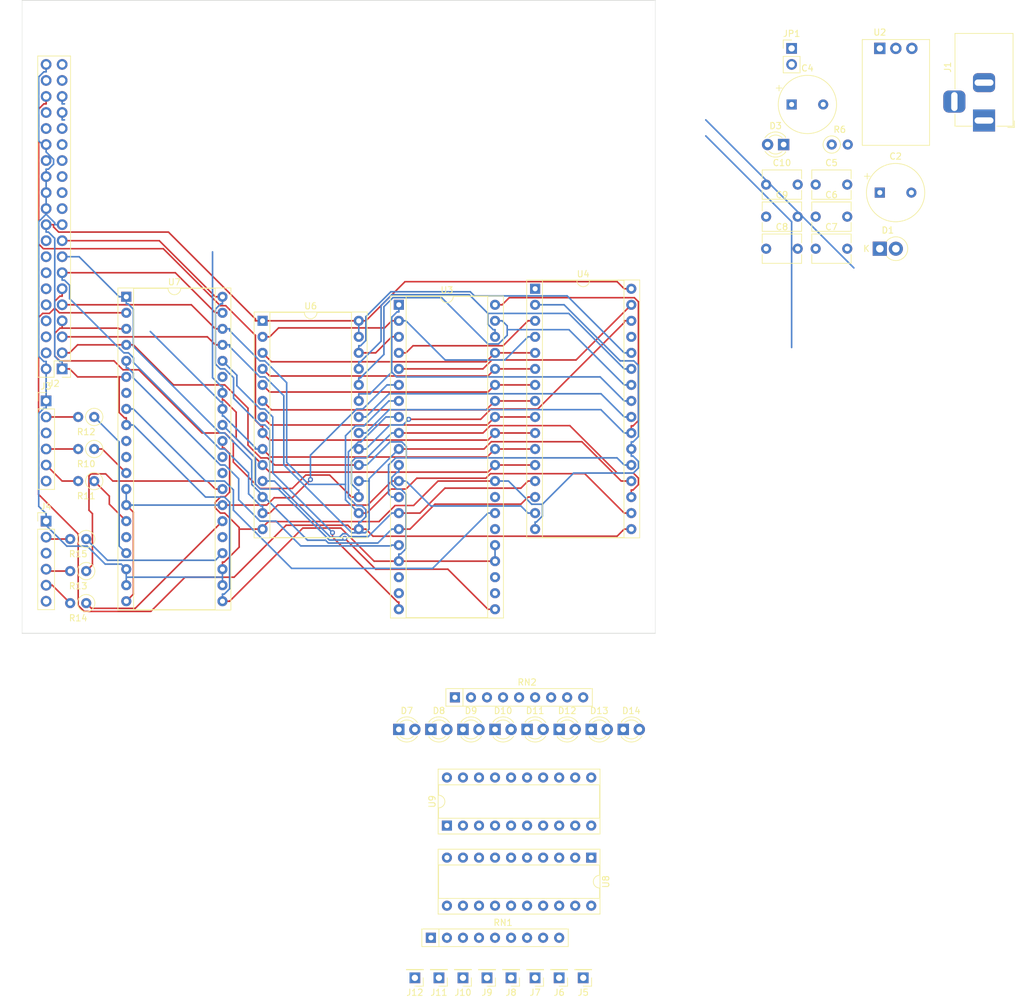
<source format=kicad_pcb>
(kicad_pcb (version 20171130) (host pcbnew "(5.1.0)-1")

  (general
    (thickness 1.6)
    (drawings 4)
    (tracks 651)
    (zones 0)
    (modules 47)
    (nets 120)
  )

  (page A4)
  (layers
    (0 F.Cu signal)
    (31 B.Cu signal)
    (32 B.Adhes user)
    (33 F.Adhes user)
    (34 B.Paste user)
    (35 F.Paste user)
    (36 B.SilkS user)
    (37 F.SilkS user)
    (38 B.Mask user)
    (39 F.Mask user)
    (40 Dwgs.User user)
    (41 Cmts.User user)
    (42 Eco1.User user)
    (43 Eco2.User user)
    (44 Edge.Cuts user)
    (45 Margin user)
    (46 B.CrtYd user)
    (47 F.CrtYd user)
    (48 B.Fab user)
    (49 F.Fab user)
  )

  (setup
    (last_trace_width 0.25)
    (trace_clearance 0.2)
    (zone_clearance 0.508)
    (zone_45_only no)
    (trace_min 0.2)
    (via_size 0.8)
    (via_drill 0.4)
    (via_min_size 0.4)
    (via_min_drill 0.3)
    (uvia_size 0.3)
    (uvia_drill 0.1)
    (uvias_allowed no)
    (uvia_min_size 0.2)
    (uvia_min_drill 0.1)
    (edge_width 0.05)
    (segment_width 0.2)
    (pcb_text_width 0.3)
    (pcb_text_size 1.5 1.5)
    (mod_edge_width 0.12)
    (mod_text_size 1 1)
    (mod_text_width 0.15)
    (pad_size 1.524 1.524)
    (pad_drill 0.762)
    (pad_to_mask_clearance 0.051)
    (solder_mask_min_width 0.25)
    (aux_axis_origin 0 0)
    (visible_elements 7FFFFFFF)
    (pcbplotparams
      (layerselection 0x010fc_ffffffff)
      (usegerberextensions false)
      (usegerberattributes false)
      (usegerberadvancedattributes false)
      (creategerberjobfile false)
      (excludeedgelayer true)
      (linewidth 0.100000)
      (plotframeref false)
      (viasonmask false)
      (mode 1)
      (useauxorigin false)
      (hpglpennumber 1)
      (hpglpenspeed 20)
      (hpglpendiameter 15.000000)
      (psnegative false)
      (psa4output false)
      (plotreference true)
      (plotvalue true)
      (plotinvisibletext false)
      (padsonsilk false)
      (subtractmaskfromsilk false)
      (outputformat 1)
      (mirror false)
      (drillshape 1)
      (scaleselection 1)
      (outputdirectory ""))
  )

  (net 0 "")
  (net 1 GND)
  (net 2 "Net-(C2-Pad1)")
  (net 3 VCC)
  (net 4 "Net-(D1-Pad2)")
  (net 5 /~WARM_RESET~)
  (net 6 "Net-(D3-Pad1)")
  (net 7 /A6)
  (net 8 /A7)
  (net 9 "Net-(D7-Pad2)")
  (net 10 "Net-(D7-Pad1)")
  (net 11 "Net-(D8-Pad2)")
  (net 12 "Net-(D8-Pad1)")
  (net 13 "Net-(D9-Pad2)")
  (net 14 "Net-(D9-Pad1)")
  (net 15 "Net-(D10-Pad2)")
  (net 16 "Net-(D10-Pad1)")
  (net 17 "Net-(D11-Pad2)")
  (net 18 "Net-(D11-Pad1)")
  (net 19 "Net-(D12-Pad2)")
  (net 20 "Net-(D12-Pad1)")
  (net 21 "Net-(D13-Pad2)")
  (net 22 "Net-(D13-Pad1)")
  (net 23 "Net-(D14-Pad2)")
  (net 24 "Net-(D14-Pad1)")
  (net 25 "Net-(J2-Pad39)")
  (net 26 "Net-(J2-Pad38)")
  (net 27 /CFIDE>)
  (net 28 /A2)
  (net 29 /A0)
  (net 30 "Net-(J2-Pad34)")
  (net 31 /A1)
  (net 32 "Net-(J2-Pad32)")
  (net 33 "Net-(J2-Pad31)")
  (net 34 "Net-(J2-Pad29)")
  (net 35 "Net-(J2-Pad28)")
  (net 36 "Net-(J2-Pad27)")
  (net 37 /IORD>)
  (net 38 /IOWR>)
  (net 39 "Net-(J2-Pad21)")
  (net 40 "Net-(J2-Pad18)")
  (net 41 /D0)
  (net 42 "Net-(J2-Pad16)")
  (net 43 /D1)
  (net 44 "Net-(J2-Pad14)")
  (net 45 /D2)
  (net 46 "Net-(J2-Pad12)")
  (net 47 /D3)
  (net 48 "Net-(J2-Pad10)")
  (net 49 /D4)
  (net 50 "Net-(J2-Pad8)")
  (net 51 /D5)
  (net 52 "Net-(J2-Pad6)")
  (net 53 /D6)
  (net 54 "Net-(J2-Pad4)")
  (net 55 /D7)
  (net 56 "Net-(J3-Pad5)")
  (net 57 "Net-(J3-Pad4)")
  (net 58 "Net-(J3-Pad2)")
  (net 59 "Net-(J4-Pad6)")
  (net 60 "Net-(J4-Pad5)")
  (net 61 "Net-(J4-Pad4)")
  (net 62 "Net-(J4-Pad3)")
  (net 63 "Net-(J4-Pad2)")
  (net 64 "Net-(JP1-Pad1)")
  (net 65 "Net-(R1-Pad2)")
  (net 66 "Net-(R10-Pad1)")
  (net 67 "Net-(R11-Pad1)")
  (net 68 "Net-(R12-Pad1)")
  (net 69 "Net-(R13-Pad1)")
  (net 70 "Net-(R14-Pad1)")
  (net 71 "Net-(R15-Pad1)")
  (net 72 "Net-(J5-Pad~)")
  (net 73 "Net-(J6-Pad~)")
  (net 74 "Net-(J7-Pad~)")
  (net 75 "Net-(J8-Pad~)")
  (net 76 "Net-(J9-Pad~)")
  (net 77 "Net-(J10-Pad~)")
  (net 78 "Net-(J11-Pad~)")
  (net 79 "Net-(J12-Pad~)")
  (net 80 "Net-(U1-Pad6)")
  (net 81 /A10)
  (net 82 "Net-(U3-Pad20)")
  (net 83 /A9)
  (net 84 "Net-(U3-Pad19)")
  (net 85 /A8)
  (net 86 "Net-(U3-Pad18)")
  (net 87 /A5)
  (net 88 /A4)
  (net 89 /A3)
  (net 90 "Net-(U3-Pad28)")
  (net 91 /~M1~)
  (net 92 /A15)
  (net 93 /A14)
  (net 94 "Net-(U3-Pad23)")
  (net 95 /A13)
  (net 96 "Net-(U3-Pad22)")
  (net 97 /A12)
  (net 98 "Net-(U3-Pad21)")
  (net 99 /A11)
  (net 100 /RAMROM>)
  (net 101 /MEMRD>)
  (net 102 ~PortIN~)
  (net 103 /SIO>)
  (net 104 ~PortOUT~)
  (net 105 "Net-(U7-Pad16)")
  (net 106 "Net-(U7-Pad11)")
  (net 107 "Net-(U7-Pad30)")
  (net 108 "Net-(U7-Pad10)")
  (net 109 "Net-(U7-Pad29)")
  (net 110 "Net-(U7-Pad7)")
  (net 111 "Net-(U7-Pad25)")
  (net 112 /ioport/D7)
  (net 113 /ioport/D6)
  (net 114 /ioport/D5)
  (net 115 /ioport/D4)
  (net 116 /ioport/D3)
  (net 117 /ioport/D2)
  (net 118 /ioport/D1)
  (net 119 /ioport/D0)

  (net_class Default 这是默认网络类。
    (clearance 0.2)
    (trace_width 0.25)
    (via_dia 0.8)
    (via_drill 0.4)
    (uvia_dia 0.3)
    (uvia_drill 0.1)
    (add_net /A0)
    (add_net /A1)
    (add_net /A10)
    (add_net /A11)
    (add_net /A12)
    (add_net /A13)
    (add_net /A14)
    (add_net /A15)
    (add_net /A2)
    (add_net /A3)
    (add_net /A4)
    (add_net /A5)
    (add_net /A6)
    (add_net /A7)
    (add_net /A8)
    (add_net /A9)
    (add_net /CFIDE>)
    (add_net /D0)
    (add_net /D1)
    (add_net /D2)
    (add_net /D3)
    (add_net /D4)
    (add_net /D5)
    (add_net /D6)
    (add_net /D7)
    (add_net /IORD>)
    (add_net /IOWR>)
    (add_net /MEMRD>)
    (add_net /RAMROM>)
    (add_net /SIO>)
    (add_net /ioport/D0)
    (add_net /ioport/D1)
    (add_net /ioport/D2)
    (add_net /ioport/D3)
    (add_net /ioport/D4)
    (add_net /ioport/D5)
    (add_net /ioport/D6)
    (add_net /ioport/D7)
    (add_net /~M1~)
    (add_net /~WARM_RESET~)
    (add_net GND)
    (add_net "Net-(C2-Pad1)")
    (add_net "Net-(D1-Pad2)")
    (add_net "Net-(D10-Pad1)")
    (add_net "Net-(D10-Pad2)")
    (add_net "Net-(D11-Pad1)")
    (add_net "Net-(D11-Pad2)")
    (add_net "Net-(D12-Pad1)")
    (add_net "Net-(D12-Pad2)")
    (add_net "Net-(D13-Pad1)")
    (add_net "Net-(D13-Pad2)")
    (add_net "Net-(D14-Pad1)")
    (add_net "Net-(D14-Pad2)")
    (add_net "Net-(D3-Pad1)")
    (add_net "Net-(D7-Pad1)")
    (add_net "Net-(D7-Pad2)")
    (add_net "Net-(D8-Pad1)")
    (add_net "Net-(D8-Pad2)")
    (add_net "Net-(D9-Pad1)")
    (add_net "Net-(D9-Pad2)")
    (add_net "Net-(J10-Pad~)")
    (add_net "Net-(J11-Pad~)")
    (add_net "Net-(J12-Pad~)")
    (add_net "Net-(J2-Pad10)")
    (add_net "Net-(J2-Pad12)")
    (add_net "Net-(J2-Pad14)")
    (add_net "Net-(J2-Pad16)")
    (add_net "Net-(J2-Pad18)")
    (add_net "Net-(J2-Pad21)")
    (add_net "Net-(J2-Pad27)")
    (add_net "Net-(J2-Pad28)")
    (add_net "Net-(J2-Pad29)")
    (add_net "Net-(J2-Pad31)")
    (add_net "Net-(J2-Pad32)")
    (add_net "Net-(J2-Pad34)")
    (add_net "Net-(J2-Pad38)")
    (add_net "Net-(J2-Pad39)")
    (add_net "Net-(J2-Pad4)")
    (add_net "Net-(J2-Pad6)")
    (add_net "Net-(J2-Pad8)")
    (add_net "Net-(J3-Pad2)")
    (add_net "Net-(J3-Pad4)")
    (add_net "Net-(J3-Pad5)")
    (add_net "Net-(J4-Pad2)")
    (add_net "Net-(J4-Pad3)")
    (add_net "Net-(J4-Pad4)")
    (add_net "Net-(J4-Pad5)")
    (add_net "Net-(J4-Pad6)")
    (add_net "Net-(J5-Pad~)")
    (add_net "Net-(J6-Pad~)")
    (add_net "Net-(J7-Pad~)")
    (add_net "Net-(J8-Pad~)")
    (add_net "Net-(J9-Pad~)")
    (add_net "Net-(JP1-Pad1)")
    (add_net "Net-(R1-Pad2)")
    (add_net "Net-(R10-Pad1)")
    (add_net "Net-(R11-Pad1)")
    (add_net "Net-(R12-Pad1)")
    (add_net "Net-(R13-Pad1)")
    (add_net "Net-(R14-Pad1)")
    (add_net "Net-(R15-Pad1)")
    (add_net "Net-(U1-Pad6)")
    (add_net "Net-(U3-Pad18)")
    (add_net "Net-(U3-Pad19)")
    (add_net "Net-(U3-Pad20)")
    (add_net "Net-(U3-Pad21)")
    (add_net "Net-(U3-Pad22)")
    (add_net "Net-(U3-Pad23)")
    (add_net "Net-(U3-Pad28)")
    (add_net "Net-(U7-Pad10)")
    (add_net "Net-(U7-Pad11)")
    (add_net "Net-(U7-Pad16)")
    (add_net "Net-(U7-Pad25)")
    (add_net "Net-(U7-Pad29)")
    (add_net "Net-(U7-Pad30)")
    (add_net "Net-(U7-Pad7)")
    (add_net VCC)
    (add_net ~PortIN~)
    (add_net ~PortOUT~)
  )

  (module Capacitor_THT:C_Disc_D6.0mm_W4.4mm_P5.00mm (layer F.Cu) (tedit 5AE50EF0) (tstamp 5CCC96A3)
    (at 201.93 67.31)
    (descr "C, Disc series, Radial, pin pitch=5.00mm, , diameter*width=6*4.4mm^2, Capacitor")
    (tags "C Disc series Radial pin pitch 5.00mm  diameter 6mm width 4.4mm Capacitor")
    (path /5CCF5C0C)
    (fp_text reference C5 (at 2.5 -3.45) (layer F.SilkS)
      (effects (font (size 1 1) (thickness 0.15)))
    )
    (fp_text value 0.1 (at 2.5 3.45) (layer F.Fab)
      (effects (font (size 1 1) (thickness 0.15)))
    )
    (fp_text user %R (at 2.5 0) (layer F.Fab)
      (effects (font (size 1 1) (thickness 0.15)))
    )
    (fp_line (start 6.05 -2.45) (end -1.05 -2.45) (layer F.CrtYd) (width 0.05))
    (fp_line (start 6.05 2.45) (end 6.05 -2.45) (layer F.CrtYd) (width 0.05))
    (fp_line (start -1.05 2.45) (end 6.05 2.45) (layer F.CrtYd) (width 0.05))
    (fp_line (start -1.05 -2.45) (end -1.05 2.45) (layer F.CrtYd) (width 0.05))
    (fp_line (start 5.62 0.925) (end 5.62 2.321) (layer F.SilkS) (width 0.12))
    (fp_line (start 5.62 -2.321) (end 5.62 -0.925) (layer F.SilkS) (width 0.12))
    (fp_line (start -0.62 0.925) (end -0.62 2.321) (layer F.SilkS) (width 0.12))
    (fp_line (start -0.62 -2.321) (end -0.62 -0.925) (layer F.SilkS) (width 0.12))
    (fp_line (start -0.62 2.321) (end 5.62 2.321) (layer F.SilkS) (width 0.12))
    (fp_line (start -0.62 -2.321) (end 5.62 -2.321) (layer F.SilkS) (width 0.12))
    (fp_line (start 5.5 -2.2) (end -0.5 -2.2) (layer F.Fab) (width 0.1))
    (fp_line (start 5.5 2.2) (end 5.5 -2.2) (layer F.Fab) (width 0.1))
    (fp_line (start -0.5 2.2) (end 5.5 2.2) (layer F.Fab) (width 0.1))
    (fp_line (start -0.5 -2.2) (end -0.5 2.2) (layer F.Fab) (width 0.1))
    (pad 2 thru_hole circle (at 5 0) (size 1.6 1.6) (drill 0.8) (layers *.Cu *.Mask)
      (net 1 GND))
    (pad 1 thru_hole circle (at 0 0) (size 1.6 1.6) (drill 0.8) (layers *.Cu *.Mask)
      (net 3 VCC))
    (model ${KISYS3DMOD}/Capacitor_THT.3dshapes/C_Disc_D6.0mm_W4.4mm_P5.00mm.wrl
      (at (xyz 0 0 0))
      (scale (xyz 1 1 1))
      (rotate (xyz 0 0 0))
    )
  )

  (module Capacitor_THT:C_Disc_D6.0mm_W4.4mm_P5.00mm (layer F.Cu) (tedit 5AE50EF0) (tstamp 5CCC96AD)
    (at 201.93 72.39)
    (descr "C, Disc series, Radial, pin pitch=5.00mm, , diameter*width=6*4.4mm^2, Capacitor")
    (tags "C Disc series Radial pin pitch 5.00mm  diameter 6mm width 4.4mm Capacitor")
    (path /5CCF6876)
    (fp_text reference C6 (at 2.5 -3.45) (layer F.SilkS)
      (effects (font (size 1 1) (thickness 0.15)))
    )
    (fp_text value 0.1 (at 2.5 3.45) (layer F.Fab)
      (effects (font (size 1 1) (thickness 0.15)))
    )
    (fp_text user %R (at 2.5 0) (layer F.Fab)
      (effects (font (size 1 1) (thickness 0.15)))
    )
    (fp_line (start 6.05 -2.45) (end -1.05 -2.45) (layer F.CrtYd) (width 0.05))
    (fp_line (start 6.05 2.45) (end 6.05 -2.45) (layer F.CrtYd) (width 0.05))
    (fp_line (start -1.05 2.45) (end 6.05 2.45) (layer F.CrtYd) (width 0.05))
    (fp_line (start -1.05 -2.45) (end -1.05 2.45) (layer F.CrtYd) (width 0.05))
    (fp_line (start 5.62 0.925) (end 5.62 2.321) (layer F.SilkS) (width 0.12))
    (fp_line (start 5.62 -2.321) (end 5.62 -0.925) (layer F.SilkS) (width 0.12))
    (fp_line (start -0.62 0.925) (end -0.62 2.321) (layer F.SilkS) (width 0.12))
    (fp_line (start -0.62 -2.321) (end -0.62 -0.925) (layer F.SilkS) (width 0.12))
    (fp_line (start -0.62 2.321) (end 5.62 2.321) (layer F.SilkS) (width 0.12))
    (fp_line (start -0.62 -2.321) (end 5.62 -2.321) (layer F.SilkS) (width 0.12))
    (fp_line (start 5.5 -2.2) (end -0.5 -2.2) (layer F.Fab) (width 0.1))
    (fp_line (start 5.5 2.2) (end 5.5 -2.2) (layer F.Fab) (width 0.1))
    (fp_line (start -0.5 2.2) (end 5.5 2.2) (layer F.Fab) (width 0.1))
    (fp_line (start -0.5 -2.2) (end -0.5 2.2) (layer F.Fab) (width 0.1))
    (pad 2 thru_hole circle (at 5 0) (size 1.6 1.6) (drill 0.8) (layers *.Cu *.Mask)
      (net 1 GND))
    (pad 1 thru_hole circle (at 0 0) (size 1.6 1.6) (drill 0.8) (layers *.Cu *.Mask)
      (net 3 VCC))
    (model ${KISYS3DMOD}/Capacitor_THT.3dshapes/C_Disc_D6.0mm_W4.4mm_P5.00mm.wrl
      (at (xyz 0 0 0))
      (scale (xyz 1 1 1))
      (rotate (xyz 0 0 0))
    )
  )

  (module Capacitor_THT:C_Disc_D6.0mm_W4.4mm_P5.00mm (layer F.Cu) (tedit 5AE50EF0) (tstamp 5CCC96B7)
    (at 201.93 77.47)
    (descr "C, Disc series, Radial, pin pitch=5.00mm, , diameter*width=6*4.4mm^2, Capacitor")
    (tags "C Disc series Radial pin pitch 5.00mm  diameter 6mm width 4.4mm Capacitor")
    (path /5CCF9717)
    (fp_text reference C7 (at 2.5 -3.45) (layer F.SilkS)
      (effects (font (size 1 1) (thickness 0.15)))
    )
    (fp_text value 0.1 (at 2.5 3.45) (layer F.Fab)
      (effects (font (size 1 1) (thickness 0.15)))
    )
    (fp_text user %R (at 2.5 0) (layer F.Fab)
      (effects (font (size 1 1) (thickness 0.15)))
    )
    (fp_line (start 6.05 -2.45) (end -1.05 -2.45) (layer F.CrtYd) (width 0.05))
    (fp_line (start 6.05 2.45) (end 6.05 -2.45) (layer F.CrtYd) (width 0.05))
    (fp_line (start -1.05 2.45) (end 6.05 2.45) (layer F.CrtYd) (width 0.05))
    (fp_line (start -1.05 -2.45) (end -1.05 2.45) (layer F.CrtYd) (width 0.05))
    (fp_line (start 5.62 0.925) (end 5.62 2.321) (layer F.SilkS) (width 0.12))
    (fp_line (start 5.62 -2.321) (end 5.62 -0.925) (layer F.SilkS) (width 0.12))
    (fp_line (start -0.62 0.925) (end -0.62 2.321) (layer F.SilkS) (width 0.12))
    (fp_line (start -0.62 -2.321) (end -0.62 -0.925) (layer F.SilkS) (width 0.12))
    (fp_line (start -0.62 2.321) (end 5.62 2.321) (layer F.SilkS) (width 0.12))
    (fp_line (start -0.62 -2.321) (end 5.62 -2.321) (layer F.SilkS) (width 0.12))
    (fp_line (start 5.5 -2.2) (end -0.5 -2.2) (layer F.Fab) (width 0.1))
    (fp_line (start 5.5 2.2) (end 5.5 -2.2) (layer F.Fab) (width 0.1))
    (fp_line (start -0.5 2.2) (end 5.5 2.2) (layer F.Fab) (width 0.1))
    (fp_line (start -0.5 -2.2) (end -0.5 2.2) (layer F.Fab) (width 0.1))
    (pad 2 thru_hole circle (at 5 0) (size 1.6 1.6) (drill 0.8) (layers *.Cu *.Mask)
      (net 1 GND))
    (pad 1 thru_hole circle (at 0 0) (size 1.6 1.6) (drill 0.8) (layers *.Cu *.Mask)
      (net 3 VCC))
    (model ${KISYS3DMOD}/Capacitor_THT.3dshapes/C_Disc_D6.0mm_W4.4mm_P5.00mm.wrl
      (at (xyz 0 0 0))
      (scale (xyz 1 1 1))
      (rotate (xyz 0 0 0))
    )
  )

  (module Capacitor_THT:C_Disc_D6.0mm_W4.4mm_P5.00mm (layer F.Cu) (tedit 5AE50EF0) (tstamp 5CCC96C1)
    (at 194.08 77.47)
    (descr "C, Disc series, Radial, pin pitch=5.00mm, , diameter*width=6*4.4mm^2, Capacitor")
    (tags "C Disc series Radial pin pitch 5.00mm  diameter 6mm width 4.4mm Capacitor")
    (path /5CCF971D)
    (fp_text reference C8 (at 2.5 -3.45) (layer F.SilkS)
      (effects (font (size 1 1) (thickness 0.15)))
    )
    (fp_text value 0.1 (at 2.5 3.45) (layer F.Fab)
      (effects (font (size 1 1) (thickness 0.15)))
    )
    (fp_text user %R (at 2.5 0) (layer F.Fab)
      (effects (font (size 1 1) (thickness 0.15)))
    )
    (fp_line (start 6.05 -2.45) (end -1.05 -2.45) (layer F.CrtYd) (width 0.05))
    (fp_line (start 6.05 2.45) (end 6.05 -2.45) (layer F.CrtYd) (width 0.05))
    (fp_line (start -1.05 2.45) (end 6.05 2.45) (layer F.CrtYd) (width 0.05))
    (fp_line (start -1.05 -2.45) (end -1.05 2.45) (layer F.CrtYd) (width 0.05))
    (fp_line (start 5.62 0.925) (end 5.62 2.321) (layer F.SilkS) (width 0.12))
    (fp_line (start 5.62 -2.321) (end 5.62 -0.925) (layer F.SilkS) (width 0.12))
    (fp_line (start -0.62 0.925) (end -0.62 2.321) (layer F.SilkS) (width 0.12))
    (fp_line (start -0.62 -2.321) (end -0.62 -0.925) (layer F.SilkS) (width 0.12))
    (fp_line (start -0.62 2.321) (end 5.62 2.321) (layer F.SilkS) (width 0.12))
    (fp_line (start -0.62 -2.321) (end 5.62 -2.321) (layer F.SilkS) (width 0.12))
    (fp_line (start 5.5 -2.2) (end -0.5 -2.2) (layer F.Fab) (width 0.1))
    (fp_line (start 5.5 2.2) (end 5.5 -2.2) (layer F.Fab) (width 0.1))
    (fp_line (start -0.5 2.2) (end 5.5 2.2) (layer F.Fab) (width 0.1))
    (fp_line (start -0.5 -2.2) (end -0.5 2.2) (layer F.Fab) (width 0.1))
    (pad 2 thru_hole circle (at 5 0) (size 1.6 1.6) (drill 0.8) (layers *.Cu *.Mask)
      (net 1 GND))
    (pad 1 thru_hole circle (at 0 0) (size 1.6 1.6) (drill 0.8) (layers *.Cu *.Mask)
      (net 3 VCC))
    (model ${KISYS3DMOD}/Capacitor_THT.3dshapes/C_Disc_D6.0mm_W4.4mm_P5.00mm.wrl
      (at (xyz 0 0 0))
      (scale (xyz 1 1 1))
      (rotate (xyz 0 0 0))
    )
  )

  (module Capacitor_THT:C_Disc_D6.0mm_W4.4mm_P5.00mm (layer F.Cu) (tedit 5AE50EF0) (tstamp 5CCC96CB)
    (at 194.08 72.39)
    (descr "C, Disc series, Radial, pin pitch=5.00mm, , diameter*width=6*4.4mm^2, Capacitor")
    (tags "C Disc series Radial pin pitch 5.00mm  diameter 6mm width 4.4mm Capacitor")
    (path /5CCFAF00)
    (fp_text reference C9 (at 2.5 -3.45) (layer F.SilkS)
      (effects (font (size 1 1) (thickness 0.15)))
    )
    (fp_text value 0.1 (at 2.5 3.45) (layer F.Fab)
      (effects (font (size 1 1) (thickness 0.15)))
    )
    (fp_text user %R (at 2.5 0) (layer F.Fab)
      (effects (font (size 1 1) (thickness 0.15)))
    )
    (fp_line (start 6.05 -2.45) (end -1.05 -2.45) (layer F.CrtYd) (width 0.05))
    (fp_line (start 6.05 2.45) (end 6.05 -2.45) (layer F.CrtYd) (width 0.05))
    (fp_line (start -1.05 2.45) (end 6.05 2.45) (layer F.CrtYd) (width 0.05))
    (fp_line (start -1.05 -2.45) (end -1.05 2.45) (layer F.CrtYd) (width 0.05))
    (fp_line (start 5.62 0.925) (end 5.62 2.321) (layer F.SilkS) (width 0.12))
    (fp_line (start 5.62 -2.321) (end 5.62 -0.925) (layer F.SilkS) (width 0.12))
    (fp_line (start -0.62 0.925) (end -0.62 2.321) (layer F.SilkS) (width 0.12))
    (fp_line (start -0.62 -2.321) (end -0.62 -0.925) (layer F.SilkS) (width 0.12))
    (fp_line (start -0.62 2.321) (end 5.62 2.321) (layer F.SilkS) (width 0.12))
    (fp_line (start -0.62 -2.321) (end 5.62 -2.321) (layer F.SilkS) (width 0.12))
    (fp_line (start 5.5 -2.2) (end -0.5 -2.2) (layer F.Fab) (width 0.1))
    (fp_line (start 5.5 2.2) (end 5.5 -2.2) (layer F.Fab) (width 0.1))
    (fp_line (start -0.5 2.2) (end 5.5 2.2) (layer F.Fab) (width 0.1))
    (fp_line (start -0.5 -2.2) (end -0.5 2.2) (layer F.Fab) (width 0.1))
    (pad 2 thru_hole circle (at 5 0) (size 1.6 1.6) (drill 0.8) (layers *.Cu *.Mask)
      (net 1 GND))
    (pad 1 thru_hole circle (at 0 0) (size 1.6 1.6) (drill 0.8) (layers *.Cu *.Mask)
      (net 3 VCC))
    (model ${KISYS3DMOD}/Capacitor_THT.3dshapes/C_Disc_D6.0mm_W4.4mm_P5.00mm.wrl
      (at (xyz 0 0 0))
      (scale (xyz 1 1 1))
      (rotate (xyz 0 0 0))
    )
  )

  (module Capacitor_THT:C_Disc_D6.0mm_W4.4mm_P5.00mm (layer F.Cu) (tedit 5AE50EF0) (tstamp 5CCC96D5)
    (at 194.08 67.31)
    (descr "C, Disc series, Radial, pin pitch=5.00mm, , diameter*width=6*4.4mm^2, Capacitor")
    (tags "C Disc series Radial pin pitch 5.00mm  diameter 6mm width 4.4mm Capacitor")
    (path /5CCFAF06)
    (fp_text reference C10 (at 2.5 -3.45) (layer F.SilkS)
      (effects (font (size 1 1) (thickness 0.15)))
    )
    (fp_text value 0.1 (at 2.5 3.45) (layer F.Fab)
      (effects (font (size 1 1) (thickness 0.15)))
    )
    (fp_text user %R (at 2.5 0) (layer F.Fab)
      (effects (font (size 1 1) (thickness 0.15)))
    )
    (fp_line (start 6.05 -2.45) (end -1.05 -2.45) (layer F.CrtYd) (width 0.05))
    (fp_line (start 6.05 2.45) (end 6.05 -2.45) (layer F.CrtYd) (width 0.05))
    (fp_line (start -1.05 2.45) (end 6.05 2.45) (layer F.CrtYd) (width 0.05))
    (fp_line (start -1.05 -2.45) (end -1.05 2.45) (layer F.CrtYd) (width 0.05))
    (fp_line (start 5.62 0.925) (end 5.62 2.321) (layer F.SilkS) (width 0.12))
    (fp_line (start 5.62 -2.321) (end 5.62 -0.925) (layer F.SilkS) (width 0.12))
    (fp_line (start -0.62 0.925) (end -0.62 2.321) (layer F.SilkS) (width 0.12))
    (fp_line (start -0.62 -2.321) (end -0.62 -0.925) (layer F.SilkS) (width 0.12))
    (fp_line (start -0.62 2.321) (end 5.62 2.321) (layer F.SilkS) (width 0.12))
    (fp_line (start -0.62 -2.321) (end 5.62 -2.321) (layer F.SilkS) (width 0.12))
    (fp_line (start 5.5 -2.2) (end -0.5 -2.2) (layer F.Fab) (width 0.1))
    (fp_line (start 5.5 2.2) (end 5.5 -2.2) (layer F.Fab) (width 0.1))
    (fp_line (start -0.5 2.2) (end 5.5 2.2) (layer F.Fab) (width 0.1))
    (fp_line (start -0.5 -2.2) (end -0.5 2.2) (layer F.Fab) (width 0.1))
    (pad 2 thru_hole circle (at 5 0) (size 1.6 1.6) (drill 0.8) (layers *.Cu *.Mask)
      (net 1 GND))
    (pad 1 thru_hole circle (at 0 0) (size 1.6 1.6) (drill 0.8) (layers *.Cu *.Mask)
      (net 3 VCC))
    (model ${KISYS3DMOD}/Capacitor_THT.3dshapes/C_Disc_D6.0mm_W4.4mm_P5.00mm.wrl
      (at (xyz 0 0 0))
      (scale (xyz 1 1 1))
      (rotate (xyz 0 0 0))
    )
  )

  (module Diode_THT:D_DO-15_P2.54mm_Vertical_KathodeUp (layer F.Cu) (tedit 5AE50CD5) (tstamp 5CCC971E)
    (at 212.09 77.47)
    (descr "Diode, DO-15 series, Axial, Vertical, pin pitch=2.54mm, , length*diameter=7.6*3.6mm^2, , http://www.diodes.com/_files/packages/DO-15.pdf")
    (tags "Diode DO-15 series Axial Vertical pin pitch 2.54mm  length 7.6mm diameter 3.6mm")
    (path /5CCEB445)
    (fp_text reference D1 (at 1.27 -2.92) (layer F.SilkS)
      (effects (font (size 1 1) (thickness 0.15)))
    )
    (fp_text value 1N540X (at 1.27 3.809) (layer F.Fab)
      (effects (font (size 1 1) (thickness 0.15)))
    )
    (fp_text user K (at -2.12 0) (layer F.SilkS)
      (effects (font (size 1 1) (thickness 0.15)))
    )
    (fp_text user K (at -2.12 0) (layer F.Fab)
      (effects (font (size 1 1) (thickness 0.15)))
    )
    (fp_text user %R (at 1.27 -2.92) (layer F.Fab)
      (effects (font (size 1 1) (thickness 0.15)))
    )
    (fp_line (start 4.59 -2.05) (end -1.37 -2.05) (layer F.CrtYd) (width 0.05))
    (fp_line (start 4.59 2.05) (end 4.59 -2.05) (layer F.CrtYd) (width 0.05))
    (fp_line (start -1.37 2.05) (end 4.59 2.05) (layer F.CrtYd) (width 0.05))
    (fp_line (start -1.37 -2.05) (end -1.37 2.05) (layer F.CrtYd) (width 0.05))
    (fp_line (start 0 0) (end 2.54 0) (layer F.Fab) (width 0.1))
    (fp_circle (center 2.54 0) (end 4.34 0) (layer F.Fab) (width 0.1))
    (fp_arc (start 2.54 0) (end 1.025404 -1.12) (angle 284.154462) (layer F.SilkS) (width 0.12))
    (pad 2 thru_hole oval (at 2.54 0) (size 2.24 2.24) (drill 1.2) (layers *.Cu *.Mask)
      (net 4 "Net-(D1-Pad2)"))
    (pad 1 thru_hole rect (at 0 0) (size 2.24 2.24) (drill 1.2) (layers *.Cu *.Mask)
      (net 2 "Net-(C2-Pad1)"))
    (model ${KISYS3DMOD}/Diode_THT.3dshapes/D_DO-15_P2.54mm_Vertical_KathodeUp.wrl
      (at (xyz 0 0 0))
      (scale (xyz 1 1 1))
      (rotate (xyz 0 0 0))
    )
  )

  (module Package_DIP:DIP-40_W15.24mm_Socket (layer F.Cu) (tedit 5A02E8C5) (tstamp 5CCC5291)
    (at 92.71 85.09)
    (descr "40-lead though-hole mounted DIP package, row spacing 15.24 mm (600 mils), Socket")
    (tags "THT DIP DIL PDIP 2.54mm 15.24mm 600mil Socket")
    (path /5D3FD612)
    (fp_text reference U7 (at 7.62 -2.33) (layer F.SilkS)
      (effects (font (size 1 1) (thickness 0.15)))
    )
    (fp_text value Z80_S100 (at 7.62 50.59) (layer F.Fab)
      (effects (font (size 1 1) (thickness 0.15)))
    )
    (fp_text user %R (at 7.62 24.13) (layer F.Fab)
      (effects (font (size 1 1) (thickness 0.15)))
    )
    (fp_line (start 16.8 -1.6) (end -1.55 -1.6) (layer F.CrtYd) (width 0.05))
    (fp_line (start 16.8 49.85) (end 16.8 -1.6) (layer F.CrtYd) (width 0.05))
    (fp_line (start -1.55 49.85) (end 16.8 49.85) (layer F.CrtYd) (width 0.05))
    (fp_line (start -1.55 -1.6) (end -1.55 49.85) (layer F.CrtYd) (width 0.05))
    (fp_line (start 16.57 -1.39) (end -1.33 -1.39) (layer F.SilkS) (width 0.12))
    (fp_line (start 16.57 49.65) (end 16.57 -1.39) (layer F.SilkS) (width 0.12))
    (fp_line (start -1.33 49.65) (end 16.57 49.65) (layer F.SilkS) (width 0.12))
    (fp_line (start -1.33 -1.39) (end -1.33 49.65) (layer F.SilkS) (width 0.12))
    (fp_line (start 14.08 -1.33) (end 8.62 -1.33) (layer F.SilkS) (width 0.12))
    (fp_line (start 14.08 49.59) (end 14.08 -1.33) (layer F.SilkS) (width 0.12))
    (fp_line (start 1.16 49.59) (end 14.08 49.59) (layer F.SilkS) (width 0.12))
    (fp_line (start 1.16 -1.33) (end 1.16 49.59) (layer F.SilkS) (width 0.12))
    (fp_line (start 6.62 -1.33) (end 1.16 -1.33) (layer F.SilkS) (width 0.12))
    (fp_line (start 16.51 -1.33) (end -1.27 -1.33) (layer F.Fab) (width 0.1))
    (fp_line (start 16.51 49.59) (end 16.51 -1.33) (layer F.Fab) (width 0.1))
    (fp_line (start -1.27 49.59) (end 16.51 49.59) (layer F.Fab) (width 0.1))
    (fp_line (start -1.27 -1.33) (end -1.27 49.59) (layer F.Fab) (width 0.1))
    (fp_line (start 0.255 -0.27) (end 1.255 -1.27) (layer F.Fab) (width 0.1))
    (fp_line (start 0.255 49.53) (end 0.255 -0.27) (layer F.Fab) (width 0.1))
    (fp_line (start 14.985 49.53) (end 0.255 49.53) (layer F.Fab) (width 0.1))
    (fp_line (start 14.985 -1.27) (end 14.985 49.53) (layer F.Fab) (width 0.1))
    (fp_line (start 1.255 -1.27) (end 14.985 -1.27) (layer F.Fab) (width 0.1))
    (fp_arc (start 7.62 -1.33) (end 6.62 -1.33) (angle -180) (layer F.SilkS) (width 0.12))
    (pad 40 thru_hole oval (at 15.24 0) (size 1.6 1.6) (drill 0.8) (layers *.Cu *.Mask)
      (net 41 /D0))
    (pad 20 thru_hole oval (at 0 48.26) (size 1.6 1.6) (drill 0.8) (layers *.Cu *.Mask)
      (net 80 "Net-(U1-Pad6)"))
    (pad 39 thru_hole oval (at 15.24 2.54) (size 1.6 1.6) (drill 0.8) (layers *.Cu *.Mask)
      (net 45 /D2))
    (pad 19 thru_hole oval (at 0 45.72) (size 1.6 1.6) (drill 0.8) (layers *.Cu *.Mask)
      (net 1 GND))
    (pad 38 thru_hole oval (at 15.24 5.08) (size 1.6 1.6) (drill 0.8) (layers *.Cu *.Mask)
      (net 49 /D4))
    (pad 18 thru_hole oval (at 0 43.18) (size 1.6 1.6) (drill 0.8) (layers *.Cu *.Mask)
      (net 1 GND))
    (pad 37 thru_hole oval (at 15.24 7.62) (size 1.6 1.6) (drill 0.8) (layers *.Cu *.Mask)
      (net 53 /D6))
    (pad 17 thru_hole oval (at 0 40.64) (size 1.6 1.6) (drill 0.8) (layers *.Cu *.Mask)
      (net 68 "Net-(R12-Pad1)"))
    (pad 36 thru_hole oval (at 15.24 10.16) (size 1.6 1.6) (drill 0.8) (layers *.Cu *.Mask)
      (net 82 "Net-(U3-Pad20)"))
    (pad 16 thru_hole oval (at 0 38.1) (size 1.6 1.6) (drill 0.8) (layers *.Cu *.Mask)
      (net 105 "Net-(U7-Pad16)"))
    (pad 35 thru_hole oval (at 15.24 12.7) (size 1.6 1.6) (drill 0.8) (layers *.Cu *.Mask)
      (net 103 /SIO>))
    (pad 15 thru_hole oval (at 0 35.56) (size 1.6 1.6) (drill 0.8) (layers *.Cu *.Mask)
      (net 67 "Net-(R11-Pad1)"))
    (pad 34 thru_hole oval (at 15.24 15.24) (size 1.6 1.6) (drill 0.8) (layers *.Cu *.Mask)
      (net 29 /A0))
    (pad 14 thru_hole oval (at 0 33.02) (size 1.6 1.6) (drill 0.8) (layers *.Cu *.Mask)
      (net 80 "Net-(U1-Pad6)"))
    (pad 33 thru_hole oval (at 15.24 17.78) (size 1.6 1.6) (drill 0.8) (layers *.Cu *.Mask)
      (net 31 /A1))
    (pad 13 thru_hole oval (at 0 30.48) (size 1.6 1.6) (drill 0.8) (layers *.Cu *.Mask)
      (net 80 "Net-(U1-Pad6)"))
    (pad 32 thru_hole oval (at 15.24 20.32) (size 1.6 1.6) (drill 0.8) (layers *.Cu *.Mask)
      (net 98 "Net-(U3-Pad21)"))
    (pad 12 thru_hole oval (at 0 27.94) (size 1.6 1.6) (drill 0.8) (layers *.Cu *.Mask)
      (net 66 "Net-(R10-Pad1)"))
    (pad 31 thru_hole oval (at 15.24 22.86) (size 1.6 1.6) (drill 0.8) (layers *.Cu *.Mask)
      (net 1 GND))
    (pad 11 thru_hole oval (at 0 25.4) (size 1.6 1.6) (drill 0.8) (layers *.Cu *.Mask)
      (net 106 "Net-(U7-Pad11)"))
    (pad 30 thru_hole oval (at 15.24 25.4) (size 1.6 1.6) (drill 0.8) (layers *.Cu *.Mask)
      (net 107 "Net-(U7-Pad30)"))
    (pad 10 thru_hole oval (at 0 22.86) (size 1.6 1.6) (drill 0.8) (layers *.Cu *.Mask)
      (net 108 "Net-(U7-Pad10)"))
    (pad 29 thru_hole oval (at 15.24 27.94) (size 1.6 1.6) (drill 0.8) (layers *.Cu *.Mask)
      (net 109 "Net-(U7-Pad29)"))
    (pad 9 thru_hole oval (at 0 20.32) (size 1.6 1.6) (drill 0.8) (layers *.Cu *.Mask)
      (net 3 VCC))
    (pad 28 thru_hole oval (at 15.24 30.48) (size 1.6 1.6) (drill 0.8) (layers *.Cu *.Mask)
      (net 69 "Net-(R13-Pad1)"))
    (pad 8 thru_hole oval (at 0 17.78) (size 1.6 1.6) (drill 0.8) (layers *.Cu *.Mask)
      (net 91 /~M1~))
    (pad 27 thru_hole oval (at 15.24 33.02) (size 1.6 1.6) (drill 0.8) (layers *.Cu *.Mask)
      (net 80 "Net-(U1-Pad6)"))
    (pad 7 thru_hole oval (at 0 15.24) (size 1.6 1.6) (drill 0.8) (layers *.Cu *.Mask)
      (net 110 "Net-(U7-Pad7)"))
    (pad 26 thru_hole oval (at 15.24 35.56) (size 1.6 1.6) (drill 0.8) (layers *.Cu *.Mask)
      (net 70 "Net-(R14-Pad1)"))
    (pad 6 thru_hole oval (at 0 12.7) (size 1.6 1.6) (drill 0.8) (layers *.Cu *.Mask)
      (net 3 VCC))
    (pad 25 thru_hole oval (at 15.24 38.1) (size 1.6 1.6) (drill 0.8) (layers *.Cu *.Mask)
      (net 111 "Net-(U7-Pad25)"))
    (pad 5 thru_hole oval (at 0 10.16) (size 1.6 1.6) (drill 0.8) (layers *.Cu *.Mask)
      (net 65 "Net-(R1-Pad2)"))
    (pad 24 thru_hole oval (at 15.24 40.64) (size 1.6 1.6) (drill 0.8) (layers *.Cu *.Mask)
      (net 71 "Net-(R15-Pad1)"))
    (pad 4 thru_hole oval (at 0 7.62) (size 1.6 1.6) (drill 0.8) (layers *.Cu *.Mask)
      (net 55 /D7))
    (pad 23 thru_hole oval (at 15.24 43.18) (size 1.6 1.6) (drill 0.8) (layers *.Cu *.Mask)
      (net 1 GND))
    (pad 3 thru_hole oval (at 0 5.08) (size 1.6 1.6) (drill 0.8) (layers *.Cu *.Mask)
      (net 51 /D5))
    (pad 22 thru_hole oval (at 15.24 45.72) (size 1.6 1.6) (drill 0.8) (layers *.Cu *.Mask)
      (net 1 GND))
    (pad 2 thru_hole oval (at 0 2.54) (size 1.6 1.6) (drill 0.8) (layers *.Cu *.Mask)
      (net 47 /D3))
    (pad 21 thru_hole oval (at 15.24 48.26) (size 1.6 1.6) (drill 0.8) (layers *.Cu *.Mask)
      (net 3 VCC))
    (pad 1 thru_hole rect (at 0 0) (size 1.6 1.6) (drill 0.8) (layers *.Cu *.Mask)
      (net 43 /D1))
    (model ${KISYS3DMOD}/Package_DIP.3dshapes/DIP-40_W15.24mm_Socket.wrl
      (at (xyz 0 0 0))
      (scale (xyz 1 1 1))
      (rotate (xyz 0 0 0))
    )
  )

  (module Package_DIP:DIP-20_W7.62mm_Socket (layer F.Cu) (tedit 5A02E8C5) (tstamp 5CCC9DFC)
    (at 166.37 173.99 270)
    (descr "20-lead though-hole mounted DIP package, row spacing 7.62 mm (300 mils), Socket")
    (tags "THT DIP DIL PDIP 2.54mm 7.62mm 300mil Socket")
    (path /61ECE39E/61F687C9)
    (fp_text reference U8 (at 3.81 -2.33 270) (layer F.SilkS)
      (effects (font (size 1 1) (thickness 0.15)))
    )
    (fp_text value 74LS245 (at 3.81 25.19 270) (layer F.Fab)
      (effects (font (size 1 1) (thickness 0.15)))
    )
    (fp_text user %R (at 3.81 11.43 270) (layer F.Fab)
      (effects (font (size 1 1) (thickness 0.15)))
    )
    (fp_line (start 9.15 -1.6) (end -1.55 -1.6) (layer F.CrtYd) (width 0.05))
    (fp_line (start 9.15 24.45) (end 9.15 -1.6) (layer F.CrtYd) (width 0.05))
    (fp_line (start -1.55 24.45) (end 9.15 24.45) (layer F.CrtYd) (width 0.05))
    (fp_line (start -1.55 -1.6) (end -1.55 24.45) (layer F.CrtYd) (width 0.05))
    (fp_line (start 8.95 -1.39) (end -1.33 -1.39) (layer F.SilkS) (width 0.12))
    (fp_line (start 8.95 24.25) (end 8.95 -1.39) (layer F.SilkS) (width 0.12))
    (fp_line (start -1.33 24.25) (end 8.95 24.25) (layer F.SilkS) (width 0.12))
    (fp_line (start -1.33 -1.39) (end -1.33 24.25) (layer F.SilkS) (width 0.12))
    (fp_line (start 6.46 -1.33) (end 4.81 -1.33) (layer F.SilkS) (width 0.12))
    (fp_line (start 6.46 24.19) (end 6.46 -1.33) (layer F.SilkS) (width 0.12))
    (fp_line (start 1.16 24.19) (end 6.46 24.19) (layer F.SilkS) (width 0.12))
    (fp_line (start 1.16 -1.33) (end 1.16 24.19) (layer F.SilkS) (width 0.12))
    (fp_line (start 2.81 -1.33) (end 1.16 -1.33) (layer F.SilkS) (width 0.12))
    (fp_line (start 8.89 -1.33) (end -1.27 -1.33) (layer F.Fab) (width 0.1))
    (fp_line (start 8.89 24.19) (end 8.89 -1.33) (layer F.Fab) (width 0.1))
    (fp_line (start -1.27 24.19) (end 8.89 24.19) (layer F.Fab) (width 0.1))
    (fp_line (start -1.27 -1.33) (end -1.27 24.19) (layer F.Fab) (width 0.1))
    (fp_line (start 0.635 -0.27) (end 1.635 -1.27) (layer F.Fab) (width 0.1))
    (fp_line (start 0.635 24.13) (end 0.635 -0.27) (layer F.Fab) (width 0.1))
    (fp_line (start 6.985 24.13) (end 0.635 24.13) (layer F.Fab) (width 0.1))
    (fp_line (start 6.985 -1.27) (end 6.985 24.13) (layer F.Fab) (width 0.1))
    (fp_line (start 1.635 -1.27) (end 6.985 -1.27) (layer F.Fab) (width 0.1))
    (fp_arc (start 3.81 -1.33) (end 2.81 -1.33) (angle -180) (layer F.SilkS) (width 0.12))
    (pad 20 thru_hole oval (at 7.62 0 270) (size 1.6 1.6) (drill 0.8) (layers *.Cu *.Mask)
      (net 3 VCC))
    (pad 10 thru_hole oval (at 0 22.86 270) (size 1.6 1.6) (drill 0.8) (layers *.Cu *.Mask)
      (net 1 GND))
    (pad 19 thru_hole oval (at 7.62 2.54 270) (size 1.6 1.6) (drill 0.8) (layers *.Cu *.Mask)
      (net 102 ~PortIN~))
    (pad 9 thru_hole oval (at 0 20.32 270) (size 1.6 1.6) (drill 0.8) (layers *.Cu *.Mask)
      (net 112 /ioport/D7))
    (pad 18 thru_hole oval (at 7.62 5.08 270) (size 1.6 1.6) (drill 0.8) (layers *.Cu *.Mask)
      (net 72 "Net-(J5-Pad~)"))
    (pad 8 thru_hole oval (at 0 17.78 270) (size 1.6 1.6) (drill 0.8) (layers *.Cu *.Mask)
      (net 113 /ioport/D6))
    (pad 17 thru_hole oval (at 7.62 7.62 270) (size 1.6 1.6) (drill 0.8) (layers *.Cu *.Mask)
      (net 73 "Net-(J6-Pad~)"))
    (pad 7 thru_hole oval (at 0 15.24 270) (size 1.6 1.6) (drill 0.8) (layers *.Cu *.Mask)
      (net 114 /ioport/D5))
    (pad 16 thru_hole oval (at 7.62 10.16 270) (size 1.6 1.6) (drill 0.8) (layers *.Cu *.Mask)
      (net 74 "Net-(J7-Pad~)"))
    (pad 6 thru_hole oval (at 0 12.7 270) (size 1.6 1.6) (drill 0.8) (layers *.Cu *.Mask)
      (net 115 /ioport/D4))
    (pad 15 thru_hole oval (at 7.62 12.7 270) (size 1.6 1.6) (drill 0.8) (layers *.Cu *.Mask)
      (net 75 "Net-(J8-Pad~)"))
    (pad 5 thru_hole oval (at 0 10.16 270) (size 1.6 1.6) (drill 0.8) (layers *.Cu *.Mask)
      (net 116 /ioport/D3))
    (pad 14 thru_hole oval (at 7.62 15.24 270) (size 1.6 1.6) (drill 0.8) (layers *.Cu *.Mask)
      (net 76 "Net-(J9-Pad~)"))
    (pad 4 thru_hole oval (at 0 7.62 270) (size 1.6 1.6) (drill 0.8) (layers *.Cu *.Mask)
      (net 117 /ioport/D2))
    (pad 13 thru_hole oval (at 7.62 17.78 270) (size 1.6 1.6) (drill 0.8) (layers *.Cu *.Mask)
      (net 77 "Net-(J10-Pad~)"))
    (pad 3 thru_hole oval (at 0 5.08 270) (size 1.6 1.6) (drill 0.8) (layers *.Cu *.Mask)
      (net 118 /ioport/D1))
    (pad 12 thru_hole oval (at 7.62 20.32 270) (size 1.6 1.6) (drill 0.8) (layers *.Cu *.Mask)
      (net 78 "Net-(J11-Pad~)"))
    (pad 2 thru_hole oval (at 0 2.54 270) (size 1.6 1.6) (drill 0.8) (layers *.Cu *.Mask)
      (net 119 /ioport/D0))
    (pad 11 thru_hole oval (at 7.62 22.86 270) (size 1.6 1.6) (drill 0.8) (layers *.Cu *.Mask)
      (net 79 "Net-(J12-Pad~)"))
    (pad 1 thru_hole rect (at 0 0 270) (size 1.6 1.6) (drill 0.8) (layers *.Cu *.Mask)
      (net 1 GND))
    (model ${KISYS3DMOD}/Package_DIP.3dshapes/DIP-20_W7.62mm_Socket.wrl
      (at (xyz 0 0 0))
      (scale (xyz 1 1 1))
      (rotate (xyz 0 0 0))
    )
  )

  (module Converter_DCDC:Converter_DCDC_muRata_OKI-78SR_Horizontal (layer F.Cu) (tedit 5BAE240C) (tstamp 5CCC9B76)
    (at 212.09 45.72)
    (descr https://power.murata.com/data/power/oki-78sr.pdf)
    (tags "78sr3.3 78sr5 78sr9 78sr12 78srXX")
    (path /5CCEF56F)
    (fp_text reference U2 (at 0 -2.54 180) (layer F.SilkS)
      (effects (font (size 1 1) (thickness 0.15)))
    )
    (fp_text value OKI-78SR-5_1.5-W36-C (at 2.54 16.51 180) (layer F.Fab)
      (effects (font (size 1 1) (thickness 0.15)))
    )
    (fp_line (start 8 15.48) (end 8 -1.52) (layer F.CrtYd) (width 0.05))
    (fp_line (start -2.9 15.48) (end 8 15.48) (layer F.CrtYd) (width 0.05))
    (fp_line (start -2.9 -1.52) (end -2.9 15.48) (layer F.CrtYd) (width 0.05))
    (fp_line (start 8 -1.52) (end -2.9 -1.52) (layer F.CrtYd) (width 0.05))
    (fp_line (start 7.88 15.36) (end 7.88 -1.4) (layer F.SilkS) (width 0.12))
    (fp_line (start -2.78 15.36) (end 7.88 15.36) (layer F.SilkS) (width 0.12))
    (fp_line (start -2.78 -1.4) (end -2.78 15.36) (layer F.SilkS) (width 0.12))
    (fp_line (start 7.88 -1.4) (end -2.77 -1.4) (layer F.SilkS) (width 0.12))
    (fp_line (start 7.75 -1.27) (end 7.75 15.23) (layer F.Fab) (width 0.1))
    (fp_line (start -2.65 -1.27) (end 7.75 -1.27) (layer F.Fab) (width 0.1))
    (fp_line (start -2.65 15.23) (end -2.65 -1.27) (layer F.Fab) (width 0.1))
    (fp_line (start 7.75 15.23) (end -2.65 15.23) (layer F.Fab) (width 0.1))
    (fp_text user %R (at 2.54 7.48 180) (layer F.Fab)
      (effects (font (size 1 1) (thickness 0.15)))
    )
    (pad 3 thru_hole circle (at 5.08 0 180) (size 1.8 1.8) (drill 1) (layers *.Cu *.Mask)
      (net 64 "Net-(JP1-Pad1)"))
    (pad 2 thru_hole circle (at 2.54 0 180) (size 1.8 1.8) (drill 1) (layers *.Cu *.Mask)
      (net 1 GND))
    (pad 1 thru_hole rect (at 0 0 180) (size 1.8 1.8) (drill 1) (layers *.Cu *.Mask)
      (net 2 "Net-(C2-Pad1)"))
    (model ${KISYS3DMOD}/Converter_DCDC.3dshapes/Converter_DCDC_muRata_OKI-78SR_horizontal.wrl
      (at (xyz 0 0 0))
      (scale (xyz 1 1 1))
      (rotate (xyz 0 0 0))
    )
  )

  (module Package_DIP:DIP-20_W7.62mm_Socket (layer F.Cu) (tedit 5A02E8C5) (tstamp 5CCC9E2C)
    (at 143.51 168.91 90)
    (descr "20-lead though-hole mounted DIP package, row spacing 7.62 mm (300 mils), Socket")
    (tags "THT DIP DIL PDIP 2.54mm 7.62mm 300mil Socket")
    (path /61ECE39E/61F5F357)
    (fp_text reference U9 (at 3.81 -2.33 90) (layer F.SilkS)
      (effects (font (size 1 1) (thickness 0.15)))
    )
    (fp_text value 74LS374 (at 3.81 25.19 90) (layer F.Fab)
      (effects (font (size 1 1) (thickness 0.15)))
    )
    (fp_text user %R (at 3.81 11.43 90) (layer F.Fab)
      (effects (font (size 1 1) (thickness 0.15)))
    )
    (fp_line (start 9.15 -1.6) (end -1.55 -1.6) (layer F.CrtYd) (width 0.05))
    (fp_line (start 9.15 24.45) (end 9.15 -1.6) (layer F.CrtYd) (width 0.05))
    (fp_line (start -1.55 24.45) (end 9.15 24.45) (layer F.CrtYd) (width 0.05))
    (fp_line (start -1.55 -1.6) (end -1.55 24.45) (layer F.CrtYd) (width 0.05))
    (fp_line (start 8.95 -1.39) (end -1.33 -1.39) (layer F.SilkS) (width 0.12))
    (fp_line (start 8.95 24.25) (end 8.95 -1.39) (layer F.SilkS) (width 0.12))
    (fp_line (start -1.33 24.25) (end 8.95 24.25) (layer F.SilkS) (width 0.12))
    (fp_line (start -1.33 -1.39) (end -1.33 24.25) (layer F.SilkS) (width 0.12))
    (fp_line (start 6.46 -1.33) (end 4.81 -1.33) (layer F.SilkS) (width 0.12))
    (fp_line (start 6.46 24.19) (end 6.46 -1.33) (layer F.SilkS) (width 0.12))
    (fp_line (start 1.16 24.19) (end 6.46 24.19) (layer F.SilkS) (width 0.12))
    (fp_line (start 1.16 -1.33) (end 1.16 24.19) (layer F.SilkS) (width 0.12))
    (fp_line (start 2.81 -1.33) (end 1.16 -1.33) (layer F.SilkS) (width 0.12))
    (fp_line (start 8.89 -1.33) (end -1.27 -1.33) (layer F.Fab) (width 0.1))
    (fp_line (start 8.89 24.19) (end 8.89 -1.33) (layer F.Fab) (width 0.1))
    (fp_line (start -1.27 24.19) (end 8.89 24.19) (layer F.Fab) (width 0.1))
    (fp_line (start -1.27 -1.33) (end -1.27 24.19) (layer F.Fab) (width 0.1))
    (fp_line (start 0.635 -0.27) (end 1.635 -1.27) (layer F.Fab) (width 0.1))
    (fp_line (start 0.635 24.13) (end 0.635 -0.27) (layer F.Fab) (width 0.1))
    (fp_line (start 6.985 24.13) (end 0.635 24.13) (layer F.Fab) (width 0.1))
    (fp_line (start 6.985 -1.27) (end 6.985 24.13) (layer F.Fab) (width 0.1))
    (fp_line (start 1.635 -1.27) (end 6.985 -1.27) (layer F.Fab) (width 0.1))
    (fp_arc (start 3.81 -1.33) (end 2.81 -1.33) (angle -180) (layer F.SilkS) (width 0.12))
    (pad 20 thru_hole oval (at 7.62 0 90) (size 1.6 1.6) (drill 0.8) (layers *.Cu *.Mask)
      (net 3 VCC))
    (pad 10 thru_hole oval (at 0 22.86 90) (size 1.6 1.6) (drill 0.8) (layers *.Cu *.Mask)
      (net 1 GND))
    (pad 19 thru_hole oval (at 7.62 2.54 90) (size 1.6 1.6) (drill 0.8) (layers *.Cu *.Mask)
      (net 23 "Net-(D14-Pad2)"))
    (pad 9 thru_hole oval (at 0 20.32 90) (size 1.6 1.6) (drill 0.8) (layers *.Cu *.Mask)
      (net 15 "Net-(D10-Pad2)"))
    (pad 18 thru_hole oval (at 7.62 5.08 90) (size 1.6 1.6) (drill 0.8) (layers *.Cu *.Mask)
      (net 112 /ioport/D7))
    (pad 8 thru_hole oval (at 0 17.78 90) (size 1.6 1.6) (drill 0.8) (layers *.Cu *.Mask)
      (net 116 /ioport/D3))
    (pad 17 thru_hole oval (at 7.62 7.62 90) (size 1.6 1.6) (drill 0.8) (layers *.Cu *.Mask)
      (net 113 /ioport/D6))
    (pad 7 thru_hole oval (at 0 15.24 90) (size 1.6 1.6) (drill 0.8) (layers *.Cu *.Mask)
      (net 117 /ioport/D2))
    (pad 16 thru_hole oval (at 7.62 10.16 90) (size 1.6 1.6) (drill 0.8) (layers *.Cu *.Mask)
      (net 21 "Net-(D13-Pad2)"))
    (pad 6 thru_hole oval (at 0 12.7 90) (size 1.6 1.6) (drill 0.8) (layers *.Cu *.Mask)
      (net 13 "Net-(D9-Pad2)"))
    (pad 15 thru_hole oval (at 7.62 12.7 90) (size 1.6 1.6) (drill 0.8) (layers *.Cu *.Mask)
      (net 19 "Net-(D12-Pad2)"))
    (pad 5 thru_hole oval (at 0 10.16 90) (size 1.6 1.6) (drill 0.8) (layers *.Cu *.Mask)
      (net 11 "Net-(D8-Pad2)"))
    (pad 14 thru_hole oval (at 7.62 15.24 90) (size 1.6 1.6) (drill 0.8) (layers *.Cu *.Mask)
      (net 114 /ioport/D5))
    (pad 4 thru_hole oval (at 0 7.62 90) (size 1.6 1.6) (drill 0.8) (layers *.Cu *.Mask)
      (net 118 /ioport/D1))
    (pad 13 thru_hole oval (at 7.62 17.78 90) (size 1.6 1.6) (drill 0.8) (layers *.Cu *.Mask)
      (net 115 /ioport/D4))
    (pad 3 thru_hole oval (at 0 5.08 90) (size 1.6 1.6) (drill 0.8) (layers *.Cu *.Mask)
      (net 119 /ioport/D0))
    (pad 12 thru_hole oval (at 7.62 20.32 90) (size 1.6 1.6) (drill 0.8) (layers *.Cu *.Mask)
      (net 17 "Net-(D11-Pad2)"))
    (pad 2 thru_hole oval (at 0 2.54 90) (size 1.6 1.6) (drill 0.8) (layers *.Cu *.Mask)
      (net 9 "Net-(D7-Pad2)"))
    (pad 11 thru_hole oval (at 7.62 22.86 90) (size 1.6 1.6) (drill 0.8) (layers *.Cu *.Mask)
      (net 104 ~PortOUT~))
    (pad 1 thru_hole rect (at 0 0 90) (size 1.6 1.6) (drill 0.8) (layers *.Cu *.Mask)
      (net 1 GND))
    (model ${KISYS3DMOD}/Package_DIP.3dshapes/DIP-20_W7.62mm_Socket.wrl
      (at (xyz 0 0 0))
      (scale (xyz 1 1 1))
      (rotate (xyz 0 0 0))
    )
  )

  (module Resistor_THT:R_Array_SIP9 (layer F.Cu) (tedit 5A14249F) (tstamp 5CCC9AF7)
    (at 144.78 148.59)
    (descr "9-pin Resistor SIP pack")
    (tags R)
    (path /61ECE39E/61F5F38D)
    (fp_text reference RN2 (at 11.43 -2.4) (layer F.SilkS)
      (effects (font (size 1 1) (thickness 0.15)))
    )
    (fp_text value 390 (at 11.43 2.4) (layer F.Fab)
      (effects (font (size 1 1) (thickness 0.15)))
    )
    (fp_text user %R (at 10.16 0) (layer F.Fab)
      (effects (font (size 1 1) (thickness 0.15)))
    )
    (fp_line (start -1.29 -1.25) (end -1.29 1.25) (layer F.Fab) (width 0.1))
    (fp_line (start -1.29 1.25) (end 21.61 1.25) (layer F.Fab) (width 0.1))
    (fp_line (start 21.61 1.25) (end 21.61 -1.25) (layer F.Fab) (width 0.1))
    (fp_line (start 21.61 -1.25) (end -1.29 -1.25) (layer F.Fab) (width 0.1))
    (fp_line (start 1.27 -1.25) (end 1.27 1.25) (layer F.Fab) (width 0.1))
    (fp_line (start -1.44 -1.4) (end -1.44 1.4) (layer F.SilkS) (width 0.12))
    (fp_line (start -1.44 1.4) (end 21.76 1.4) (layer F.SilkS) (width 0.12))
    (fp_line (start 21.76 1.4) (end 21.76 -1.4) (layer F.SilkS) (width 0.12))
    (fp_line (start 21.76 -1.4) (end -1.44 -1.4) (layer F.SilkS) (width 0.12))
    (fp_line (start 1.27 -1.4) (end 1.27 1.4) (layer F.SilkS) (width 0.12))
    (fp_line (start -1.7 -1.65) (end -1.7 1.65) (layer F.CrtYd) (width 0.05))
    (fp_line (start -1.7 1.65) (end 22.05 1.65) (layer F.CrtYd) (width 0.05))
    (fp_line (start 22.05 1.65) (end 22.05 -1.65) (layer F.CrtYd) (width 0.05))
    (fp_line (start 22.05 -1.65) (end -1.7 -1.65) (layer F.CrtYd) (width 0.05))
    (pad 1 thru_hole rect (at 0 0) (size 1.6 1.6) (drill 0.8) (layers *.Cu *.Mask)
      (net 1 GND))
    (pad 2 thru_hole oval (at 2.54 0) (size 1.6 1.6) (drill 0.8) (layers *.Cu *.Mask)
      (net 10 "Net-(D7-Pad1)"))
    (pad 3 thru_hole oval (at 5.08 0) (size 1.6 1.6) (drill 0.8) (layers *.Cu *.Mask)
      (net 12 "Net-(D8-Pad1)"))
    (pad 4 thru_hole oval (at 7.62 0) (size 1.6 1.6) (drill 0.8) (layers *.Cu *.Mask)
      (net 14 "Net-(D9-Pad1)"))
    (pad 5 thru_hole oval (at 10.16 0) (size 1.6 1.6) (drill 0.8) (layers *.Cu *.Mask)
      (net 16 "Net-(D10-Pad1)"))
    (pad 6 thru_hole oval (at 12.7 0) (size 1.6 1.6) (drill 0.8) (layers *.Cu *.Mask)
      (net 18 "Net-(D11-Pad1)"))
    (pad 7 thru_hole oval (at 15.24 0) (size 1.6 1.6) (drill 0.8) (layers *.Cu *.Mask)
      (net 20 "Net-(D12-Pad1)"))
    (pad 8 thru_hole oval (at 17.78 0) (size 1.6 1.6) (drill 0.8) (layers *.Cu *.Mask)
      (net 22 "Net-(D13-Pad1)"))
    (pad 9 thru_hole oval (at 20.32 0) (size 1.6 1.6) (drill 0.8) (layers *.Cu *.Mask)
      (net 24 "Net-(D14-Pad1)"))
    (model ${KISYS3DMOD}/Resistor_THT.3dshapes/R_Array_SIP9.wrl
      (at (xyz 0 0 0))
      (scale (xyz 1 1 1))
      (rotate (xyz 0 0 0))
    )
  )

  (module Resistor_THT:R_Array_SIP9 (layer F.Cu) (tedit 5A14249F) (tstamp 5CCC9ADB)
    (at 140.97 186.69)
    (descr "9-pin Resistor SIP pack")
    (tags R)
    (path /61ECE39E/620261A0)
    (fp_text reference RN1 (at 11.43 -2.4) (layer F.SilkS)
      (effects (font (size 1 1) (thickness 0.15)))
    )
    (fp_text value 2K2 (at 11.43 2.4) (layer F.Fab)
      (effects (font (size 1 1) (thickness 0.15)))
    )
    (fp_line (start 22.05 -1.65) (end -1.7 -1.65) (layer F.CrtYd) (width 0.05))
    (fp_line (start 22.05 1.65) (end 22.05 -1.65) (layer F.CrtYd) (width 0.05))
    (fp_line (start -1.7 1.65) (end 22.05 1.65) (layer F.CrtYd) (width 0.05))
    (fp_line (start -1.7 -1.65) (end -1.7 1.65) (layer F.CrtYd) (width 0.05))
    (fp_line (start 1.27 -1.4) (end 1.27 1.4) (layer F.SilkS) (width 0.12))
    (fp_line (start 21.76 -1.4) (end -1.44 -1.4) (layer F.SilkS) (width 0.12))
    (fp_line (start 21.76 1.4) (end 21.76 -1.4) (layer F.SilkS) (width 0.12))
    (fp_line (start -1.44 1.4) (end 21.76 1.4) (layer F.SilkS) (width 0.12))
    (fp_line (start -1.44 -1.4) (end -1.44 1.4) (layer F.SilkS) (width 0.12))
    (fp_line (start 1.27 -1.25) (end 1.27 1.25) (layer F.Fab) (width 0.1))
    (fp_line (start 21.61 -1.25) (end -1.29 -1.25) (layer F.Fab) (width 0.1))
    (fp_line (start 21.61 1.25) (end 21.61 -1.25) (layer F.Fab) (width 0.1))
    (fp_line (start -1.29 1.25) (end 21.61 1.25) (layer F.Fab) (width 0.1))
    (fp_line (start -1.29 -1.25) (end -1.29 1.25) (layer F.Fab) (width 0.1))
    (fp_text user %R (at 10.16 0) (layer F.Fab)
      (effects (font (size 1 1) (thickness 0.15)))
    )
    (pad 9 thru_hole oval (at 20.32 0) (size 1.6 1.6) (drill 0.8) (layers *.Cu *.Mask)
      (net 72 "Net-(J5-Pad~)"))
    (pad 8 thru_hole oval (at 17.78 0) (size 1.6 1.6) (drill 0.8) (layers *.Cu *.Mask)
      (net 73 "Net-(J6-Pad~)"))
    (pad 7 thru_hole oval (at 15.24 0) (size 1.6 1.6) (drill 0.8) (layers *.Cu *.Mask)
      (net 74 "Net-(J7-Pad~)"))
    (pad 6 thru_hole oval (at 12.7 0) (size 1.6 1.6) (drill 0.8) (layers *.Cu *.Mask)
      (net 75 "Net-(J8-Pad~)"))
    (pad 5 thru_hole oval (at 10.16 0) (size 1.6 1.6) (drill 0.8) (layers *.Cu *.Mask)
      (net 76 "Net-(J9-Pad~)"))
    (pad 4 thru_hole oval (at 7.62 0) (size 1.6 1.6) (drill 0.8) (layers *.Cu *.Mask)
      (net 77 "Net-(J10-Pad~)"))
    (pad 3 thru_hole oval (at 5.08 0) (size 1.6 1.6) (drill 0.8) (layers *.Cu *.Mask)
      (net 78 "Net-(J11-Pad~)"))
    (pad 2 thru_hole oval (at 2.54 0) (size 1.6 1.6) (drill 0.8) (layers *.Cu *.Mask)
      (net 79 "Net-(J12-Pad~)"))
    (pad 1 thru_hole rect (at 0 0) (size 1.6 1.6) (drill 0.8) (layers *.Cu *.Mask)
      (net 1 GND))
    (model ${KISYS3DMOD}/Resistor_THT.3dshapes/R_Array_SIP9.wrl
      (at (xyz 0 0 0))
      (scale (xyz 1 1 1))
      (rotate (xyz 0 0 0))
    )
  )

  (module Resistor_THT:R_Axial_DIN0207_L6.3mm_D2.5mm_P2.54mm_Vertical (layer F.Cu) (tedit 5AE5139B) (tstamp 5CCC9ABF)
    (at 86.36 123.491 180)
    (descr "Resistor, Axial_DIN0207 series, Axial, Vertical, pin pitch=2.54mm, 0.25W = 1/4W, length*diameter=6.3*2.5mm^2, http://cdn-reichelt.de/documents/datenblatt/B400/1_4W%23YAG.pdf")
    (tags "Resistor Axial_DIN0207 series Axial Vertical pin pitch 2.54mm 0.25W = 1/4W length 6.3mm diameter 2.5mm")
    (path /5D445720)
    (fp_text reference R15 (at 1.27 -2.37 180) (layer F.SilkS)
      (effects (font (size 1 1) (thickness 0.15)))
    )
    (fp_text value 510R (at 1.27 2.37 180) (layer F.Fab)
      (effects (font (size 1 1) (thickness 0.15)))
    )
    (fp_text user %R (at 1.27 -2.37 180) (layer F.Fab)
      (effects (font (size 1 1) (thickness 0.15)))
    )
    (fp_line (start 3.59 -1.5) (end -1.5 -1.5) (layer F.CrtYd) (width 0.05))
    (fp_line (start 3.59 1.5) (end 3.59 -1.5) (layer F.CrtYd) (width 0.05))
    (fp_line (start -1.5 1.5) (end 3.59 1.5) (layer F.CrtYd) (width 0.05))
    (fp_line (start -1.5 -1.5) (end -1.5 1.5) (layer F.CrtYd) (width 0.05))
    (fp_line (start 1.37 0) (end 1.44 0) (layer F.SilkS) (width 0.12))
    (fp_line (start 0 0) (end 2.54 0) (layer F.Fab) (width 0.1))
    (fp_circle (center 0 0) (end 1.37 0) (layer F.SilkS) (width 0.12))
    (fp_circle (center 0 0) (end 1.25 0) (layer F.Fab) (width 0.1))
    (pad 2 thru_hole oval (at 2.54 0 180) (size 1.6 1.6) (drill 0.8) (layers *.Cu *.Mask)
      (net 63 "Net-(J4-Pad2)"))
    (pad 1 thru_hole circle (at 0 0 180) (size 1.6 1.6) (drill 0.8) (layers *.Cu *.Mask)
      (net 71 "Net-(R15-Pad1)"))
    (model ${KISYS3DMOD}/Resistor_THT.3dshapes/R_Axial_DIN0207_L6.3mm_D2.5mm_P2.54mm_Vertical.wrl
      (at (xyz 0 0 0))
      (scale (xyz 1 1 1))
      (rotate (xyz 0 0 0))
    )
  )

  (module Resistor_THT:R_Axial_DIN0207_L6.3mm_D2.5mm_P2.54mm_Vertical (layer F.Cu) (tedit 5AE5139B) (tstamp 5CCC9AB0)
    (at 86.36 133.651 180)
    (descr "Resistor, Axial_DIN0207 series, Axial, Vertical, pin pitch=2.54mm, 0.25W = 1/4W, length*diameter=6.3*2.5mm^2, http://cdn-reichelt.de/documents/datenblatt/B400/1_4W%23YAG.pdf")
    (tags "Resistor Axial_DIN0207 series Axial Vertical pin pitch 2.54mm 0.25W = 1/4W length 6.3mm diameter 2.5mm")
    (path /5CF13485)
    (fp_text reference R14 (at 1.27 -2.37 180) (layer F.SilkS)
      (effects (font (size 1 1) (thickness 0.15)))
    )
    (fp_text value 510R (at 1.27 2.37 180) (layer F.Fab)
      (effects (font (size 1 1) (thickness 0.15)))
    )
    (fp_text user %R (at 1.27 -2.37 180) (layer F.Fab)
      (effects (font (size 1 1) (thickness 0.15)))
    )
    (fp_line (start 3.59 -1.5) (end -1.5 -1.5) (layer F.CrtYd) (width 0.05))
    (fp_line (start 3.59 1.5) (end 3.59 -1.5) (layer F.CrtYd) (width 0.05))
    (fp_line (start -1.5 1.5) (end 3.59 1.5) (layer F.CrtYd) (width 0.05))
    (fp_line (start -1.5 -1.5) (end -1.5 1.5) (layer F.CrtYd) (width 0.05))
    (fp_line (start 1.37 0) (end 1.44 0) (layer F.SilkS) (width 0.12))
    (fp_line (start 0 0) (end 2.54 0) (layer F.Fab) (width 0.1))
    (fp_circle (center 0 0) (end 1.37 0) (layer F.SilkS) (width 0.12))
    (fp_circle (center 0 0) (end 1.25 0) (layer F.Fab) (width 0.1))
    (pad 2 thru_hole oval (at 2.54 0 180) (size 1.6 1.6) (drill 0.8) (layers *.Cu *.Mask)
      (net 60 "Net-(J4-Pad5)"))
    (pad 1 thru_hole circle (at 0 0 180) (size 1.6 1.6) (drill 0.8) (layers *.Cu *.Mask)
      (net 70 "Net-(R14-Pad1)"))
    (model ${KISYS3DMOD}/Resistor_THT.3dshapes/R_Axial_DIN0207_L6.3mm_D2.5mm_P2.54mm_Vertical.wrl
      (at (xyz 0 0 0))
      (scale (xyz 1 1 1))
      (rotate (xyz 0 0 0))
    )
  )

  (module Resistor_THT:R_Axial_DIN0207_L6.3mm_D2.5mm_P2.54mm_Vertical (layer F.Cu) (tedit 5AE5139B) (tstamp 5CCC9AA1)
    (at 86.36 128.571 180)
    (descr "Resistor, Axial_DIN0207 series, Axial, Vertical, pin pitch=2.54mm, 0.25W = 1/4W, length*diameter=6.3*2.5mm^2, http://cdn-reichelt.de/documents/datenblatt/B400/1_4W%23YAG.pdf")
    (tags "Resistor Axial_DIN0207 series Axial Vertical pin pitch 2.54mm 0.25W = 1/4W length 6.3mm diameter 2.5mm")
    (path /5CF1C2B3)
    (fp_text reference R13 (at 1.27 -2.37 180) (layer F.SilkS)
      (effects (font (size 1 1) (thickness 0.15)))
    )
    (fp_text value 510R (at 1.27 2.37 180) (layer F.Fab)
      (effects (font (size 1 1) (thickness 0.15)))
    )
    (fp_circle (center 0 0) (end 1.25 0) (layer F.Fab) (width 0.1))
    (fp_circle (center 0 0) (end 1.37 0) (layer F.SilkS) (width 0.12))
    (fp_line (start 0 0) (end 2.54 0) (layer F.Fab) (width 0.1))
    (fp_line (start 1.37 0) (end 1.44 0) (layer F.SilkS) (width 0.12))
    (fp_line (start -1.5 -1.5) (end -1.5 1.5) (layer F.CrtYd) (width 0.05))
    (fp_line (start -1.5 1.5) (end 3.59 1.5) (layer F.CrtYd) (width 0.05))
    (fp_line (start 3.59 1.5) (end 3.59 -1.5) (layer F.CrtYd) (width 0.05))
    (fp_line (start 3.59 -1.5) (end -1.5 -1.5) (layer F.CrtYd) (width 0.05))
    (fp_text user %R (at 1.27 -2.37 180) (layer F.Fab)
      (effects (font (size 1 1) (thickness 0.15)))
    )
    (pad 1 thru_hole circle (at 0 0 180) (size 1.6 1.6) (drill 0.8) (layers *.Cu *.Mask)
      (net 69 "Net-(R13-Pad1)"))
    (pad 2 thru_hole oval (at 2.54 0 180) (size 1.6 1.6) (drill 0.8) (layers *.Cu *.Mask)
      (net 61 "Net-(J4-Pad4)"))
    (model ${KISYS3DMOD}/Resistor_THT.3dshapes/R_Axial_DIN0207_L6.3mm_D2.5mm_P2.54mm_Vertical.wrl
      (at (xyz 0 0 0))
      (scale (xyz 1 1 1))
      (rotate (xyz 0 0 0))
    )
  )

  (module Resistor_THT:R_Axial_DIN0207_L6.3mm_D2.5mm_P2.54mm_Vertical (layer F.Cu) (tedit 5AE5139B) (tstamp 5CCC9A92)
    (at 87.63 104.14 180)
    (descr "Resistor, Axial_DIN0207 series, Axial, Vertical, pin pitch=2.54mm, 0.25W = 1/4W, length*diameter=6.3*2.5mm^2, http://cdn-reichelt.de/documents/datenblatt/B400/1_4W%23YAG.pdf")
    (tags "Resistor Axial_DIN0207 series Axial Vertical pin pitch 2.54mm 0.25W = 1/4W length 6.3mm diameter 2.5mm")
    (path /5D77CE7F)
    (fp_text reference R12 (at 1.27 -2.37 180) (layer F.SilkS)
      (effects (font (size 1 1) (thickness 0.15)))
    )
    (fp_text value 510R (at 1.27 2.37 180) (layer F.Fab)
      (effects (font (size 1 1) (thickness 0.15)))
    )
    (fp_text user %R (at 1.27 -2.37 180) (layer F.Fab)
      (effects (font (size 1 1) (thickness 0.15)))
    )
    (fp_line (start 3.59 -1.5) (end -1.5 -1.5) (layer F.CrtYd) (width 0.05))
    (fp_line (start 3.59 1.5) (end 3.59 -1.5) (layer F.CrtYd) (width 0.05))
    (fp_line (start -1.5 1.5) (end 3.59 1.5) (layer F.CrtYd) (width 0.05))
    (fp_line (start -1.5 -1.5) (end -1.5 1.5) (layer F.CrtYd) (width 0.05))
    (fp_line (start 1.37 0) (end 1.44 0) (layer F.SilkS) (width 0.12))
    (fp_line (start 0 0) (end 2.54 0) (layer F.Fab) (width 0.1))
    (fp_circle (center 0 0) (end 1.37 0) (layer F.SilkS) (width 0.12))
    (fp_circle (center 0 0) (end 1.25 0) (layer F.Fab) (width 0.1))
    (pad 2 thru_hole oval (at 2.54 0 180) (size 1.6 1.6) (drill 0.8) (layers *.Cu *.Mask)
      (net 58 "Net-(J3-Pad2)"))
    (pad 1 thru_hole circle (at 0 0 180) (size 1.6 1.6) (drill 0.8) (layers *.Cu *.Mask)
      (net 68 "Net-(R12-Pad1)"))
    (model ${KISYS3DMOD}/Resistor_THT.3dshapes/R_Axial_DIN0207_L6.3mm_D2.5mm_P2.54mm_Vertical.wrl
      (at (xyz 0 0 0))
      (scale (xyz 1 1 1))
      (rotate (xyz 0 0 0))
    )
  )

  (module Resistor_THT:R_Axial_DIN0207_L6.3mm_D2.5mm_P2.54mm_Vertical (layer F.Cu) (tedit 5AE5139B) (tstamp 5CCC9A83)
    (at 87.63 114.3 180)
    (descr "Resistor, Axial_DIN0207 series, Axial, Vertical, pin pitch=2.54mm, 0.25W = 1/4W, length*diameter=6.3*2.5mm^2, http://cdn-reichelt.de/documents/datenblatt/B400/1_4W%23YAG.pdf")
    (tags "Resistor Axial_DIN0207 series Axial Vertical pin pitch 2.54mm 0.25W = 1/4W length 6.3mm diameter 2.5mm")
    (path /5D77D840)
    (fp_text reference R11 (at 1.27 -2.37 180) (layer F.SilkS)
      (effects (font (size 1 1) (thickness 0.15)))
    )
    (fp_text value 510R (at 1.27 2.37 180) (layer F.Fab)
      (effects (font (size 1 1) (thickness 0.15)))
    )
    (fp_text user %R (at 1.27 -2.37 180) (layer F.Fab)
      (effects (font (size 1 1) (thickness 0.15)))
    )
    (fp_line (start 3.59 -1.5) (end -1.5 -1.5) (layer F.CrtYd) (width 0.05))
    (fp_line (start 3.59 1.5) (end 3.59 -1.5) (layer F.CrtYd) (width 0.05))
    (fp_line (start -1.5 1.5) (end 3.59 1.5) (layer F.CrtYd) (width 0.05))
    (fp_line (start -1.5 -1.5) (end -1.5 1.5) (layer F.CrtYd) (width 0.05))
    (fp_line (start 1.37 0) (end 1.44 0) (layer F.SilkS) (width 0.12))
    (fp_line (start 0 0) (end 2.54 0) (layer F.Fab) (width 0.1))
    (fp_circle (center 0 0) (end 1.37 0) (layer F.SilkS) (width 0.12))
    (fp_circle (center 0 0) (end 1.25 0) (layer F.Fab) (width 0.1))
    (pad 2 thru_hole oval (at 2.54 0 180) (size 1.6 1.6) (drill 0.8) (layers *.Cu *.Mask)
      (net 56 "Net-(J3-Pad5)"))
    (pad 1 thru_hole circle (at 0 0 180) (size 1.6 1.6) (drill 0.8) (layers *.Cu *.Mask)
      (net 67 "Net-(R11-Pad1)"))
    (model ${KISYS3DMOD}/Resistor_THT.3dshapes/R_Axial_DIN0207_L6.3mm_D2.5mm_P2.54mm_Vertical.wrl
      (at (xyz 0 0 0))
      (scale (xyz 1 1 1))
      (rotate (xyz 0 0 0))
    )
  )

  (module Resistor_THT:R_Axial_DIN0207_L6.3mm_D2.5mm_P2.54mm_Vertical (layer F.Cu) (tedit 5AE5139B) (tstamp 5CCC9A74)
    (at 87.63 109.22 180)
    (descr "Resistor, Axial_DIN0207 series, Axial, Vertical, pin pitch=2.54mm, 0.25W = 1/4W, length*diameter=6.3*2.5mm^2, http://cdn-reichelt.de/documents/datenblatt/B400/1_4W%23YAG.pdf")
    (tags "Resistor Axial_DIN0207 series Axial Vertical pin pitch 2.54mm 0.25W = 1/4W length 6.3mm diameter 2.5mm")
    (path /5D77C02E)
    (fp_text reference R10 (at 1.27 -2.37 180) (layer F.SilkS)
      (effects (font (size 1 1) (thickness 0.15)))
    )
    (fp_text value 510R (at 1.27 2.37 180) (layer F.Fab)
      (effects (font (size 1 1) (thickness 0.15)))
    )
    (fp_text user %R (at 1.27 -2.37 180) (layer F.Fab)
      (effects (font (size 1 1) (thickness 0.15)))
    )
    (fp_line (start 3.59 -1.5) (end -1.5 -1.5) (layer F.CrtYd) (width 0.05))
    (fp_line (start 3.59 1.5) (end 3.59 -1.5) (layer F.CrtYd) (width 0.05))
    (fp_line (start -1.5 1.5) (end 3.59 1.5) (layer F.CrtYd) (width 0.05))
    (fp_line (start -1.5 -1.5) (end -1.5 1.5) (layer F.CrtYd) (width 0.05))
    (fp_line (start 1.37 0) (end 1.44 0) (layer F.SilkS) (width 0.12))
    (fp_line (start 0 0) (end 2.54 0) (layer F.Fab) (width 0.1))
    (fp_circle (center 0 0) (end 1.37 0) (layer F.SilkS) (width 0.12))
    (fp_circle (center 0 0) (end 1.25 0) (layer F.Fab) (width 0.1))
    (pad 2 thru_hole oval (at 2.54 0 180) (size 1.6 1.6) (drill 0.8) (layers *.Cu *.Mask)
      (net 57 "Net-(J3-Pad4)"))
    (pad 1 thru_hole circle (at 0 0 180) (size 1.6 1.6) (drill 0.8) (layers *.Cu *.Mask)
      (net 66 "Net-(R10-Pad1)"))
    (model ${KISYS3DMOD}/Resistor_THT.3dshapes/R_Axial_DIN0207_L6.3mm_D2.5mm_P2.54mm_Vertical.wrl
      (at (xyz 0 0 0))
      (scale (xyz 1 1 1))
      (rotate (xyz 0 0 0))
    )
  )

  (module Resistor_THT:R_Axial_DIN0207_L6.3mm_D2.5mm_P2.54mm_Vertical (layer F.Cu) (tedit 5AE5139B) (tstamp 5CCC9A38)
    (at 204.47 60.96)
    (descr "Resistor, Axial_DIN0207 series, Axial, Vertical, pin pitch=2.54mm, 0.25W = 1/4W, length*diameter=6.3*2.5mm^2, http://cdn-reichelt.de/documents/datenblatt/B400/1_4W%23YAG.pdf")
    (tags "Resistor Axial_DIN0207 series Axial Vertical pin pitch 2.54mm 0.25W = 1/4W length 6.3mm diameter 2.5mm")
    (path /5CD0C47C)
    (fp_text reference R6 (at 1.27 -2.37) (layer F.SilkS)
      (effects (font (size 1 1) (thickness 0.15)))
    )
    (fp_text value 1K (at 1.27 2.37) (layer F.Fab)
      (effects (font (size 1 1) (thickness 0.15)))
    )
    (fp_text user %R (at 1.27 -2.37) (layer F.Fab)
      (effects (font (size 1 1) (thickness 0.15)))
    )
    (fp_line (start 3.59 -1.5) (end -1.5 -1.5) (layer F.CrtYd) (width 0.05))
    (fp_line (start 3.59 1.5) (end 3.59 -1.5) (layer F.CrtYd) (width 0.05))
    (fp_line (start -1.5 1.5) (end 3.59 1.5) (layer F.CrtYd) (width 0.05))
    (fp_line (start -1.5 -1.5) (end -1.5 1.5) (layer F.CrtYd) (width 0.05))
    (fp_line (start 1.37 0) (end 1.44 0) (layer F.SilkS) (width 0.12))
    (fp_line (start 0 0) (end 2.54 0) (layer F.Fab) (width 0.1))
    (fp_circle (center 0 0) (end 1.37 0) (layer F.SilkS) (width 0.12))
    (fp_circle (center 0 0) (end 1.25 0) (layer F.Fab) (width 0.1))
    (pad 2 thru_hole oval (at 2.54 0) (size 1.6 1.6) (drill 0.8) (layers *.Cu *.Mask)
      (net 1 GND))
    (pad 1 thru_hole circle (at 0 0) (size 1.6 1.6) (drill 0.8) (layers *.Cu *.Mask)
      (net 6 "Net-(D3-Pad1)"))
    (model ${KISYS3DMOD}/Resistor_THT.3dshapes/R_Axial_DIN0207_L6.3mm_D2.5mm_P2.54mm_Vertical.wrl
      (at (xyz 0 0 0))
      (scale (xyz 1 1 1))
      (rotate (xyz 0 0 0))
    )
  )

  (module Connector_PinHeader_2.54mm:PinHeader_1x02_P2.54mm_Vertical (layer F.Cu) (tedit 59FED5CC) (tstamp 5CCC99C8)
    (at 198.12 45.72)
    (descr "Through hole straight pin header, 1x02, 2.54mm pitch, single row")
    (tags "Through hole pin header THT 1x02 2.54mm single row")
    (path /5CCF4FB0)
    (fp_text reference JP1 (at 0 -2.33) (layer F.SilkS)
      (effects (font (size 1 1) (thickness 0.15)))
    )
    (fp_text value Jumper (at 0 4.87) (layer F.Fab)
      (effects (font (size 1 1) (thickness 0.15)))
    )
    (fp_text user %R (at 0 1.27 90) (layer F.Fab)
      (effects (font (size 1 1) (thickness 0.15)))
    )
    (fp_line (start 1.8 -1.8) (end -1.8 -1.8) (layer F.CrtYd) (width 0.05))
    (fp_line (start 1.8 4.35) (end 1.8 -1.8) (layer F.CrtYd) (width 0.05))
    (fp_line (start -1.8 4.35) (end 1.8 4.35) (layer F.CrtYd) (width 0.05))
    (fp_line (start -1.8 -1.8) (end -1.8 4.35) (layer F.CrtYd) (width 0.05))
    (fp_line (start -1.33 -1.33) (end 0 -1.33) (layer F.SilkS) (width 0.12))
    (fp_line (start -1.33 0) (end -1.33 -1.33) (layer F.SilkS) (width 0.12))
    (fp_line (start -1.33 1.27) (end 1.33 1.27) (layer F.SilkS) (width 0.12))
    (fp_line (start 1.33 1.27) (end 1.33 3.87) (layer F.SilkS) (width 0.12))
    (fp_line (start -1.33 1.27) (end -1.33 3.87) (layer F.SilkS) (width 0.12))
    (fp_line (start -1.33 3.87) (end 1.33 3.87) (layer F.SilkS) (width 0.12))
    (fp_line (start -1.27 -0.635) (end -0.635 -1.27) (layer F.Fab) (width 0.1))
    (fp_line (start -1.27 3.81) (end -1.27 -0.635) (layer F.Fab) (width 0.1))
    (fp_line (start 1.27 3.81) (end -1.27 3.81) (layer F.Fab) (width 0.1))
    (fp_line (start 1.27 -1.27) (end 1.27 3.81) (layer F.Fab) (width 0.1))
    (fp_line (start -0.635 -1.27) (end 1.27 -1.27) (layer F.Fab) (width 0.1))
    (pad 2 thru_hole oval (at 0 2.54) (size 1.7 1.7) (drill 1) (layers *.Cu *.Mask)
      (net 3 VCC))
    (pad 1 thru_hole rect (at 0 0) (size 1.7 1.7) (drill 1) (layers *.Cu *.Mask)
      (net 64 "Net-(JP1-Pad1)"))
    (model ${KISYS3DMOD}/Connector_PinHeader_2.54mm.3dshapes/PinHeader_1x02_P2.54mm_Vertical.wrl
      (at (xyz 0 0 0))
      (scale (xyz 1 1 1))
      (rotate (xyz 0 0 0))
    )
  )

  (module Z80:PinHeader_1x01_P2.54mm_Vertical (layer F.Cu) (tedit 5CCA996D) (tstamp 5CCC99B2)
    (at 138.43 193.04 180)
    (descr "Through hole straight pin header, 1x01, 2.54mm pitch, single row")
    (tags "Through hole pin header THT 1x01 2.54mm single row")
    (path /61ECE39E/638DF86D)
    (fp_text reference J12 (at 0 -2.33 180) (layer F.SilkS)
      (effects (font (size 1 1) (thickness 0.15)))
    )
    (fp_text value IN7 (at 0 2.54 180) (layer F.Fab)
      (effects (font (size 1 1) (thickness 0.15)))
    )
    (fp_line (start -0.635 -1.27) (end 1.27 -1.27) (layer F.Fab) (width 0.1))
    (fp_line (start 1.27 -1.27) (end 1.27 1.27) (layer F.Fab) (width 0.1))
    (fp_line (start 1.27 1.27) (end -1.27 1.27) (layer F.Fab) (width 0.1))
    (fp_line (start -1.27 1.27) (end -1.27 -0.635) (layer F.Fab) (width 0.1))
    (fp_line (start -1.27 -0.635) (end -0.635 -1.27) (layer F.Fab) (width 0.1))
    (fp_line (start -1.33 1.33) (end 1.33 1.33) (layer F.SilkS) (width 0.12))
    (fp_line (start -1.33 1.27) (end -1.33 1.33) (layer F.SilkS) (width 0.12))
    (fp_line (start 1.33 1.27) (end 1.33 1.33) (layer F.SilkS) (width 0.12))
    (fp_line (start -1.33 1.27) (end 1.33 1.27) (layer F.SilkS) (width 0.12))
    (fp_line (start -1.33 0) (end -1.33 -1.33) (layer F.SilkS) (width 0.12))
    (fp_line (start -1.33 -1.33) (end 0 -1.33) (layer F.SilkS) (width 0.12))
    (fp_line (start -1.8 -1.8) (end -1.8 1.8) (layer F.CrtYd) (width 0.05))
    (fp_line (start -1.8 1.8) (end 1.8 1.8) (layer F.CrtYd) (width 0.05))
    (fp_line (start 1.8 1.8) (end 1.8 -1.8) (layer F.CrtYd) (width 0.05))
    (fp_line (start 1.8 -1.8) (end -1.8 -1.8) (layer F.CrtYd) (width 0.05))
    (fp_text user %R (at 0 0 270) (layer F.Fab)
      (effects (font (size 1 1) (thickness 0.15)))
    )
    (pad ~ thru_hole rect (at 0 0 180) (size 1.7 1.7) (drill 1) (layers *.Cu *.Mask)
      (net 79 "Net-(J12-Pad~)"))
    (model ${KISYS3DMOD}/Connector_PinHeader_2.54mm.3dshapes/PinHeader_1x01_P2.54mm_Vertical.wrl
      (at (xyz 0 0 0))
      (scale (xyz 1 1 1))
      (rotate (xyz 0 0 0))
    )
  )

  (module Z80:PinHeader_1x01_P2.54mm_Vertical (layer F.Cu) (tedit 5CCA996D) (tstamp 5CCC999D)
    (at 142.24 193.04 180)
    (descr "Through hole straight pin header, 1x01, 2.54mm pitch, single row")
    (tags "Through hole pin header THT 1x01 2.54mm single row")
    (path /61ECE39E/638DF81D)
    (fp_text reference J11 (at 0 -2.33 180) (layer F.SilkS)
      (effects (font (size 1 1) (thickness 0.15)))
    )
    (fp_text value IN6 (at 0 2.54 180) (layer F.Fab)
      (effects (font (size 1 1) (thickness 0.15)))
    )
    (fp_line (start -0.635 -1.27) (end 1.27 -1.27) (layer F.Fab) (width 0.1))
    (fp_line (start 1.27 -1.27) (end 1.27 1.27) (layer F.Fab) (width 0.1))
    (fp_line (start 1.27 1.27) (end -1.27 1.27) (layer F.Fab) (width 0.1))
    (fp_line (start -1.27 1.27) (end -1.27 -0.635) (layer F.Fab) (width 0.1))
    (fp_line (start -1.27 -0.635) (end -0.635 -1.27) (layer F.Fab) (width 0.1))
    (fp_line (start -1.33 1.33) (end 1.33 1.33) (layer F.SilkS) (width 0.12))
    (fp_line (start -1.33 1.27) (end -1.33 1.33) (layer F.SilkS) (width 0.12))
    (fp_line (start 1.33 1.27) (end 1.33 1.33) (layer F.SilkS) (width 0.12))
    (fp_line (start -1.33 1.27) (end 1.33 1.27) (layer F.SilkS) (width 0.12))
    (fp_line (start -1.33 0) (end -1.33 -1.33) (layer F.SilkS) (width 0.12))
    (fp_line (start -1.33 -1.33) (end 0 -1.33) (layer F.SilkS) (width 0.12))
    (fp_line (start -1.8 -1.8) (end -1.8 1.8) (layer F.CrtYd) (width 0.05))
    (fp_line (start -1.8 1.8) (end 1.8 1.8) (layer F.CrtYd) (width 0.05))
    (fp_line (start 1.8 1.8) (end 1.8 -1.8) (layer F.CrtYd) (width 0.05))
    (fp_line (start 1.8 -1.8) (end -1.8 -1.8) (layer F.CrtYd) (width 0.05))
    (fp_text user %R (at 0 0 270) (layer F.Fab)
      (effects (font (size 1 1) (thickness 0.15)))
    )
    (pad ~ thru_hole rect (at 0 0 180) (size 1.7 1.7) (drill 1) (layers *.Cu *.Mask)
      (net 78 "Net-(J11-Pad~)"))
    (model ${KISYS3DMOD}/Connector_PinHeader_2.54mm.3dshapes/PinHeader_1x01_P2.54mm_Vertical.wrl
      (at (xyz 0 0 0))
      (scale (xyz 1 1 1))
      (rotate (xyz 0 0 0))
    )
  )

  (module Z80:PinHeader_1x01_P2.54mm_Vertical (layer F.Cu) (tedit 5CCA996D) (tstamp 5CCC9988)
    (at 146.05 193.04 180)
    (descr "Through hole straight pin header, 1x01, 2.54mm pitch, single row")
    (tags "Through hole pin header THT 1x01 2.54mm single row")
    (path /61ECE39E/638DF6F7)
    (fp_text reference J10 (at 0 -2.33 180) (layer F.SilkS)
      (effects (font (size 1 1) (thickness 0.15)))
    )
    (fp_text value IN5 (at 0 2.54 180) (layer F.Fab)
      (effects (font (size 1 1) (thickness 0.15)))
    )
    (fp_line (start -0.635 -1.27) (end 1.27 -1.27) (layer F.Fab) (width 0.1))
    (fp_line (start 1.27 -1.27) (end 1.27 1.27) (layer F.Fab) (width 0.1))
    (fp_line (start 1.27 1.27) (end -1.27 1.27) (layer F.Fab) (width 0.1))
    (fp_line (start -1.27 1.27) (end -1.27 -0.635) (layer F.Fab) (width 0.1))
    (fp_line (start -1.27 -0.635) (end -0.635 -1.27) (layer F.Fab) (width 0.1))
    (fp_line (start -1.33 1.33) (end 1.33 1.33) (layer F.SilkS) (width 0.12))
    (fp_line (start -1.33 1.27) (end -1.33 1.33) (layer F.SilkS) (width 0.12))
    (fp_line (start 1.33 1.27) (end 1.33 1.33) (layer F.SilkS) (width 0.12))
    (fp_line (start -1.33 1.27) (end 1.33 1.27) (layer F.SilkS) (width 0.12))
    (fp_line (start -1.33 0) (end -1.33 -1.33) (layer F.SilkS) (width 0.12))
    (fp_line (start -1.33 -1.33) (end 0 -1.33) (layer F.SilkS) (width 0.12))
    (fp_line (start -1.8 -1.8) (end -1.8 1.8) (layer F.CrtYd) (width 0.05))
    (fp_line (start -1.8 1.8) (end 1.8 1.8) (layer F.CrtYd) (width 0.05))
    (fp_line (start 1.8 1.8) (end 1.8 -1.8) (layer F.CrtYd) (width 0.05))
    (fp_line (start 1.8 -1.8) (end -1.8 -1.8) (layer F.CrtYd) (width 0.05))
    (fp_text user %R (at 0 0 270) (layer F.Fab)
      (effects (font (size 1 1) (thickness 0.15)))
    )
    (pad ~ thru_hole rect (at 0 0 180) (size 1.7 1.7) (drill 1) (layers *.Cu *.Mask)
      (net 77 "Net-(J10-Pad~)"))
    (model ${KISYS3DMOD}/Connector_PinHeader_2.54mm.3dshapes/PinHeader_1x01_P2.54mm_Vertical.wrl
      (at (xyz 0 0 0))
      (scale (xyz 1 1 1))
      (rotate (xyz 0 0 0))
    )
  )

  (module Z80:PinHeader_1x01_P2.54mm_Vertical (layer F.Cu) (tedit 5CCA996D) (tstamp 5CCC9973)
    (at 149.86 193.04 180)
    (descr "Through hole straight pin header, 1x01, 2.54mm pitch, single row")
    (tags "Through hole pin header THT 1x01 2.54mm single row")
    (path /61ECE39E/638DF428)
    (fp_text reference J9 (at 0 -2.33 180) (layer F.SilkS)
      (effects (font (size 1 1) (thickness 0.15)))
    )
    (fp_text value IN4 (at 0 2.54 180) (layer F.Fab)
      (effects (font (size 1 1) (thickness 0.15)))
    )
    (fp_line (start -0.635 -1.27) (end 1.27 -1.27) (layer F.Fab) (width 0.1))
    (fp_line (start 1.27 -1.27) (end 1.27 1.27) (layer F.Fab) (width 0.1))
    (fp_line (start 1.27 1.27) (end -1.27 1.27) (layer F.Fab) (width 0.1))
    (fp_line (start -1.27 1.27) (end -1.27 -0.635) (layer F.Fab) (width 0.1))
    (fp_line (start -1.27 -0.635) (end -0.635 -1.27) (layer F.Fab) (width 0.1))
    (fp_line (start -1.33 1.33) (end 1.33 1.33) (layer F.SilkS) (width 0.12))
    (fp_line (start -1.33 1.27) (end -1.33 1.33) (layer F.SilkS) (width 0.12))
    (fp_line (start 1.33 1.27) (end 1.33 1.33) (layer F.SilkS) (width 0.12))
    (fp_line (start -1.33 1.27) (end 1.33 1.27) (layer F.SilkS) (width 0.12))
    (fp_line (start -1.33 0) (end -1.33 -1.33) (layer F.SilkS) (width 0.12))
    (fp_line (start -1.33 -1.33) (end 0 -1.33) (layer F.SilkS) (width 0.12))
    (fp_line (start -1.8 -1.8) (end -1.8 1.8) (layer F.CrtYd) (width 0.05))
    (fp_line (start -1.8 1.8) (end 1.8 1.8) (layer F.CrtYd) (width 0.05))
    (fp_line (start 1.8 1.8) (end 1.8 -1.8) (layer F.CrtYd) (width 0.05))
    (fp_line (start 1.8 -1.8) (end -1.8 -1.8) (layer F.CrtYd) (width 0.05))
    (fp_text user %R (at 0 0 270) (layer F.Fab)
      (effects (font (size 1 1) (thickness 0.15)))
    )
    (pad ~ thru_hole rect (at 0 0 180) (size 1.7 1.7) (drill 1) (layers *.Cu *.Mask)
      (net 76 "Net-(J9-Pad~)"))
    (model ${KISYS3DMOD}/Connector_PinHeader_2.54mm.3dshapes/PinHeader_1x01_P2.54mm_Vertical.wrl
      (at (xyz 0 0 0))
      (scale (xyz 1 1 1))
      (rotate (xyz 0 0 0))
    )
  )

  (module Z80:PinHeader_1x01_P2.54mm_Vertical (layer F.Cu) (tedit 5CCA996D) (tstamp 5CCC995E)
    (at 153.67 193.04 180)
    (descr "Through hole straight pin header, 1x01, 2.54mm pitch, single row")
    (tags "Through hole pin header THT 1x01 2.54mm single row")
    (path /61ECE39E/638DF0F5)
    (fp_text reference J8 (at 0 -2.33 180) (layer F.SilkS)
      (effects (font (size 1 1) (thickness 0.15)))
    )
    (fp_text value IN3 (at 0 2.54 180) (layer F.Fab)
      (effects (font (size 1 1) (thickness 0.15)))
    )
    (fp_line (start -0.635 -1.27) (end 1.27 -1.27) (layer F.Fab) (width 0.1))
    (fp_line (start 1.27 -1.27) (end 1.27 1.27) (layer F.Fab) (width 0.1))
    (fp_line (start 1.27 1.27) (end -1.27 1.27) (layer F.Fab) (width 0.1))
    (fp_line (start -1.27 1.27) (end -1.27 -0.635) (layer F.Fab) (width 0.1))
    (fp_line (start -1.27 -0.635) (end -0.635 -1.27) (layer F.Fab) (width 0.1))
    (fp_line (start -1.33 1.33) (end 1.33 1.33) (layer F.SilkS) (width 0.12))
    (fp_line (start -1.33 1.27) (end -1.33 1.33) (layer F.SilkS) (width 0.12))
    (fp_line (start 1.33 1.27) (end 1.33 1.33) (layer F.SilkS) (width 0.12))
    (fp_line (start -1.33 1.27) (end 1.33 1.27) (layer F.SilkS) (width 0.12))
    (fp_line (start -1.33 0) (end -1.33 -1.33) (layer F.SilkS) (width 0.12))
    (fp_line (start -1.33 -1.33) (end 0 -1.33) (layer F.SilkS) (width 0.12))
    (fp_line (start -1.8 -1.8) (end -1.8 1.8) (layer F.CrtYd) (width 0.05))
    (fp_line (start -1.8 1.8) (end 1.8 1.8) (layer F.CrtYd) (width 0.05))
    (fp_line (start 1.8 1.8) (end 1.8 -1.8) (layer F.CrtYd) (width 0.05))
    (fp_line (start 1.8 -1.8) (end -1.8 -1.8) (layer F.CrtYd) (width 0.05))
    (fp_text user %R (at 0 0 270) (layer F.Fab)
      (effects (font (size 1 1) (thickness 0.15)))
    )
    (pad ~ thru_hole rect (at 0 0 180) (size 1.7 1.7) (drill 1) (layers *.Cu *.Mask)
      (net 75 "Net-(J8-Pad~)"))
    (model ${KISYS3DMOD}/Connector_PinHeader_2.54mm.3dshapes/PinHeader_1x01_P2.54mm_Vertical.wrl
      (at (xyz 0 0 0))
      (scale (xyz 1 1 1))
      (rotate (xyz 0 0 0))
    )
  )

  (module Z80:PinHeader_1x01_P2.54mm_Vertical (layer F.Cu) (tedit 5CCA996D) (tstamp 5CCC9949)
    (at 157.48 193.04 180)
    (descr "Through hole straight pin header, 1x01, 2.54mm pitch, single row")
    (tags "Through hole pin header THT 1x01 2.54mm single row")
    (path /61ECE39E/638DEA78)
    (fp_text reference J7 (at 0 -2.33 180) (layer F.SilkS)
      (effects (font (size 1 1) (thickness 0.15)))
    )
    (fp_text value IN2 (at 0 2.54 180) (layer F.Fab)
      (effects (font (size 1 1) (thickness 0.15)))
    )
    (fp_line (start -0.635 -1.27) (end 1.27 -1.27) (layer F.Fab) (width 0.1))
    (fp_line (start 1.27 -1.27) (end 1.27 1.27) (layer F.Fab) (width 0.1))
    (fp_line (start 1.27 1.27) (end -1.27 1.27) (layer F.Fab) (width 0.1))
    (fp_line (start -1.27 1.27) (end -1.27 -0.635) (layer F.Fab) (width 0.1))
    (fp_line (start -1.27 -0.635) (end -0.635 -1.27) (layer F.Fab) (width 0.1))
    (fp_line (start -1.33 1.33) (end 1.33 1.33) (layer F.SilkS) (width 0.12))
    (fp_line (start -1.33 1.27) (end -1.33 1.33) (layer F.SilkS) (width 0.12))
    (fp_line (start 1.33 1.27) (end 1.33 1.33) (layer F.SilkS) (width 0.12))
    (fp_line (start -1.33 1.27) (end 1.33 1.27) (layer F.SilkS) (width 0.12))
    (fp_line (start -1.33 0) (end -1.33 -1.33) (layer F.SilkS) (width 0.12))
    (fp_line (start -1.33 -1.33) (end 0 -1.33) (layer F.SilkS) (width 0.12))
    (fp_line (start -1.8 -1.8) (end -1.8 1.8) (layer F.CrtYd) (width 0.05))
    (fp_line (start -1.8 1.8) (end 1.8 1.8) (layer F.CrtYd) (width 0.05))
    (fp_line (start 1.8 1.8) (end 1.8 -1.8) (layer F.CrtYd) (width 0.05))
    (fp_line (start 1.8 -1.8) (end -1.8 -1.8) (layer F.CrtYd) (width 0.05))
    (fp_text user %R (at 0 0 270) (layer F.Fab)
      (effects (font (size 1 1) (thickness 0.15)))
    )
    (pad ~ thru_hole rect (at 0 0 180) (size 1.7 1.7) (drill 1) (layers *.Cu *.Mask)
      (net 74 "Net-(J7-Pad~)"))
    (model ${KISYS3DMOD}/Connector_PinHeader_2.54mm.3dshapes/PinHeader_1x01_P2.54mm_Vertical.wrl
      (at (xyz 0 0 0))
      (scale (xyz 1 1 1))
      (rotate (xyz 0 0 0))
    )
  )

  (module Z80:PinHeader_1x01_P2.54mm_Vertical (layer F.Cu) (tedit 5CCA996D) (tstamp 5CCC9934)
    (at 161.29 193.04 180)
    (descr "Through hole straight pin header, 1x01, 2.54mm pitch, single row")
    (tags "Through hole pin header THT 1x01 2.54mm single row")
    (path /61ECE39E/638D9CE9)
    (fp_text reference J6 (at 0 -2.33 180) (layer F.SilkS)
      (effects (font (size 1 1) (thickness 0.15)))
    )
    (fp_text value IN1 (at 0 2.54 180) (layer F.Fab)
      (effects (font (size 1 1) (thickness 0.15)))
    )
    (fp_line (start -0.635 -1.27) (end 1.27 -1.27) (layer F.Fab) (width 0.1))
    (fp_line (start 1.27 -1.27) (end 1.27 1.27) (layer F.Fab) (width 0.1))
    (fp_line (start 1.27 1.27) (end -1.27 1.27) (layer F.Fab) (width 0.1))
    (fp_line (start -1.27 1.27) (end -1.27 -0.635) (layer F.Fab) (width 0.1))
    (fp_line (start -1.27 -0.635) (end -0.635 -1.27) (layer F.Fab) (width 0.1))
    (fp_line (start -1.33 1.33) (end 1.33 1.33) (layer F.SilkS) (width 0.12))
    (fp_line (start -1.33 1.27) (end -1.33 1.33) (layer F.SilkS) (width 0.12))
    (fp_line (start 1.33 1.27) (end 1.33 1.33) (layer F.SilkS) (width 0.12))
    (fp_line (start -1.33 1.27) (end 1.33 1.27) (layer F.SilkS) (width 0.12))
    (fp_line (start -1.33 0) (end -1.33 -1.33) (layer F.SilkS) (width 0.12))
    (fp_line (start -1.33 -1.33) (end 0 -1.33) (layer F.SilkS) (width 0.12))
    (fp_line (start -1.8 -1.8) (end -1.8 1.8) (layer F.CrtYd) (width 0.05))
    (fp_line (start -1.8 1.8) (end 1.8 1.8) (layer F.CrtYd) (width 0.05))
    (fp_line (start 1.8 1.8) (end 1.8 -1.8) (layer F.CrtYd) (width 0.05))
    (fp_line (start 1.8 -1.8) (end -1.8 -1.8) (layer F.CrtYd) (width 0.05))
    (fp_text user %R (at 0 0 270) (layer F.Fab)
      (effects (font (size 1 1) (thickness 0.15)))
    )
    (pad ~ thru_hole rect (at 0 0 180) (size 1.7 1.7) (drill 1) (layers *.Cu *.Mask)
      (net 73 "Net-(J6-Pad~)"))
    (model ${KISYS3DMOD}/Connector_PinHeader_2.54mm.3dshapes/PinHeader_1x01_P2.54mm_Vertical.wrl
      (at (xyz 0 0 0))
      (scale (xyz 1 1 1))
      (rotate (xyz 0 0 0))
    )
  )

  (module Z80:PinHeader_1x01_P2.54mm_Vertical (layer F.Cu) (tedit 5CCA996D) (tstamp 5CCC991F)
    (at 165.1 193.04 180)
    (descr "Through hole straight pin header, 1x01, 2.54mm pitch, single row")
    (tags "Through hole pin header THT 1x01 2.54mm single row")
    (path /61ECE39E/638D9485)
    (fp_text reference J5 (at 0 -2.33 180) (layer F.SilkS)
      (effects (font (size 1 1) (thickness 0.15)))
    )
    (fp_text value IN0 (at 0 2.54 180) (layer F.Fab)
      (effects (font (size 1 1) (thickness 0.15)))
    )
    (fp_line (start -0.635 -1.27) (end 1.27 -1.27) (layer F.Fab) (width 0.1))
    (fp_line (start 1.27 -1.27) (end 1.27 1.27) (layer F.Fab) (width 0.1))
    (fp_line (start 1.27 1.27) (end -1.27 1.27) (layer F.Fab) (width 0.1))
    (fp_line (start -1.27 1.27) (end -1.27 -0.635) (layer F.Fab) (width 0.1))
    (fp_line (start -1.27 -0.635) (end -0.635 -1.27) (layer F.Fab) (width 0.1))
    (fp_line (start -1.33 1.33) (end 1.33 1.33) (layer F.SilkS) (width 0.12))
    (fp_line (start -1.33 1.27) (end -1.33 1.33) (layer F.SilkS) (width 0.12))
    (fp_line (start 1.33 1.27) (end 1.33 1.33) (layer F.SilkS) (width 0.12))
    (fp_line (start -1.33 1.27) (end 1.33 1.27) (layer F.SilkS) (width 0.12))
    (fp_line (start -1.33 0) (end -1.33 -1.33) (layer F.SilkS) (width 0.12))
    (fp_line (start -1.33 -1.33) (end 0 -1.33) (layer F.SilkS) (width 0.12))
    (fp_line (start -1.8 -1.8) (end -1.8 1.8) (layer F.CrtYd) (width 0.05))
    (fp_line (start -1.8 1.8) (end 1.8 1.8) (layer F.CrtYd) (width 0.05))
    (fp_line (start 1.8 1.8) (end 1.8 -1.8) (layer F.CrtYd) (width 0.05))
    (fp_line (start 1.8 -1.8) (end -1.8 -1.8) (layer F.CrtYd) (width 0.05))
    (fp_text user %R (at 0 0 270) (layer F.Fab)
      (effects (font (size 1 1) (thickness 0.15)))
    )
    (pad ~ thru_hole rect (at 0 0 180) (size 1.7 1.7) (drill 1) (layers *.Cu *.Mask)
      (net 72 "Net-(J5-Pad~)"))
    (model ${KISYS3DMOD}/Connector_PinHeader_2.54mm.3dshapes/PinHeader_1x01_P2.54mm_Vertical.wrl
      (at (xyz 0 0 0))
      (scale (xyz 1 1 1))
      (rotate (xyz 0 0 0))
    )
  )

  (module Connector_PinHeader_2.54mm:PinHeader_1x06_P2.54mm_Vertical (layer F.Cu) (tedit 59FED5CC) (tstamp 5CCC990A)
    (at 80.01 120.65)
    (descr "Through hole straight pin header, 1x06, 2.54mm pitch, single row")
    (tags "Through hole pin header THT 1x06 2.54mm single row")
    (path /5CF012A0)
    (fp_text reference J4 (at 0 -2.33) (layer F.SilkS)
      (effects (font (size 1 1) (thickness 0.15)))
    )
    (fp_text value Conn_01x06 (at 0 15.03) (layer F.Fab)
      (effects (font (size 1 1) (thickness 0.15)))
    )
    (fp_line (start -0.635 -1.27) (end 1.27 -1.27) (layer F.Fab) (width 0.1))
    (fp_line (start 1.27 -1.27) (end 1.27 13.97) (layer F.Fab) (width 0.1))
    (fp_line (start 1.27 13.97) (end -1.27 13.97) (layer F.Fab) (width 0.1))
    (fp_line (start -1.27 13.97) (end -1.27 -0.635) (layer F.Fab) (width 0.1))
    (fp_line (start -1.27 -0.635) (end -0.635 -1.27) (layer F.Fab) (width 0.1))
    (fp_line (start -1.33 14.03) (end 1.33 14.03) (layer F.SilkS) (width 0.12))
    (fp_line (start -1.33 1.27) (end -1.33 14.03) (layer F.SilkS) (width 0.12))
    (fp_line (start 1.33 1.27) (end 1.33 14.03) (layer F.SilkS) (width 0.12))
    (fp_line (start -1.33 1.27) (end 1.33 1.27) (layer F.SilkS) (width 0.12))
    (fp_line (start -1.33 0) (end -1.33 -1.33) (layer F.SilkS) (width 0.12))
    (fp_line (start -1.33 -1.33) (end 0 -1.33) (layer F.SilkS) (width 0.12))
    (fp_line (start -1.8 -1.8) (end -1.8 14.5) (layer F.CrtYd) (width 0.05))
    (fp_line (start -1.8 14.5) (end 1.8 14.5) (layer F.CrtYd) (width 0.05))
    (fp_line (start 1.8 14.5) (end 1.8 -1.8) (layer F.CrtYd) (width 0.05))
    (fp_line (start 1.8 -1.8) (end -1.8 -1.8) (layer F.CrtYd) (width 0.05))
    (fp_text user %R (at 0 6.35 90) (layer F.Fab)
      (effects (font (size 1 1) (thickness 0.15)))
    )
    (pad 1 thru_hole rect (at 0 0) (size 1.7 1.7) (drill 1) (layers *.Cu *.Mask)
      (net 1 GND))
    (pad 2 thru_hole oval (at 0 2.54) (size 1.7 1.7) (drill 1) (layers *.Cu *.Mask)
      (net 63 "Net-(J4-Pad2)"))
    (pad 3 thru_hole oval (at 0 5.08) (size 1.7 1.7) (drill 1) (layers *.Cu *.Mask)
      (net 62 "Net-(J4-Pad3)"))
    (pad 4 thru_hole oval (at 0 7.62) (size 1.7 1.7) (drill 1) (layers *.Cu *.Mask)
      (net 61 "Net-(J4-Pad4)"))
    (pad 5 thru_hole oval (at 0 10.16) (size 1.7 1.7) (drill 1) (layers *.Cu *.Mask)
      (net 60 "Net-(J4-Pad5)"))
    (pad 6 thru_hole oval (at 0 12.7) (size 1.7 1.7) (drill 1) (layers *.Cu *.Mask)
      (net 59 "Net-(J4-Pad6)"))
    (model ${KISYS3DMOD}/Connector_PinHeader_2.54mm.3dshapes/PinHeader_1x06_P2.54mm_Vertical.wrl
      (at (xyz 0 0 0))
      (scale (xyz 1 1 1))
      (rotate (xyz 0 0 0))
    )
  )

  (module Connector_PinHeader_2.54mm:PinHeader_1x06_P2.54mm_Vertical (layer F.Cu) (tedit 59FED5CC) (tstamp 5CCC98F0)
    (at 80.01 101.6)
    (descr "Through hole straight pin header, 1x06, 2.54mm pitch, single row")
    (tags "Through hole pin header THT 1x06 2.54mm single row")
    (path /5D7774F3)
    (fp_text reference J3 (at 0 -2.33) (layer F.SilkS)
      (effects (font (size 1 1) (thickness 0.15)))
    )
    (fp_text value Conn_01x06 (at 0 15.03) (layer F.Fab)
      (effects (font (size 1 1) (thickness 0.15)))
    )
    (fp_text user %R (at 0 6.35 90) (layer F.Fab)
      (effects (font (size 1 1) (thickness 0.15)))
    )
    (fp_line (start 1.8 -1.8) (end -1.8 -1.8) (layer F.CrtYd) (width 0.05))
    (fp_line (start 1.8 14.5) (end 1.8 -1.8) (layer F.CrtYd) (width 0.05))
    (fp_line (start -1.8 14.5) (end 1.8 14.5) (layer F.CrtYd) (width 0.05))
    (fp_line (start -1.8 -1.8) (end -1.8 14.5) (layer F.CrtYd) (width 0.05))
    (fp_line (start -1.33 -1.33) (end 0 -1.33) (layer F.SilkS) (width 0.12))
    (fp_line (start -1.33 0) (end -1.33 -1.33) (layer F.SilkS) (width 0.12))
    (fp_line (start -1.33 1.27) (end 1.33 1.27) (layer F.SilkS) (width 0.12))
    (fp_line (start 1.33 1.27) (end 1.33 14.03) (layer F.SilkS) (width 0.12))
    (fp_line (start -1.33 1.27) (end -1.33 14.03) (layer F.SilkS) (width 0.12))
    (fp_line (start -1.33 14.03) (end 1.33 14.03) (layer F.SilkS) (width 0.12))
    (fp_line (start -1.27 -0.635) (end -0.635 -1.27) (layer F.Fab) (width 0.1))
    (fp_line (start -1.27 13.97) (end -1.27 -0.635) (layer F.Fab) (width 0.1))
    (fp_line (start 1.27 13.97) (end -1.27 13.97) (layer F.Fab) (width 0.1))
    (fp_line (start 1.27 -1.27) (end 1.27 13.97) (layer F.Fab) (width 0.1))
    (fp_line (start -0.635 -1.27) (end 1.27 -1.27) (layer F.Fab) (width 0.1))
    (pad 6 thru_hole oval (at 0 12.7) (size 1.7 1.7) (drill 1) (layers *.Cu *.Mask))
    (pad 5 thru_hole oval (at 0 10.16) (size 1.7 1.7) (drill 1) (layers *.Cu *.Mask)
      (net 56 "Net-(J3-Pad5)"))
    (pad 4 thru_hole oval (at 0 7.62) (size 1.7 1.7) (drill 1) (layers *.Cu *.Mask)
      (net 57 "Net-(J3-Pad4)"))
    (pad 3 thru_hole oval (at 0 5.08) (size 1.7 1.7) (drill 1) (layers *.Cu *.Mask))
    (pad 2 thru_hole oval (at 0 2.54) (size 1.7 1.7) (drill 1) (layers *.Cu *.Mask)
      (net 58 "Net-(J3-Pad2)"))
    (pad 1 thru_hole rect (at 0 0) (size 1.7 1.7) (drill 1) (layers *.Cu *.Mask)
      (net 1 GND))
    (model ${KISYS3DMOD}/Connector_PinHeader_2.54mm.3dshapes/PinHeader_1x06_P2.54mm_Vertical.wrl
      (at (xyz 0 0 0))
      (scale (xyz 1 1 1))
      (rotate (xyz 0 0 0))
    )
  )

  (module Connector_BarrelJack:BarrelJack_Horizontal (layer F.Cu) (tedit 5A1DBF6A) (tstamp 5CCC985C)
    (at 228.6 57.15 270)
    (descr "DC Barrel Jack")
    (tags "Power Jack")
    (path /5CD7301F)
    (fp_text reference J1 (at -8.45 5.75 270) (layer F.SilkS)
      (effects (font (size 1 1) (thickness 0.15)))
    )
    (fp_text value Conn_Coaxial_Power (at -6.2 -5.5 270) (layer F.Fab)
      (effects (font (size 1 1) (thickness 0.15)))
    )
    (fp_text user %R (at -3 -2.95 270) (layer F.Fab)
      (effects (font (size 1 1) (thickness 0.15)))
    )
    (fp_line (start -0.003213 -4.505425) (end 0.8 -3.75) (layer F.Fab) (width 0.1))
    (fp_line (start 1.1 -3.75) (end 1.1 -4.8) (layer F.SilkS) (width 0.12))
    (fp_line (start 0.05 -4.8) (end 1.1 -4.8) (layer F.SilkS) (width 0.12))
    (fp_line (start 1 -4.5) (end 1 -4.75) (layer F.CrtYd) (width 0.05))
    (fp_line (start 1 -4.75) (end -14 -4.75) (layer F.CrtYd) (width 0.05))
    (fp_line (start 1 -4.5) (end 1 -2) (layer F.CrtYd) (width 0.05))
    (fp_line (start 1 -2) (end 2 -2) (layer F.CrtYd) (width 0.05))
    (fp_line (start 2 -2) (end 2 2) (layer F.CrtYd) (width 0.05))
    (fp_line (start 2 2) (end 1 2) (layer F.CrtYd) (width 0.05))
    (fp_line (start 1 2) (end 1 4.75) (layer F.CrtYd) (width 0.05))
    (fp_line (start 1 4.75) (end -1 4.75) (layer F.CrtYd) (width 0.05))
    (fp_line (start -1 4.75) (end -1 6.75) (layer F.CrtYd) (width 0.05))
    (fp_line (start -1 6.75) (end -5 6.75) (layer F.CrtYd) (width 0.05))
    (fp_line (start -5 6.75) (end -5 4.75) (layer F.CrtYd) (width 0.05))
    (fp_line (start -5 4.75) (end -14 4.75) (layer F.CrtYd) (width 0.05))
    (fp_line (start -14 4.75) (end -14 -4.75) (layer F.CrtYd) (width 0.05))
    (fp_line (start -5 4.6) (end -13.8 4.6) (layer F.SilkS) (width 0.12))
    (fp_line (start -13.8 4.6) (end -13.8 -4.6) (layer F.SilkS) (width 0.12))
    (fp_line (start 0.9 1.9) (end 0.9 4.6) (layer F.SilkS) (width 0.12))
    (fp_line (start 0.9 4.6) (end -1 4.6) (layer F.SilkS) (width 0.12))
    (fp_line (start -13.8 -4.6) (end 0.9 -4.6) (layer F.SilkS) (width 0.12))
    (fp_line (start 0.9 -4.6) (end 0.9 -2) (layer F.SilkS) (width 0.12))
    (fp_line (start -10.2 -4.5) (end -10.2 4.5) (layer F.Fab) (width 0.1))
    (fp_line (start -13.7 -4.5) (end -13.7 4.5) (layer F.Fab) (width 0.1))
    (fp_line (start -13.7 4.5) (end 0.8 4.5) (layer F.Fab) (width 0.1))
    (fp_line (start 0.8 4.5) (end 0.8 -3.75) (layer F.Fab) (width 0.1))
    (fp_line (start 0 -4.5) (end -13.7 -4.5) (layer F.Fab) (width 0.1))
    (pad 1 thru_hole rect (at 0 0 270) (size 3.5 3.5) (drill oval 1 3) (layers *.Cu *.Mask)
      (net 4 "Net-(D1-Pad2)"))
    (pad 2 thru_hole roundrect (at -6 0 270) (size 3 3.5) (drill oval 1 3) (layers *.Cu *.Mask) (roundrect_rratio 0.25)
      (net 1 GND))
    (pad 3 thru_hole roundrect (at -3 4.7 270) (size 3.5 3.5) (drill oval 3 1) (layers *.Cu *.Mask) (roundrect_rratio 0.25))
    (model ${KISYS3DMOD}/Connector_BarrelJack.3dshapes/BarrelJack_Horizontal.wrl
      (at (xyz 0 0 0))
      (scale (xyz 1 1 1))
      (rotate (xyz 0 0 0))
    )
  )

  (module LED_THT:LED_D3.0mm (layer F.Cu) (tedit 587A3A7B) (tstamp 5CCC9839)
    (at 171.45 153.67)
    (descr "LED, diameter 3.0mm, 2 pins")
    (tags "LED diameter 3.0mm 2 pins")
    (path /61ECE39E/61F5F35D)
    (fp_text reference D14 (at 1.27 -2.96) (layer F.SilkS)
      (effects (font (size 1 1) (thickness 0.15)))
    )
    (fp_text value LED (at 1.27 2.96) (layer F.Fab)
      (effects (font (size 1 1) (thickness 0.15)))
    )
    (fp_line (start 3.7 -2.25) (end -1.15 -2.25) (layer F.CrtYd) (width 0.05))
    (fp_line (start 3.7 2.25) (end 3.7 -2.25) (layer F.CrtYd) (width 0.05))
    (fp_line (start -1.15 2.25) (end 3.7 2.25) (layer F.CrtYd) (width 0.05))
    (fp_line (start -1.15 -2.25) (end -1.15 2.25) (layer F.CrtYd) (width 0.05))
    (fp_line (start -0.29 1.08) (end -0.29 1.236) (layer F.SilkS) (width 0.12))
    (fp_line (start -0.29 -1.236) (end -0.29 -1.08) (layer F.SilkS) (width 0.12))
    (fp_line (start -0.23 -1.16619) (end -0.23 1.16619) (layer F.Fab) (width 0.1))
    (fp_circle (center 1.27 0) (end 2.77 0) (layer F.Fab) (width 0.1))
    (fp_arc (start 1.27 0) (end 0.229039 1.08) (angle -87.9) (layer F.SilkS) (width 0.12))
    (fp_arc (start 1.27 0) (end 0.229039 -1.08) (angle 87.9) (layer F.SilkS) (width 0.12))
    (fp_arc (start 1.27 0) (end -0.29 1.235516) (angle -108.8) (layer F.SilkS) (width 0.12))
    (fp_arc (start 1.27 0) (end -0.29 -1.235516) (angle 108.8) (layer F.SilkS) (width 0.12))
    (fp_arc (start 1.27 0) (end -0.23 -1.16619) (angle 284.3) (layer F.Fab) (width 0.1))
    (pad 2 thru_hole circle (at 2.54 0) (size 1.8 1.8) (drill 0.9) (layers *.Cu *.Mask)
      (net 23 "Net-(D14-Pad2)"))
    (pad 1 thru_hole rect (at 0 0) (size 1.8 1.8) (drill 0.9) (layers *.Cu *.Mask)
      (net 24 "Net-(D14-Pad1)"))
    (model ${KISYS3DMOD}/LED_THT.3dshapes/LED_D3.0mm.wrl
      (at (xyz 0 0 0))
      (scale (xyz 1 1 1))
      (rotate (xyz 0 0 0))
    )
  )

  (module LED_THT:LED_D3.0mm (layer F.Cu) (tedit 587A3A7B) (tstamp 5CCC9826)
    (at 166.37 153.67)
    (descr "LED, diameter 3.0mm, 2 pins")
    (tags "LED diameter 3.0mm 2 pins")
    (path /61ECE39E/61F5F363)
    (fp_text reference D13 (at 1.27 -2.96) (layer F.SilkS)
      (effects (font (size 1 1) (thickness 0.15)))
    )
    (fp_text value LED (at 1.27 2.96) (layer F.Fab)
      (effects (font (size 1 1) (thickness 0.15)))
    )
    (fp_line (start 3.7 -2.25) (end -1.15 -2.25) (layer F.CrtYd) (width 0.05))
    (fp_line (start 3.7 2.25) (end 3.7 -2.25) (layer F.CrtYd) (width 0.05))
    (fp_line (start -1.15 2.25) (end 3.7 2.25) (layer F.CrtYd) (width 0.05))
    (fp_line (start -1.15 -2.25) (end -1.15 2.25) (layer F.CrtYd) (width 0.05))
    (fp_line (start -0.29 1.08) (end -0.29 1.236) (layer F.SilkS) (width 0.12))
    (fp_line (start -0.29 -1.236) (end -0.29 -1.08) (layer F.SilkS) (width 0.12))
    (fp_line (start -0.23 -1.16619) (end -0.23 1.16619) (layer F.Fab) (width 0.1))
    (fp_circle (center 1.27 0) (end 2.77 0) (layer F.Fab) (width 0.1))
    (fp_arc (start 1.27 0) (end 0.229039 1.08) (angle -87.9) (layer F.SilkS) (width 0.12))
    (fp_arc (start 1.27 0) (end 0.229039 -1.08) (angle 87.9) (layer F.SilkS) (width 0.12))
    (fp_arc (start 1.27 0) (end -0.29 1.235516) (angle -108.8) (layer F.SilkS) (width 0.12))
    (fp_arc (start 1.27 0) (end -0.29 -1.235516) (angle 108.8) (layer F.SilkS) (width 0.12))
    (fp_arc (start 1.27 0) (end -0.23 -1.16619) (angle 284.3) (layer F.Fab) (width 0.1))
    (pad 2 thru_hole circle (at 2.54 0) (size 1.8 1.8) (drill 0.9) (layers *.Cu *.Mask)
      (net 21 "Net-(D13-Pad2)"))
    (pad 1 thru_hole rect (at 0 0) (size 1.8 1.8) (drill 0.9) (layers *.Cu *.Mask)
      (net 22 "Net-(D13-Pad1)"))
    (model ${KISYS3DMOD}/LED_THT.3dshapes/LED_D3.0mm.wrl
      (at (xyz 0 0 0))
      (scale (xyz 1 1 1))
      (rotate (xyz 0 0 0))
    )
  )

  (module LED_THT:LED_D3.0mm (layer F.Cu) (tedit 587A3A7B) (tstamp 5CCC9813)
    (at 161.29 153.67)
    (descr "LED, diameter 3.0mm, 2 pins")
    (tags "LED diameter 3.0mm 2 pins")
    (path /61ECE39E/61F5F37B)
    (fp_text reference D12 (at 1.27 -2.96) (layer F.SilkS)
      (effects (font (size 1 1) (thickness 0.15)))
    )
    (fp_text value LED (at 1.27 2.96) (layer F.Fab)
      (effects (font (size 1 1) (thickness 0.15)))
    )
    (fp_line (start 3.7 -2.25) (end -1.15 -2.25) (layer F.CrtYd) (width 0.05))
    (fp_line (start 3.7 2.25) (end 3.7 -2.25) (layer F.CrtYd) (width 0.05))
    (fp_line (start -1.15 2.25) (end 3.7 2.25) (layer F.CrtYd) (width 0.05))
    (fp_line (start -1.15 -2.25) (end -1.15 2.25) (layer F.CrtYd) (width 0.05))
    (fp_line (start -0.29 1.08) (end -0.29 1.236) (layer F.SilkS) (width 0.12))
    (fp_line (start -0.29 -1.236) (end -0.29 -1.08) (layer F.SilkS) (width 0.12))
    (fp_line (start -0.23 -1.16619) (end -0.23 1.16619) (layer F.Fab) (width 0.1))
    (fp_circle (center 1.27 0) (end 2.77 0) (layer F.Fab) (width 0.1))
    (fp_arc (start 1.27 0) (end 0.229039 1.08) (angle -87.9) (layer F.SilkS) (width 0.12))
    (fp_arc (start 1.27 0) (end 0.229039 -1.08) (angle 87.9) (layer F.SilkS) (width 0.12))
    (fp_arc (start 1.27 0) (end -0.29 1.235516) (angle -108.8) (layer F.SilkS) (width 0.12))
    (fp_arc (start 1.27 0) (end -0.29 -1.235516) (angle 108.8) (layer F.SilkS) (width 0.12))
    (fp_arc (start 1.27 0) (end -0.23 -1.16619) (angle 284.3) (layer F.Fab) (width 0.1))
    (pad 2 thru_hole circle (at 2.54 0) (size 1.8 1.8) (drill 0.9) (layers *.Cu *.Mask)
      (net 19 "Net-(D12-Pad2)"))
    (pad 1 thru_hole rect (at 0 0) (size 1.8 1.8) (drill 0.9) (layers *.Cu *.Mask)
      (net 20 "Net-(D12-Pad1)"))
    (model ${KISYS3DMOD}/LED_THT.3dshapes/LED_D3.0mm.wrl
      (at (xyz 0 0 0))
      (scale (xyz 1 1 1))
      (rotate (xyz 0 0 0))
    )
  )

  (module LED_THT:LED_D3.0mm (layer F.Cu) (tedit 587A3A7B) (tstamp 5CCC9800)
    (at 156.21 153.67)
    (descr "LED, diameter 3.0mm, 2 pins")
    (tags "LED diameter 3.0mm 2 pins")
    (path /61ECE39E/61F5F375)
    (fp_text reference D11 (at 1.27 -2.96) (layer F.SilkS)
      (effects (font (size 1 1) (thickness 0.15)))
    )
    (fp_text value LED (at 1.27 2.96) (layer F.Fab)
      (effects (font (size 1 1) (thickness 0.15)))
    )
    (fp_line (start 3.7 -2.25) (end -1.15 -2.25) (layer F.CrtYd) (width 0.05))
    (fp_line (start 3.7 2.25) (end 3.7 -2.25) (layer F.CrtYd) (width 0.05))
    (fp_line (start -1.15 2.25) (end 3.7 2.25) (layer F.CrtYd) (width 0.05))
    (fp_line (start -1.15 -2.25) (end -1.15 2.25) (layer F.CrtYd) (width 0.05))
    (fp_line (start -0.29 1.08) (end -0.29 1.236) (layer F.SilkS) (width 0.12))
    (fp_line (start -0.29 -1.236) (end -0.29 -1.08) (layer F.SilkS) (width 0.12))
    (fp_line (start -0.23 -1.16619) (end -0.23 1.16619) (layer F.Fab) (width 0.1))
    (fp_circle (center 1.27 0) (end 2.77 0) (layer F.Fab) (width 0.1))
    (fp_arc (start 1.27 0) (end 0.229039 1.08) (angle -87.9) (layer F.SilkS) (width 0.12))
    (fp_arc (start 1.27 0) (end 0.229039 -1.08) (angle 87.9) (layer F.SilkS) (width 0.12))
    (fp_arc (start 1.27 0) (end -0.29 1.235516) (angle -108.8) (layer F.SilkS) (width 0.12))
    (fp_arc (start 1.27 0) (end -0.29 -1.235516) (angle 108.8) (layer F.SilkS) (width 0.12))
    (fp_arc (start 1.27 0) (end -0.23 -1.16619) (angle 284.3) (layer F.Fab) (width 0.1))
    (pad 2 thru_hole circle (at 2.54 0) (size 1.8 1.8) (drill 0.9) (layers *.Cu *.Mask)
      (net 17 "Net-(D11-Pad2)"))
    (pad 1 thru_hole rect (at 0 0) (size 1.8 1.8) (drill 0.9) (layers *.Cu *.Mask)
      (net 18 "Net-(D11-Pad1)"))
    (model ${KISYS3DMOD}/LED_THT.3dshapes/LED_D3.0mm.wrl
      (at (xyz 0 0 0))
      (scale (xyz 1 1 1))
      (rotate (xyz 0 0 0))
    )
  )

  (module LED_THT:LED_D3.0mm (layer F.Cu) (tedit 587A3A7B) (tstamp 5CCC97ED)
    (at 151.13 153.67)
    (descr "LED, diameter 3.0mm, 2 pins")
    (tags "LED diameter 3.0mm 2 pins")
    (path /61ECE39E/61F5F36F)
    (fp_text reference D10 (at 1.27 -2.96) (layer F.SilkS)
      (effects (font (size 1 1) (thickness 0.15)))
    )
    (fp_text value LED (at 1.27 2.96) (layer F.Fab)
      (effects (font (size 1 1) (thickness 0.15)))
    )
    (fp_line (start 3.7 -2.25) (end -1.15 -2.25) (layer F.CrtYd) (width 0.05))
    (fp_line (start 3.7 2.25) (end 3.7 -2.25) (layer F.CrtYd) (width 0.05))
    (fp_line (start -1.15 2.25) (end 3.7 2.25) (layer F.CrtYd) (width 0.05))
    (fp_line (start -1.15 -2.25) (end -1.15 2.25) (layer F.CrtYd) (width 0.05))
    (fp_line (start -0.29 1.08) (end -0.29 1.236) (layer F.SilkS) (width 0.12))
    (fp_line (start -0.29 -1.236) (end -0.29 -1.08) (layer F.SilkS) (width 0.12))
    (fp_line (start -0.23 -1.16619) (end -0.23 1.16619) (layer F.Fab) (width 0.1))
    (fp_circle (center 1.27 0) (end 2.77 0) (layer F.Fab) (width 0.1))
    (fp_arc (start 1.27 0) (end 0.229039 1.08) (angle -87.9) (layer F.SilkS) (width 0.12))
    (fp_arc (start 1.27 0) (end 0.229039 -1.08) (angle 87.9) (layer F.SilkS) (width 0.12))
    (fp_arc (start 1.27 0) (end -0.29 1.235516) (angle -108.8) (layer F.SilkS) (width 0.12))
    (fp_arc (start 1.27 0) (end -0.29 -1.235516) (angle 108.8) (layer F.SilkS) (width 0.12))
    (fp_arc (start 1.27 0) (end -0.23 -1.16619) (angle 284.3) (layer F.Fab) (width 0.1))
    (pad 2 thru_hole circle (at 2.54 0) (size 1.8 1.8) (drill 0.9) (layers *.Cu *.Mask)
      (net 15 "Net-(D10-Pad2)"))
    (pad 1 thru_hole rect (at 0 0) (size 1.8 1.8) (drill 0.9) (layers *.Cu *.Mask)
      (net 16 "Net-(D10-Pad1)"))
    (model ${KISYS3DMOD}/LED_THT.3dshapes/LED_D3.0mm.wrl
      (at (xyz 0 0 0))
      (scale (xyz 1 1 1))
      (rotate (xyz 0 0 0))
    )
  )

  (module LED_THT:LED_D3.0mm (layer F.Cu) (tedit 587A3A7B) (tstamp 5CCC97DA)
    (at 146.05 153.67)
    (descr "LED, diameter 3.0mm, 2 pins")
    (tags "LED diameter 3.0mm 2 pins")
    (path /61ECE39E/61F5F387)
    (fp_text reference D9 (at 1.27 -2.96) (layer F.SilkS)
      (effects (font (size 1 1) (thickness 0.15)))
    )
    (fp_text value LED (at 1.27 2.96) (layer F.Fab)
      (effects (font (size 1 1) (thickness 0.15)))
    )
    (fp_line (start 3.7 -2.25) (end -1.15 -2.25) (layer F.CrtYd) (width 0.05))
    (fp_line (start 3.7 2.25) (end 3.7 -2.25) (layer F.CrtYd) (width 0.05))
    (fp_line (start -1.15 2.25) (end 3.7 2.25) (layer F.CrtYd) (width 0.05))
    (fp_line (start -1.15 -2.25) (end -1.15 2.25) (layer F.CrtYd) (width 0.05))
    (fp_line (start -0.29 1.08) (end -0.29 1.236) (layer F.SilkS) (width 0.12))
    (fp_line (start -0.29 -1.236) (end -0.29 -1.08) (layer F.SilkS) (width 0.12))
    (fp_line (start -0.23 -1.16619) (end -0.23 1.16619) (layer F.Fab) (width 0.1))
    (fp_circle (center 1.27 0) (end 2.77 0) (layer F.Fab) (width 0.1))
    (fp_arc (start 1.27 0) (end 0.229039 1.08) (angle -87.9) (layer F.SilkS) (width 0.12))
    (fp_arc (start 1.27 0) (end 0.229039 -1.08) (angle 87.9) (layer F.SilkS) (width 0.12))
    (fp_arc (start 1.27 0) (end -0.29 1.235516) (angle -108.8) (layer F.SilkS) (width 0.12))
    (fp_arc (start 1.27 0) (end -0.29 -1.235516) (angle 108.8) (layer F.SilkS) (width 0.12))
    (fp_arc (start 1.27 0) (end -0.23 -1.16619) (angle 284.3) (layer F.Fab) (width 0.1))
    (pad 2 thru_hole circle (at 2.54 0) (size 1.8 1.8) (drill 0.9) (layers *.Cu *.Mask)
      (net 13 "Net-(D9-Pad2)"))
    (pad 1 thru_hole rect (at 0 0) (size 1.8 1.8) (drill 0.9) (layers *.Cu *.Mask)
      (net 14 "Net-(D9-Pad1)"))
    (model ${KISYS3DMOD}/LED_THT.3dshapes/LED_D3.0mm.wrl
      (at (xyz 0 0 0))
      (scale (xyz 1 1 1))
      (rotate (xyz 0 0 0))
    )
  )

  (module LED_THT:LED_D3.0mm (layer F.Cu) (tedit 587A3A7B) (tstamp 5CCC97C7)
    (at 140.97 153.67)
    (descr "LED, diameter 3.0mm, 2 pins")
    (tags "LED diameter 3.0mm 2 pins")
    (path /61ECE39E/61F5F369)
    (fp_text reference D8 (at 1.27 -2.96) (layer F.SilkS)
      (effects (font (size 1 1) (thickness 0.15)))
    )
    (fp_text value LED (at 1.27 2.96) (layer F.Fab)
      (effects (font (size 1 1) (thickness 0.15)))
    )
    (fp_line (start 3.7 -2.25) (end -1.15 -2.25) (layer F.CrtYd) (width 0.05))
    (fp_line (start 3.7 2.25) (end 3.7 -2.25) (layer F.CrtYd) (width 0.05))
    (fp_line (start -1.15 2.25) (end 3.7 2.25) (layer F.CrtYd) (width 0.05))
    (fp_line (start -1.15 -2.25) (end -1.15 2.25) (layer F.CrtYd) (width 0.05))
    (fp_line (start -0.29 1.08) (end -0.29 1.236) (layer F.SilkS) (width 0.12))
    (fp_line (start -0.29 -1.236) (end -0.29 -1.08) (layer F.SilkS) (width 0.12))
    (fp_line (start -0.23 -1.16619) (end -0.23 1.16619) (layer F.Fab) (width 0.1))
    (fp_circle (center 1.27 0) (end 2.77 0) (layer F.Fab) (width 0.1))
    (fp_arc (start 1.27 0) (end 0.229039 1.08) (angle -87.9) (layer F.SilkS) (width 0.12))
    (fp_arc (start 1.27 0) (end 0.229039 -1.08) (angle 87.9) (layer F.SilkS) (width 0.12))
    (fp_arc (start 1.27 0) (end -0.29 1.235516) (angle -108.8) (layer F.SilkS) (width 0.12))
    (fp_arc (start 1.27 0) (end -0.29 -1.235516) (angle 108.8) (layer F.SilkS) (width 0.12))
    (fp_arc (start 1.27 0) (end -0.23 -1.16619) (angle 284.3) (layer F.Fab) (width 0.1))
    (pad 2 thru_hole circle (at 2.54 0) (size 1.8 1.8) (drill 0.9) (layers *.Cu *.Mask)
      (net 11 "Net-(D8-Pad2)"))
    (pad 1 thru_hole rect (at 0 0) (size 1.8 1.8) (drill 0.9) (layers *.Cu *.Mask)
      (net 12 "Net-(D8-Pad1)"))
    (model ${KISYS3DMOD}/LED_THT.3dshapes/LED_D3.0mm.wrl
      (at (xyz 0 0 0))
      (scale (xyz 1 1 1))
      (rotate (xyz 0 0 0))
    )
  )

  (module LED_THT:LED_D3.0mm (layer F.Cu) (tedit 587A3A7B) (tstamp 5CCC97B4)
    (at 135.89 153.67)
    (descr "LED, diameter 3.0mm, 2 pins")
    (tags "LED diameter 3.0mm 2 pins")
    (path /61ECE39E/61F5F381)
    (fp_text reference D7 (at 1.27 -2.96) (layer F.SilkS)
      (effects (font (size 1 1) (thickness 0.15)))
    )
    (fp_text value LED (at 1.27 2.96) (layer F.Fab)
      (effects (font (size 1 1) (thickness 0.15)))
    )
    (fp_line (start 3.7 -2.25) (end -1.15 -2.25) (layer F.CrtYd) (width 0.05))
    (fp_line (start 3.7 2.25) (end 3.7 -2.25) (layer F.CrtYd) (width 0.05))
    (fp_line (start -1.15 2.25) (end 3.7 2.25) (layer F.CrtYd) (width 0.05))
    (fp_line (start -1.15 -2.25) (end -1.15 2.25) (layer F.CrtYd) (width 0.05))
    (fp_line (start -0.29 1.08) (end -0.29 1.236) (layer F.SilkS) (width 0.12))
    (fp_line (start -0.29 -1.236) (end -0.29 -1.08) (layer F.SilkS) (width 0.12))
    (fp_line (start -0.23 -1.16619) (end -0.23 1.16619) (layer F.Fab) (width 0.1))
    (fp_circle (center 1.27 0) (end 2.77 0) (layer F.Fab) (width 0.1))
    (fp_arc (start 1.27 0) (end 0.229039 1.08) (angle -87.9) (layer F.SilkS) (width 0.12))
    (fp_arc (start 1.27 0) (end 0.229039 -1.08) (angle 87.9) (layer F.SilkS) (width 0.12))
    (fp_arc (start 1.27 0) (end -0.29 1.235516) (angle -108.8) (layer F.SilkS) (width 0.12))
    (fp_arc (start 1.27 0) (end -0.29 -1.235516) (angle 108.8) (layer F.SilkS) (width 0.12))
    (fp_arc (start 1.27 0) (end -0.23 -1.16619) (angle 284.3) (layer F.Fab) (width 0.1))
    (pad 2 thru_hole circle (at 2.54 0) (size 1.8 1.8) (drill 0.9) (layers *.Cu *.Mask)
      (net 9 "Net-(D7-Pad2)"))
    (pad 1 thru_hole rect (at 0 0) (size 1.8 1.8) (drill 0.9) (layers *.Cu *.Mask)
      (net 10 "Net-(D7-Pad1)"))
    (model ${KISYS3DMOD}/LED_THT.3dshapes/LED_D3.0mm.wrl
      (at (xyz 0 0 0))
      (scale (xyz 1 1 1))
      (rotate (xyz 0 0 0))
    )
  )

  (module LED_THT:LED_D3.0mm (layer F.Cu) (tedit 587A3A7B) (tstamp 5CCC9750)
    (at 196.85 60.96 180)
    (descr "LED, diameter 3.0mm, 2 pins")
    (tags "LED diameter 3.0mm 2 pins")
    (path /5CD0D64B)
    (fp_text reference D3 (at 1.27 2.96 180) (layer F.SilkS)
      (effects (font (size 1 1) (thickness 0.15)))
    )
    (fp_text value LED (at 1.27 -2.96 180) (layer F.Fab)
      (effects (font (size 1 1) (thickness 0.15)))
    )
    (fp_arc (start 1.27 0) (end -0.23 -1.16619) (angle 284.3) (layer F.Fab) (width 0.1))
    (fp_arc (start 1.27 0) (end -0.29 -1.235516) (angle 108.8) (layer F.SilkS) (width 0.12))
    (fp_arc (start 1.27 0) (end -0.29 1.235516) (angle -108.8) (layer F.SilkS) (width 0.12))
    (fp_arc (start 1.27 0) (end 0.229039 -1.08) (angle 87.9) (layer F.SilkS) (width 0.12))
    (fp_arc (start 1.27 0) (end 0.229039 1.08) (angle -87.9) (layer F.SilkS) (width 0.12))
    (fp_circle (center 1.27 0) (end 2.77 0) (layer F.Fab) (width 0.1))
    (fp_line (start -0.23 -1.16619) (end -0.23 1.16619) (layer F.Fab) (width 0.1))
    (fp_line (start -0.29 -1.236) (end -0.29 -1.08) (layer F.SilkS) (width 0.12))
    (fp_line (start -0.29 1.08) (end -0.29 1.236) (layer F.SilkS) (width 0.12))
    (fp_line (start -1.15 -2.25) (end -1.15 2.25) (layer F.CrtYd) (width 0.05))
    (fp_line (start -1.15 2.25) (end 3.7 2.25) (layer F.CrtYd) (width 0.05))
    (fp_line (start 3.7 2.25) (end 3.7 -2.25) (layer F.CrtYd) (width 0.05))
    (fp_line (start 3.7 -2.25) (end -1.15 -2.25) (layer F.CrtYd) (width 0.05))
    (pad 1 thru_hole rect (at 0 0 180) (size 1.8 1.8) (drill 0.9) (layers *.Cu *.Mask)
      (net 6 "Net-(D3-Pad1)"))
    (pad 2 thru_hole circle (at 2.54 0 180) (size 1.8 1.8) (drill 0.9) (layers *.Cu *.Mask)
      (net 3 VCC))
    (model ${KISYS3DMOD}/LED_THT.3dshapes/LED_D3.0mm.wrl
      (at (xyz 0 0 0))
      (scale (xyz 1 1 1))
      (rotate (xyz 0 0 0))
    )
  )

  (module Capacitor_THT:CP_Radial_Tantal_D9.0mm_P5.00mm (layer F.Cu) (tedit 5AE50EF0) (tstamp 5CCC9699)
    (at 198.12 54.61)
    (descr "CP, Radial_Tantal series, Radial, pin pitch=5.00mm, , diameter=9.0mm, Tantal Electrolytic Capacitor, http://cdn-reichelt.de/documents/datenblatt/B300/TANTAL-TB-Serie%23.pdf")
    (tags "CP Radial_Tantal series Radial pin pitch 5.00mm  diameter 9.0mm Tantal Electrolytic Capacitor")
    (path /5CCF7344)
    (fp_text reference C4 (at 2.5 -5.75) (layer F.SilkS)
      (effects (font (size 1 1) (thickness 0.15)))
    )
    (fp_text value 0.1 (at 2.5 5.75) (layer F.Fab)
      (effects (font (size 1 1) (thickness 0.15)))
    )
    (fp_text user %R (at 2.5 0) (layer F.Fab)
      (effects (font (size 1 1) (thickness 0.15)))
    )
    (fp_line (start -1.994672 -3.045) (end -1.994672 -2.145) (layer F.SilkS) (width 0.12))
    (fp_line (start -2.444672 -2.595) (end -1.544672 -2.595) (layer F.SilkS) (width 0.12))
    (fp_line (start -0.90781 -2.4175) (end -0.90781 -1.5175) (layer F.Fab) (width 0.1))
    (fp_line (start -1.35781 -1.9675) (end -0.45781 -1.9675) (layer F.Fab) (width 0.1))
    (fp_circle (center 2.5 0) (end 7.25 0) (layer F.CrtYd) (width 0.05))
    (fp_circle (center 2.5 0) (end 7.12 0) (layer F.SilkS) (width 0.12))
    (fp_circle (center 2.5 0) (end 7 0) (layer F.Fab) (width 0.1))
    (pad 2 thru_hole circle (at 5 0) (size 1.6 1.6) (drill 0.8) (layers *.Cu *.Mask)
      (net 1 GND))
    (pad 1 thru_hole rect (at 0 0) (size 1.6 1.6) (drill 0.8) (layers *.Cu *.Mask)
      (net 3 VCC))
    (model ${KISYS3DMOD}/Capacitor_THT.3dshapes/CP_Radial_Tantal_D9.0mm_P5.00mm.wrl
      (at (xyz 0 0 0))
      (scale (xyz 1 1 1))
      (rotate (xyz 0 0 0))
    )
  )

  (module Capacitor_THT:CP_Radial_Tantal_D9.0mm_P5.00mm (layer F.Cu) (tedit 5AE50EF0) (tstamp 5CCC9676)
    (at 212.09 68.58)
    (descr "CP, Radial_Tantal series, Radial, pin pitch=5.00mm, , diameter=9.0mm, Tantal Electrolytic Capacitor, http://cdn-reichelt.de/documents/datenblatt/B300/TANTAL-TB-Serie%23.pdf")
    (tags "CP Radial_Tantal series Radial pin pitch 5.00mm  diameter 9.0mm Tantal Electrolytic Capacitor")
    (path /62E49F8B)
    (fp_text reference C2 (at 2.5 -5.75) (layer F.SilkS)
      (effects (font (size 1 1) (thickness 0.15)))
    )
    (fp_text value CP (at 2.5 5.75) (layer F.Fab)
      (effects (font (size 1 1) (thickness 0.15)))
    )
    (fp_text user %R (at 2.5 0) (layer F.Fab)
      (effects (font (size 1 1) (thickness 0.15)))
    )
    (fp_line (start -1.994672 -3.045) (end -1.994672 -2.145) (layer F.SilkS) (width 0.12))
    (fp_line (start -2.444672 -2.595) (end -1.544672 -2.595) (layer F.SilkS) (width 0.12))
    (fp_line (start -0.90781 -2.4175) (end -0.90781 -1.5175) (layer F.Fab) (width 0.1))
    (fp_line (start -1.35781 -1.9675) (end -0.45781 -1.9675) (layer F.Fab) (width 0.1))
    (fp_circle (center 2.5 0) (end 7.25 0) (layer F.CrtYd) (width 0.05))
    (fp_circle (center 2.5 0) (end 7.12 0) (layer F.SilkS) (width 0.12))
    (fp_circle (center 2.5 0) (end 7 0) (layer F.Fab) (width 0.1))
    (pad 2 thru_hole circle (at 5 0) (size 1.6 1.6) (drill 0.8) (layers *.Cu *.Mask)
      (net 1 GND))
    (pad 1 thru_hole rect (at 0 0) (size 1.6 1.6) (drill 0.8) (layers *.Cu *.Mask)
      (net 2 "Net-(C2-Pad1)"))
    (model ${KISYS3DMOD}/Capacitor_THT.3dshapes/CP_Radial_Tantal_D9.0mm_P5.00mm.wrl
      (at (xyz 0 0 0))
      (scale (xyz 1 1 1))
      (rotate (xyz 0 0 0))
    )
  )

  (module Package_DIP:DIP-40_W15.24mm_Socket (layer F.Cu) (tedit 5A02E8C5) (tstamp 5CCC0D67)
    (at 135.89 86.36)
    (descr "40-lead though-hole mounted DIP package, row spacing 15.24 mm (600 mils), Socket")
    (tags "THT DIP DIL PDIP 2.54mm 15.24mm 600mil Socket")
    (path /5CCBF6A4)
    (fp_text reference U3 (at 7.62 -2.33) (layer F.SilkS)
      (effects (font (size 1 1) (thickness 0.15)))
    )
    (fp_text value Z80CPU (at 7.62 50.59) (layer F.Fab)
      (effects (font (size 1 1) (thickness 0.15)))
    )
    (fp_text user %R (at 7.62 24.13) (layer F.Fab)
      (effects (font (size 1 1) (thickness 0.15)))
    )
    (fp_line (start 16.8 -1.6) (end -1.55 -1.6) (layer F.CrtYd) (width 0.05))
    (fp_line (start 16.8 49.85) (end 16.8 -1.6) (layer F.CrtYd) (width 0.05))
    (fp_line (start -1.55 49.85) (end 16.8 49.85) (layer F.CrtYd) (width 0.05))
    (fp_line (start -1.55 -1.6) (end -1.55 49.85) (layer F.CrtYd) (width 0.05))
    (fp_line (start 16.57 -1.39) (end -1.33 -1.39) (layer F.SilkS) (width 0.12))
    (fp_line (start 16.57 49.65) (end 16.57 -1.39) (layer F.SilkS) (width 0.12))
    (fp_line (start -1.33 49.65) (end 16.57 49.65) (layer F.SilkS) (width 0.12))
    (fp_line (start -1.33 -1.39) (end -1.33 49.65) (layer F.SilkS) (width 0.12))
    (fp_line (start 14.08 -1.33) (end 8.62 -1.33) (layer F.SilkS) (width 0.12))
    (fp_line (start 14.08 49.59) (end 14.08 -1.33) (layer F.SilkS) (width 0.12))
    (fp_line (start 1.16 49.59) (end 14.08 49.59) (layer F.SilkS) (width 0.12))
    (fp_line (start 1.16 -1.33) (end 1.16 49.59) (layer F.SilkS) (width 0.12))
    (fp_line (start 6.62 -1.33) (end 1.16 -1.33) (layer F.SilkS) (width 0.12))
    (fp_line (start 16.51 -1.33) (end -1.27 -1.33) (layer F.Fab) (width 0.1))
    (fp_line (start 16.51 49.59) (end 16.51 -1.33) (layer F.Fab) (width 0.1))
    (fp_line (start -1.27 49.59) (end 16.51 49.59) (layer F.Fab) (width 0.1))
    (fp_line (start -1.27 -1.33) (end -1.27 49.59) (layer F.Fab) (width 0.1))
    (fp_line (start 0.255 -0.27) (end 1.255 -1.27) (layer F.Fab) (width 0.1))
    (fp_line (start 0.255 49.53) (end 0.255 -0.27) (layer F.Fab) (width 0.1))
    (fp_line (start 14.985 49.53) (end 0.255 49.53) (layer F.Fab) (width 0.1))
    (fp_line (start 14.985 -1.27) (end 14.985 49.53) (layer F.Fab) (width 0.1))
    (fp_line (start 1.255 -1.27) (end 14.985 -1.27) (layer F.Fab) (width 0.1))
    (fp_arc (start 7.62 -1.33) (end 6.62 -1.33) (angle -180) (layer F.SilkS) (width 0.12))
    (pad 40 thru_hole oval (at 15.24 0) (size 1.6 1.6) (drill 0.8) (layers *.Cu *.Mask)
      (net 81 /A10))
    (pad 20 thru_hole oval (at 0 48.26) (size 1.6 1.6) (drill 0.8) (layers *.Cu *.Mask)
      (net 82 "Net-(U3-Pad20)"))
    (pad 39 thru_hole oval (at 15.24 2.54) (size 1.6 1.6) (drill 0.8) (layers *.Cu *.Mask)
      (net 83 /A9))
    (pad 19 thru_hole oval (at 0 45.72) (size 1.6 1.6) (drill 0.8) (layers *.Cu *.Mask)
      (net 84 "Net-(U3-Pad19)"))
    (pad 38 thru_hole oval (at 15.24 5.08) (size 1.6 1.6) (drill 0.8) (layers *.Cu *.Mask)
      (net 85 /A8))
    (pad 18 thru_hole oval (at 0 43.18) (size 1.6 1.6) (drill 0.8) (layers *.Cu *.Mask)
      (net 86 "Net-(U3-Pad18)"))
    (pad 37 thru_hole oval (at 15.24 7.62) (size 1.6 1.6) (drill 0.8) (layers *.Cu *.Mask)
      (net 8 /A7))
    (pad 17 thru_hole oval (at 0 40.64) (size 1.6 1.6) (drill 0.8) (layers *.Cu *.Mask)
      (net 3 VCC))
    (pad 36 thru_hole oval (at 15.24 10.16) (size 1.6 1.6) (drill 0.8) (layers *.Cu *.Mask)
      (net 7 /A6))
    (pad 16 thru_hole oval (at 0 38.1) (size 1.6 1.6) (drill 0.8) (layers *.Cu *.Mask)
      (net 65 "Net-(R1-Pad2)"))
    (pad 35 thru_hole oval (at 15.24 12.7) (size 1.6 1.6) (drill 0.8) (layers *.Cu *.Mask)
      (net 87 /A5))
    (pad 15 thru_hole oval (at 0 35.56) (size 1.6 1.6) (drill 0.8) (layers *.Cu *.Mask)
      (net 43 /D1))
    (pad 34 thru_hole oval (at 15.24 15.24) (size 1.6 1.6) (drill 0.8) (layers *.Cu *.Mask)
      (net 88 /A4))
    (pad 14 thru_hole oval (at 0 33.02) (size 1.6 1.6) (drill 0.8) (layers *.Cu *.Mask)
      (net 41 /D0))
    (pad 33 thru_hole oval (at 15.24 17.78) (size 1.6 1.6) (drill 0.8) (layers *.Cu *.Mask)
      (net 89 /A3))
    (pad 13 thru_hole oval (at 0 30.48) (size 1.6 1.6) (drill 0.8) (layers *.Cu *.Mask)
      (net 55 /D7))
    (pad 32 thru_hole oval (at 15.24 20.32) (size 1.6 1.6) (drill 0.8) (layers *.Cu *.Mask)
      (net 28 /A2))
    (pad 12 thru_hole oval (at 0 27.94) (size 1.6 1.6) (drill 0.8) (layers *.Cu *.Mask)
      (net 45 /D2))
    (pad 31 thru_hole oval (at 15.24 22.86) (size 1.6 1.6) (drill 0.8) (layers *.Cu *.Mask)
      (net 31 /A1))
    (pad 11 thru_hole oval (at 0 25.4) (size 1.6 1.6) (drill 0.8) (layers *.Cu *.Mask)
      (net 3 VCC))
    (pad 30 thru_hole oval (at 15.24 25.4) (size 1.6 1.6) (drill 0.8) (layers *.Cu *.Mask)
      (net 29 /A0))
    (pad 10 thru_hole oval (at 0 22.86) (size 1.6 1.6) (drill 0.8) (layers *.Cu *.Mask)
      (net 53 /D6))
    (pad 29 thru_hole oval (at 15.24 27.94) (size 1.6 1.6) (drill 0.8) (layers *.Cu *.Mask)
      (net 1 GND))
    (pad 9 thru_hole oval (at 0 20.32) (size 1.6 1.6) (drill 0.8) (layers *.Cu *.Mask)
      (net 51 /D5))
    (pad 28 thru_hole oval (at 15.24 30.48) (size 1.6 1.6) (drill 0.8) (layers *.Cu *.Mask)
      (net 90 "Net-(U3-Pad28)"))
    (pad 8 thru_hole oval (at 0 17.78) (size 1.6 1.6) (drill 0.8) (layers *.Cu *.Mask)
      (net 47 /D3))
    (pad 27 thru_hole oval (at 15.24 33.02) (size 1.6 1.6) (drill 0.8) (layers *.Cu *.Mask)
      (net 91 /~M1~))
    (pad 7 thru_hole oval (at 0 15.24) (size 1.6 1.6) (drill 0.8) (layers *.Cu *.Mask)
      (net 49 /D4))
    (pad 26 thru_hole oval (at 15.24 35.56) (size 1.6 1.6) (drill 0.8) (layers *.Cu *.Mask)
      (net 5 /~WARM_RESET~))
    (pad 6 thru_hole oval (at 0 12.7) (size 1.6 1.6) (drill 0.8) (layers *.Cu *.Mask)
      (net 80 "Net-(U1-Pad6)"))
    (pad 25 thru_hole oval (at 15.24 38.1) (size 1.6 1.6) (drill 0.8) (layers *.Cu *.Mask)
      (net 3 VCC))
    (pad 5 thru_hole oval (at 0 10.16) (size 1.6 1.6) (drill 0.8) (layers *.Cu *.Mask)
      (net 92 /A15))
    (pad 24 thru_hole oval (at 15.24 40.64) (size 1.6 1.6) (drill 0.8) (layers *.Cu *.Mask)
      (net 3 VCC))
    (pad 4 thru_hole oval (at 0 7.62) (size 1.6 1.6) (drill 0.8) (layers *.Cu *.Mask)
      (net 93 /A14))
    (pad 23 thru_hole oval (at 15.24 43.18) (size 1.6 1.6) (drill 0.8) (layers *.Cu *.Mask)
      (net 94 "Net-(U3-Pad23)"))
    (pad 3 thru_hole oval (at 0 5.08) (size 1.6 1.6) (drill 0.8) (layers *.Cu *.Mask)
      (net 95 /A13))
    (pad 22 thru_hole oval (at 15.24 45.72) (size 1.6 1.6) (drill 0.8) (layers *.Cu *.Mask)
      (net 96 "Net-(U3-Pad22)"))
    (pad 2 thru_hole oval (at 0 2.54) (size 1.6 1.6) (drill 0.8) (layers *.Cu *.Mask)
      (net 97 /A12))
    (pad 21 thru_hole oval (at 15.24 48.26) (size 1.6 1.6) (drill 0.8) (layers *.Cu *.Mask)
      (net 98 "Net-(U3-Pad21)"))
    (pad 1 thru_hole rect (at 0 0) (size 1.6 1.6) (drill 0.8) (layers *.Cu *.Mask)
      (net 99 /A11))
    (model ${KISYS3DMOD}/Package_DIP.3dshapes/DIP-40_W15.24mm_Socket.wrl
      (at (xyz 0 0 0))
      (scale (xyz 1 1 1))
      (rotate (xyz 0 0 0))
    )
  )

  (module Connector_PinHeader_2.54mm:PinHeader_2x20_P2.54mm_Vertical (layer F.Cu) (tedit 59FED5CC) (tstamp 5CCC4E0F)
    (at 82.55 96.52 180)
    (descr "Through hole straight pin header, 2x20, 2.54mm pitch, double rows")
    (tags "Through hole pin header THT 2x20 2.54mm double row")
    (path /5CD94F94)
    (fp_text reference J2 (at 1.27 -2.33 180) (layer F.SilkS)
      (effects (font (size 1 1) (thickness 0.15)))
    )
    (fp_text value Conn_02x20_Odd_Even (at 1.27 50.59 180) (layer F.Fab)
      (effects (font (size 1 1) (thickness 0.15)))
    )
    (fp_text user %R (at 1.27 24.13 270) (layer F.Fab)
      (effects (font (size 1 1) (thickness 0.15)))
    )
    (fp_line (start 4.35 -1.8) (end -1.8 -1.8) (layer F.CrtYd) (width 0.05))
    (fp_line (start 4.35 50.05) (end 4.35 -1.8) (layer F.CrtYd) (width 0.05))
    (fp_line (start -1.8 50.05) (end 4.35 50.05) (layer F.CrtYd) (width 0.05))
    (fp_line (start -1.8 -1.8) (end -1.8 50.05) (layer F.CrtYd) (width 0.05))
    (fp_line (start -1.33 -1.33) (end 0 -1.33) (layer F.SilkS) (width 0.12))
    (fp_line (start -1.33 0) (end -1.33 -1.33) (layer F.SilkS) (width 0.12))
    (fp_line (start 1.27 -1.33) (end 3.87 -1.33) (layer F.SilkS) (width 0.12))
    (fp_line (start 1.27 1.27) (end 1.27 -1.33) (layer F.SilkS) (width 0.12))
    (fp_line (start -1.33 1.27) (end 1.27 1.27) (layer F.SilkS) (width 0.12))
    (fp_line (start 3.87 -1.33) (end 3.87 49.59) (layer F.SilkS) (width 0.12))
    (fp_line (start -1.33 1.27) (end -1.33 49.59) (layer F.SilkS) (width 0.12))
    (fp_line (start -1.33 49.59) (end 3.87 49.59) (layer F.SilkS) (width 0.12))
    (fp_line (start -1.27 0) (end 0 -1.27) (layer F.Fab) (width 0.1))
    (fp_line (start -1.27 49.53) (end -1.27 0) (layer F.Fab) (width 0.1))
    (fp_line (start 3.81 49.53) (end -1.27 49.53) (layer F.Fab) (width 0.1))
    (fp_line (start 3.81 -1.27) (end 3.81 49.53) (layer F.Fab) (width 0.1))
    (fp_line (start 0 -1.27) (end 3.81 -1.27) (layer F.Fab) (width 0.1))
    (pad 40 thru_hole oval (at 2.54 48.26 180) (size 1.7 1.7) (drill 1) (layers *.Cu *.Mask)
      (net 1 GND))
    (pad 39 thru_hole oval (at 0 48.26 180) (size 1.7 1.7) (drill 1) (layers *.Cu *.Mask)
      (net 25 "Net-(J2-Pad39)"))
    (pad 38 thru_hole oval (at 2.54 45.72 180) (size 1.7 1.7) (drill 1) (layers *.Cu *.Mask)
      (net 26 "Net-(J2-Pad38)"))
    (pad 37 thru_hole oval (at 0 45.72 180) (size 1.7 1.7) (drill 1) (layers *.Cu *.Mask)
      (net 27 /CFIDE>))
    (pad 36 thru_hole oval (at 2.54 43.18 180) (size 1.7 1.7) (drill 1) (layers *.Cu *.Mask)
      (net 28 /A2))
    (pad 35 thru_hole oval (at 0 43.18 180) (size 1.7 1.7) (drill 1) (layers *.Cu *.Mask)
      (net 29 /A0))
    (pad 34 thru_hole oval (at 2.54 40.64 180) (size 1.7 1.7) (drill 1) (layers *.Cu *.Mask)
      (net 30 "Net-(J2-Pad34)"))
    (pad 33 thru_hole oval (at 0 40.64 180) (size 1.7 1.7) (drill 1) (layers *.Cu *.Mask)
      (net 31 /A1))
    (pad 32 thru_hole oval (at 2.54 38.1 180) (size 1.7 1.7) (drill 1) (layers *.Cu *.Mask)
      (net 32 "Net-(J2-Pad32)"))
    (pad 31 thru_hole oval (at 0 38.1 180) (size 1.7 1.7) (drill 1) (layers *.Cu *.Mask)
      (net 33 "Net-(J2-Pad31)"))
    (pad 30 thru_hole oval (at 2.54 35.56 180) (size 1.7 1.7) (drill 1) (layers *.Cu *.Mask)
      (net 1 GND))
    (pad 29 thru_hole oval (at 0 35.56 180) (size 1.7 1.7) (drill 1) (layers *.Cu *.Mask)
      (net 34 "Net-(J2-Pad29)"))
    (pad 28 thru_hole oval (at 2.54 33.02 180) (size 1.7 1.7) (drill 1) (layers *.Cu *.Mask)
      (net 35 "Net-(J2-Pad28)"))
    (pad 27 thru_hole oval (at 0 33.02 180) (size 1.7 1.7) (drill 1) (layers *.Cu *.Mask)
      (net 36 "Net-(J2-Pad27)"))
    (pad 26 thru_hole oval (at 2.54 30.48 180) (size 1.7 1.7) (drill 1) (layers *.Cu *.Mask)
      (net 1 GND))
    (pad 25 thru_hole oval (at 0 30.48 180) (size 1.7 1.7) (drill 1) (layers *.Cu *.Mask)
      (net 37 /IORD>))
    (pad 24 thru_hole oval (at 2.54 27.94 180) (size 1.7 1.7) (drill 1) (layers *.Cu *.Mask)
      (net 1 GND))
    (pad 23 thru_hole oval (at 0 27.94 180) (size 1.7 1.7) (drill 1) (layers *.Cu *.Mask)
      (net 38 /IOWR>))
    (pad 22 thru_hole oval (at 2.54 25.4 180) (size 1.7 1.7) (drill 1) (layers *.Cu *.Mask)
      (net 1 GND))
    (pad 21 thru_hole oval (at 0 25.4 180) (size 1.7 1.7) (drill 1) (layers *.Cu *.Mask)
      (net 39 "Net-(J2-Pad21)"))
    (pad 20 thru_hole oval (at 2.54 22.86 180) (size 1.7 1.7) (drill 1) (layers *.Cu *.Mask)
      (net 3 VCC))
    (pad 19 thru_hole oval (at 0 22.86 180) (size 1.7 1.7) (drill 1) (layers *.Cu *.Mask)
      (net 1 GND))
    (pad 18 thru_hole oval (at 2.54 20.32 180) (size 1.7 1.7) (drill 1) (layers *.Cu *.Mask)
      (net 40 "Net-(J2-Pad18)"))
    (pad 17 thru_hole oval (at 0 20.32 180) (size 1.7 1.7) (drill 1) (layers *.Cu *.Mask)
      (net 41 /D0))
    (pad 16 thru_hole oval (at 2.54 17.78 180) (size 1.7 1.7) (drill 1) (layers *.Cu *.Mask)
      (net 42 "Net-(J2-Pad16)"))
    (pad 15 thru_hole oval (at 0 17.78 180) (size 1.7 1.7) (drill 1) (layers *.Cu *.Mask)
      (net 43 /D1))
    (pad 14 thru_hole oval (at 2.54 15.24 180) (size 1.7 1.7) (drill 1) (layers *.Cu *.Mask)
      (net 44 "Net-(J2-Pad14)"))
    (pad 13 thru_hole oval (at 0 15.24 180) (size 1.7 1.7) (drill 1) (layers *.Cu *.Mask)
      (net 45 /D2))
    (pad 12 thru_hole oval (at 2.54 12.7 180) (size 1.7 1.7) (drill 1) (layers *.Cu *.Mask)
      (net 46 "Net-(J2-Pad12)"))
    (pad 11 thru_hole oval (at 0 12.7 180) (size 1.7 1.7) (drill 1) (layers *.Cu *.Mask)
      (net 47 /D3))
    (pad 10 thru_hole oval (at 2.54 10.16 180) (size 1.7 1.7) (drill 1) (layers *.Cu *.Mask)
      (net 48 "Net-(J2-Pad10)"))
    (pad 9 thru_hole oval (at 0 10.16 180) (size 1.7 1.7) (drill 1) (layers *.Cu *.Mask)
      (net 49 /D4))
    (pad 8 thru_hole oval (at 2.54 7.62 180) (size 1.7 1.7) (drill 1) (layers *.Cu *.Mask)
      (net 50 "Net-(J2-Pad8)"))
    (pad 7 thru_hole oval (at 0 7.62 180) (size 1.7 1.7) (drill 1) (layers *.Cu *.Mask)
      (net 51 /D5))
    (pad 6 thru_hole oval (at 2.54 5.08 180) (size 1.7 1.7) (drill 1) (layers *.Cu *.Mask)
      (net 52 "Net-(J2-Pad6)"))
    (pad 5 thru_hole oval (at 0 5.08 180) (size 1.7 1.7) (drill 1) (layers *.Cu *.Mask)
      (net 53 /D6))
    (pad 4 thru_hole oval (at 2.54 2.54 180) (size 1.7 1.7) (drill 1) (layers *.Cu *.Mask)
      (net 54 "Net-(J2-Pad4)"))
    (pad 3 thru_hole oval (at 0 2.54 180) (size 1.7 1.7) (drill 1) (layers *.Cu *.Mask)
      (net 55 /D7))
    (pad 2 thru_hole oval (at 2.54 0 180) (size 1.7 1.7) (drill 1) (layers *.Cu *.Mask)
      (net 1 GND))
    (pad 1 thru_hole rect (at 0 0 180) (size 1.7 1.7) (drill 1) (layers *.Cu *.Mask)
      (net 3 VCC))
    (model ${KISYS3DMOD}/Connector_PinHeader_2.54mm.3dshapes/PinHeader_2x20_P2.54mm_Vertical.wrl
      (at (xyz 0 0 0))
      (scale (xyz 1 1 1))
      (rotate (xyz 0 0 0))
    )
  )

  (module Package_DIP:DIP-32_W15.24mm_Socket (layer F.Cu) (tedit 5A02E8C5) (tstamp 5CCC0DA3)
    (at 157.48 83.82)
    (descr "32-lead though-hole mounted DIP package, row spacing 15.24 mm (600 mils), Socket")
    (tags "THT DIP DIL PDIP 2.54mm 15.24mm 600mil Socket")
    (path /5CDC3A07)
    (fp_text reference U4 (at 7.62 -2.33) (layer F.SilkS)
      (effects (font (size 1 1) (thickness 0.15)))
    )
    (fp_text value 628128 (at 7.62 40.43) (layer F.Fab)
      (effects (font (size 1 1) (thickness 0.15)))
    )
    (fp_text user %R (at 7.62 19.05) (layer F.Fab)
      (effects (font (size 1 1) (thickness 0.15)))
    )
    (fp_line (start 16.8 -1.6) (end -1.55 -1.6) (layer F.CrtYd) (width 0.05))
    (fp_line (start 16.8 39.7) (end 16.8 -1.6) (layer F.CrtYd) (width 0.05))
    (fp_line (start -1.55 39.7) (end 16.8 39.7) (layer F.CrtYd) (width 0.05))
    (fp_line (start -1.55 -1.6) (end -1.55 39.7) (layer F.CrtYd) (width 0.05))
    (fp_line (start 16.57 -1.39) (end -1.33 -1.39) (layer F.SilkS) (width 0.12))
    (fp_line (start 16.57 39.49) (end 16.57 -1.39) (layer F.SilkS) (width 0.12))
    (fp_line (start -1.33 39.49) (end 16.57 39.49) (layer F.SilkS) (width 0.12))
    (fp_line (start -1.33 -1.39) (end -1.33 39.49) (layer F.SilkS) (width 0.12))
    (fp_line (start 14.08 -1.33) (end 8.62 -1.33) (layer F.SilkS) (width 0.12))
    (fp_line (start 14.08 39.43) (end 14.08 -1.33) (layer F.SilkS) (width 0.12))
    (fp_line (start 1.16 39.43) (end 14.08 39.43) (layer F.SilkS) (width 0.12))
    (fp_line (start 1.16 -1.33) (end 1.16 39.43) (layer F.SilkS) (width 0.12))
    (fp_line (start 6.62 -1.33) (end 1.16 -1.33) (layer F.SilkS) (width 0.12))
    (fp_line (start 16.51 -1.33) (end -1.27 -1.33) (layer F.Fab) (width 0.1))
    (fp_line (start 16.51 39.43) (end 16.51 -1.33) (layer F.Fab) (width 0.1))
    (fp_line (start -1.27 39.43) (end 16.51 39.43) (layer F.Fab) (width 0.1))
    (fp_line (start -1.27 -1.33) (end -1.27 39.43) (layer F.Fab) (width 0.1))
    (fp_line (start 0.255 -0.27) (end 1.255 -1.27) (layer F.Fab) (width 0.1))
    (fp_line (start 0.255 39.37) (end 0.255 -0.27) (layer F.Fab) (width 0.1))
    (fp_line (start 14.985 39.37) (end 0.255 39.37) (layer F.Fab) (width 0.1))
    (fp_line (start 14.985 -1.27) (end 14.985 39.37) (layer F.Fab) (width 0.1))
    (fp_line (start 1.255 -1.27) (end 14.985 -1.27) (layer F.Fab) (width 0.1))
    (fp_arc (start 7.62 -1.33) (end 6.62 -1.33) (angle -180) (layer F.SilkS) (width 0.12))
    (pad 32 thru_hole oval (at 15.24 0) (size 1.6 1.6) (drill 0.8) (layers *.Cu *.Mask)
      (net 3 VCC))
    (pad 16 thru_hole oval (at 0 38.1) (size 1.6 1.6) (drill 0.8) (layers *.Cu *.Mask)
      (net 1 GND))
    (pad 31 thru_hole oval (at 15.24 2.54) (size 1.6 1.6) (drill 0.8) (layers *.Cu *.Mask)
      (net 92 /A15))
    (pad 15 thru_hole oval (at 0 35.56) (size 1.6 1.6) (drill 0.8) (layers *.Cu *.Mask)
      (net 45 /D2))
    (pad 30 thru_hole oval (at 15.24 5.08) (size 1.6 1.6) (drill 0.8) (layers *.Cu *.Mask)
      (net 100 /RAMROM>))
    (pad 14 thru_hole oval (at 0 33.02) (size 1.6 1.6) (drill 0.8) (layers *.Cu *.Mask)
      (net 43 /D1))
    (pad 29 thru_hole oval (at 15.24 7.62) (size 1.6 1.6) (drill 0.8) (layers *.Cu *.Mask))
    (pad 13 thru_hole oval (at 0 30.48) (size 1.6 1.6) (drill 0.8) (layers *.Cu *.Mask)
      (net 41 /D0))
    (pad 28 thru_hole oval (at 15.24 10.16) (size 1.6 1.6) (drill 0.8) (layers *.Cu *.Mask)
      (net 95 /A13))
    (pad 12 thru_hole oval (at 0 27.94) (size 1.6 1.6) (drill 0.8) (layers *.Cu *.Mask)
      (net 29 /A0))
    (pad 27 thru_hole oval (at 15.24 12.7) (size 1.6 1.6) (drill 0.8) (layers *.Cu *.Mask)
      (net 85 /A8))
    (pad 11 thru_hole oval (at 0 25.4) (size 1.6 1.6) (drill 0.8) (layers *.Cu *.Mask)
      (net 31 /A1))
    (pad 26 thru_hole oval (at 15.24 15.24) (size 1.6 1.6) (drill 0.8) (layers *.Cu *.Mask)
      (net 83 /A9))
    (pad 10 thru_hole oval (at 0 22.86) (size 1.6 1.6) (drill 0.8) (layers *.Cu *.Mask)
      (net 28 /A2))
    (pad 25 thru_hole oval (at 15.24 17.78) (size 1.6 1.6) (drill 0.8) (layers *.Cu *.Mask)
      (net 99 /A11))
    (pad 9 thru_hole oval (at 0 20.32) (size 1.6 1.6) (drill 0.8) (layers *.Cu *.Mask)
      (net 89 /A3))
    (pad 24 thru_hole oval (at 15.24 20.32) (size 1.6 1.6) (drill 0.8) (layers *.Cu *.Mask)
      (net 101 /MEMRD>))
    (pad 8 thru_hole oval (at 0 17.78) (size 1.6 1.6) (drill 0.8) (layers *.Cu *.Mask)
      (net 88 /A4))
    (pad 23 thru_hole oval (at 15.24 22.86) (size 1.6 1.6) (drill 0.8) (layers *.Cu *.Mask)
      (net 81 /A10))
    (pad 7 thru_hole oval (at 0 15.24) (size 1.6 1.6) (drill 0.8) (layers *.Cu *.Mask)
      (net 87 /A5))
    (pad 22 thru_hole oval (at 15.24 25.4) (size 1.6 1.6) (drill 0.8) (layers *.Cu *.Mask)
      (net 1 GND))
    (pad 6 thru_hole oval (at 0 12.7) (size 1.6 1.6) (drill 0.8) (layers *.Cu *.Mask)
      (net 7 /A6))
    (pad 21 thru_hole oval (at 15.24 27.94) (size 1.6 1.6) (drill 0.8) (layers *.Cu *.Mask)
      (net 55 /D7))
    (pad 5 thru_hole oval (at 0 10.16) (size 1.6 1.6) (drill 0.8) (layers *.Cu *.Mask)
      (net 8 /A7))
    (pad 20 thru_hole oval (at 15.24 30.48) (size 1.6 1.6) (drill 0.8) (layers *.Cu *.Mask)
      (net 53 /D6))
    (pad 4 thru_hole oval (at 0 7.62) (size 1.6 1.6) (drill 0.8) (layers *.Cu *.Mask)
      (net 97 /A12))
    (pad 19 thru_hole oval (at 15.24 33.02) (size 1.6 1.6) (drill 0.8) (layers *.Cu *.Mask)
      (net 51 /D5))
    (pad 3 thru_hole oval (at 0 5.08) (size 1.6 1.6) (drill 0.8) (layers *.Cu *.Mask)
      (net 93 /A14))
    (pad 18 thru_hole oval (at 15.24 35.56) (size 1.6 1.6) (drill 0.8) (layers *.Cu *.Mask)
      (net 49 /D4))
    (pad 2 thru_hole oval (at 0 2.54) (size 1.6 1.6) (drill 0.8) (layers *.Cu *.Mask)
      (net 1 GND))
    (pad 17 thru_hole oval (at 15.24 38.1) (size 1.6 1.6) (drill 0.8) (layers *.Cu *.Mask)
      (net 47 /D3))
    (pad 1 thru_hole rect (at 0 0) (size 1.6 1.6) (drill 0.8) (layers *.Cu *.Mask))
    (model ${KISYS3DMOD}/Package_DIP.3dshapes/DIP-32_W15.24mm_Socket.wrl
      (at (xyz 0 0 0))
      (scale (xyz 1 1 1))
      (rotate (xyz 0 0 0))
    )
  )

  (module Package_DIP:DIP-28_W15.24mm_Socket (layer F.Cu) (tedit 5A02E8C5) (tstamp 5CCC0E0F)
    (at 114.3 88.9)
    (descr "28-lead though-hole mounted DIP package, row spacing 15.24 mm (600 mils), Socket")
    (tags "THT DIP DIL PDIP 2.54mm 15.24mm 600mil Socket")
    (path /5CCC4F45)
    (fp_text reference U6 (at 7.62 -2.33) (layer F.SilkS)
      (effects (font (size 1 1) (thickness 0.15)))
    )
    (fp_text value 27128 (at 7.62 35.35) (layer F.Fab)
      (effects (font (size 1 1) (thickness 0.15)))
    )
    (fp_text user %R (at 7.62 16.51) (layer F.Fab)
      (effects (font (size 1 1) (thickness 0.15)))
    )
    (fp_line (start 16.8 -1.6) (end -1.55 -1.6) (layer F.CrtYd) (width 0.05))
    (fp_line (start 16.8 34.65) (end 16.8 -1.6) (layer F.CrtYd) (width 0.05))
    (fp_line (start -1.55 34.65) (end 16.8 34.65) (layer F.CrtYd) (width 0.05))
    (fp_line (start -1.55 -1.6) (end -1.55 34.65) (layer F.CrtYd) (width 0.05))
    (fp_line (start 16.57 -1.39) (end -1.33 -1.39) (layer F.SilkS) (width 0.12))
    (fp_line (start 16.57 34.41) (end 16.57 -1.39) (layer F.SilkS) (width 0.12))
    (fp_line (start -1.33 34.41) (end 16.57 34.41) (layer F.SilkS) (width 0.12))
    (fp_line (start -1.33 -1.39) (end -1.33 34.41) (layer F.SilkS) (width 0.12))
    (fp_line (start 14.08 -1.33) (end 8.62 -1.33) (layer F.SilkS) (width 0.12))
    (fp_line (start 14.08 34.35) (end 14.08 -1.33) (layer F.SilkS) (width 0.12))
    (fp_line (start 1.16 34.35) (end 14.08 34.35) (layer F.SilkS) (width 0.12))
    (fp_line (start 1.16 -1.33) (end 1.16 34.35) (layer F.SilkS) (width 0.12))
    (fp_line (start 6.62 -1.33) (end 1.16 -1.33) (layer F.SilkS) (width 0.12))
    (fp_line (start 16.51 -1.33) (end -1.27 -1.33) (layer F.Fab) (width 0.1))
    (fp_line (start 16.51 34.35) (end 16.51 -1.33) (layer F.Fab) (width 0.1))
    (fp_line (start -1.27 34.35) (end 16.51 34.35) (layer F.Fab) (width 0.1))
    (fp_line (start -1.27 -1.33) (end -1.27 34.35) (layer F.Fab) (width 0.1))
    (fp_line (start 0.255 -0.27) (end 1.255 -1.27) (layer F.Fab) (width 0.1))
    (fp_line (start 0.255 34.29) (end 0.255 -0.27) (layer F.Fab) (width 0.1))
    (fp_line (start 14.985 34.29) (end 0.255 34.29) (layer F.Fab) (width 0.1))
    (fp_line (start 14.985 -1.27) (end 14.985 34.29) (layer F.Fab) (width 0.1))
    (fp_line (start 1.255 -1.27) (end 14.985 -1.27) (layer F.Fab) (width 0.1))
    (fp_arc (start 7.62 -1.33) (end 6.62 -1.33) (angle -180) (layer F.SilkS) (width 0.12))
    (pad 28 thru_hole oval (at 15.24 0) (size 1.6 1.6) (drill 0.8) (layers *.Cu *.Mask)
      (net 3 VCC))
    (pad 14 thru_hole oval (at 0 33.02) (size 1.6 1.6) (drill 0.8) (layers *.Cu *.Mask)
      (net 1 GND))
    (pad 27 thru_hole oval (at 15.24 2.54) (size 1.6 1.6) (drill 0.8) (layers *.Cu *.Mask)
      (net 3 VCC))
    (pad 13 thru_hole oval (at 0 30.48) (size 1.6 1.6) (drill 0.8) (layers *.Cu *.Mask)
      (net 45 /D2))
    (pad 26 thru_hole oval (at 15.24 5.08) (size 1.6 1.6) (drill 0.8) (layers *.Cu *.Mask)
      (net 95 /A13))
    (pad 12 thru_hole oval (at 0 27.94) (size 1.6 1.6) (drill 0.8) (layers *.Cu *.Mask)
      (net 43 /D1))
    (pad 25 thru_hole oval (at 15.24 7.62) (size 1.6 1.6) (drill 0.8) (layers *.Cu *.Mask)
      (net 85 /A8))
    (pad 11 thru_hole oval (at 0 25.4) (size 1.6 1.6) (drill 0.8) (layers *.Cu *.Mask)
      (net 41 /D0))
    (pad 24 thru_hole oval (at 15.24 10.16) (size 1.6 1.6) (drill 0.8) (layers *.Cu *.Mask)
      (net 83 /A9))
    (pad 10 thru_hole oval (at 0 22.86) (size 1.6 1.6) (drill 0.8) (layers *.Cu *.Mask)
      (net 29 /A0))
    (pad 23 thru_hole oval (at 15.24 12.7) (size 1.6 1.6) (drill 0.8) (layers *.Cu *.Mask)
      (net 99 /A11))
    (pad 9 thru_hole oval (at 0 20.32) (size 1.6 1.6) (drill 0.8) (layers *.Cu *.Mask)
      (net 31 /A1))
    (pad 22 thru_hole oval (at 15.24 15.24) (size 1.6 1.6) (drill 0.8) (layers *.Cu *.Mask)
      (net 101 /MEMRD>))
    (pad 8 thru_hole oval (at 0 17.78) (size 1.6 1.6) (drill 0.8) (layers *.Cu *.Mask)
      (net 28 /A2))
    (pad 21 thru_hole oval (at 15.24 17.78) (size 1.6 1.6) (drill 0.8) (layers *.Cu *.Mask)
      (net 81 /A10))
    (pad 7 thru_hole oval (at 0 15.24) (size 1.6 1.6) (drill 0.8) (layers *.Cu *.Mask)
      (net 89 /A3))
    (pad 20 thru_hole oval (at 15.24 20.32) (size 1.6 1.6) (drill 0.8) (layers *.Cu *.Mask)
      (net 100 /RAMROM>))
    (pad 6 thru_hole oval (at 0 12.7) (size 1.6 1.6) (drill 0.8) (layers *.Cu *.Mask)
      (net 88 /A4))
    (pad 19 thru_hole oval (at 15.24 22.86) (size 1.6 1.6) (drill 0.8) (layers *.Cu *.Mask)
      (net 55 /D7))
    (pad 5 thru_hole oval (at 0 10.16) (size 1.6 1.6) (drill 0.8) (layers *.Cu *.Mask)
      (net 87 /A5))
    (pad 18 thru_hole oval (at 15.24 25.4) (size 1.6 1.6) (drill 0.8) (layers *.Cu *.Mask)
      (net 53 /D6))
    (pad 4 thru_hole oval (at 0 7.62) (size 1.6 1.6) (drill 0.8) (layers *.Cu *.Mask)
      (net 7 /A6))
    (pad 17 thru_hole oval (at 15.24 27.94) (size 1.6 1.6) (drill 0.8) (layers *.Cu *.Mask)
      (net 51 /D5))
    (pad 3 thru_hole oval (at 0 5.08) (size 1.6 1.6) (drill 0.8) (layers *.Cu *.Mask)
      (net 8 /A7))
    (pad 16 thru_hole oval (at 15.24 30.48) (size 1.6 1.6) (drill 0.8) (layers *.Cu *.Mask)
      (net 49 /D4))
    (pad 2 thru_hole oval (at 0 2.54) (size 1.6 1.6) (drill 0.8) (layers *.Cu *.Mask)
      (net 97 /A12))
    (pad 15 thru_hole oval (at 15.24 33.02) (size 1.6 1.6) (drill 0.8) (layers *.Cu *.Mask)
      (net 47 /D3))
    (pad 1 thru_hole rect (at 0 0) (size 1.6 1.6) (drill 0.8) (layers *.Cu *.Mask)
      (net 3 VCC))
    (model ${KISYS3DMOD}/Package_DIP.3dshapes/DIP-28_W15.24mm_Socket.wrl
      (at (xyz 0 0 0))
      (scale (xyz 1 1 1))
      (rotate (xyz 0 0 0))
    )
  )

  (gr_line (start 76.2 138.43) (end 76.2 38.1) (layer Edge.Cuts) (width 0.05) (tstamp 5CCC749C))
  (gr_line (start 176.53 38.1) (end 176.53 138.43) (layer Edge.Cuts) (width 0.05) (tstamp 5CCC749B))
  (gr_line (start 176.53 138.43) (end 76.2 138.43) (layer Edge.Cuts) (width 0.1))
  (gr_line (start 76.2 38.1) (end 176.53 38.1) (layer Edge.Cuts) (width 0.1))

  (segment (start 114.0187 121.92) (end 115.2148 120.7239) (width 0.25) (layer F.Cu) (net 1))
  (segment (start 115.2148 120.7239) (end 132.7459 120.7239) (width 0.25) (layer F.Cu) (net 1))
  (segment (start 132.7459 120.7239) (end 135.2939 118.1759) (width 0.25) (layer F.Cu) (net 1))
  (segment (start 135.2939 118.1759) (end 138.2232 118.1759) (width 0.25) (layer F.Cu) (net 1))
  (segment (start 138.2232 118.1759) (end 142.0991 114.3) (width 0.25) (layer F.Cu) (net 1))
  (segment (start 142.0991 114.3) (end 151.13 114.3) (width 0.25) (layer F.Cu) (net 1))
  (segment (start 114.0187 121.92) (end 113.1747 121.92) (width 0.25) (layer F.Cu) (net 1))
  (segment (start 114.3 121.92) (end 114.0187 121.92) (width 0.25) (layer F.Cu) (net 1))
  (segment (start 107.95 107.95) (end 107.95 109.0753) (width 0.25) (layer F.Cu) (net 1))
  (segment (start 107.95 109.0753) (end 108.2313 109.0753) (width 0.25) (layer F.Cu) (net 1))
  (segment (start 108.2313 109.0753) (end 109.0754 109.9194) (width 0.25) (layer F.Cu) (net 1))
  (segment (start 109.0754 109.9194) (end 109.0754 116.0788) (width 0.25) (layer F.Cu) (net 1))
  (segment (start 109.0754 116.0788) (end 108.3879 116.7663) (width 0.25) (layer F.Cu) (net 1))
  (segment (start 108.3879 116.7663) (end 107.6961 116.7663) (width 0.25) (layer F.Cu) (net 1))
  (segment (start 107.6961 116.7663) (end 106.7884 117.674) (width 0.25) (layer F.Cu) (net 1))
  (segment (start 106.7884 117.674) (end 106.7884 118.5406) (width 0.25) (layer F.Cu) (net 1))
  (segment (start 106.7884 118.5406) (end 107.6278 119.38) (width 0.25) (layer F.Cu) (net 1))
  (segment (start 107.6278 119.38) (end 108.3081 119.38) (width 0.25) (layer F.Cu) (net 1))
  (segment (start 108.3081 119.38) (end 110.5924 121.6643) (width 0.25) (layer F.Cu) (net 1))
  (segment (start 110.5924 121.6643) (end 110.5924 121.92) (width 0.25) (layer F.Cu) (net 1))
  (segment (start 110.5924 121.92) (end 110.5924 124.7837) (width 0.25) (layer F.Cu) (net 1))
  (segment (start 110.5924 124.7837) (end 108.2314 127.1447) (width 0.25) (layer F.Cu) (net 1))
  (segment (start 108.2314 127.1447) (end 107.95 127.1447) (width 0.25) (layer F.Cu) (net 1))
  (segment (start 113.1747 121.92) (end 110.5924 121.92) (width 0.25) (layer F.Cu) (net 1))
  (segment (start 107.95 129.54) (end 107.95 130.81) (width 0.25) (layer B.Cu) (net 1))
  (segment (start 158.634 117.9751) (end 156.9417 117.9751) (width 0.25) (layer B.Cu) (net 1))
  (segment (start 156.9417 117.9751) (end 153.2666 114.3) (width 0.25) (layer B.Cu) (net 1))
  (segment (start 153.2666 114.3) (end 151.13 114.3) (width 0.25) (layer B.Cu) (net 1))
  (segment (start 172.72 110.3453) (end 173.0014 110.3453) (width 0.25) (layer B.Cu) (net 1))
  (segment (start 173.0014 110.3453) (end 173.8453 111.1892) (width 0.25) (layer B.Cu) (net 1))
  (segment (start 173.8453 111.1892) (end 173.8453 112.2265) (width 0.25) (layer B.Cu) (net 1))
  (segment (start 173.8453 112.2265) (end 173.0418 113.03) (width 0.25) (layer B.Cu) (net 1))
  (segment (start 173.0418 113.03) (end 163.5791 113.03) (width 0.25) (layer B.Cu) (net 1))
  (segment (start 163.5791 113.03) (end 158.634 117.9751) (width 0.25) (layer B.Cu) (net 1))
  (segment (start 158.634 117.9751) (end 158.634 119.8432) (width 0.25) (layer B.Cu) (net 1))
  (segment (start 158.634 119.8432) (end 157.6825 120.7947) (width 0.25) (layer B.Cu) (net 1))
  (segment (start 157.6825 120.7947) (end 157.48 120.7947) (width 0.25) (layer B.Cu) (net 1))
  (segment (start 157.48 121.92) (end 157.48 120.7947) (width 0.25) (layer B.Cu) (net 1))
  (segment (start 107.95 128.27) (end 107.95 127.1447) (width 0.25) (layer F.Cu) (net 1))
  (segment (start 80.01 48.26) (end 80.01 49.4353) (width 0.25) (layer B.Cu) (net 1))
  (segment (start 80.01 61.5476) (end 78.8347 60.3723) (width 0.25) (layer B.Cu) (net 1))
  (segment (start 78.8347 60.3723) (end 78.8347 50.2432) (width 0.25) (layer B.Cu) (net 1))
  (segment (start 78.8347 50.2432) (end 79.6426 49.4353) (width 0.25) (layer B.Cu) (net 1))
  (segment (start 79.6426 49.4353) (end 80.01 49.4353) (width 0.25) (layer B.Cu) (net 1))
  (segment (start 80.01 61.5476) (end 80.01 62.1353) (width 0.25) (layer B.Cu) (net 1))
  (segment (start 80.01 60.96) (end 80.01 61.5476) (width 0.25) (layer B.Cu) (net 1))
  (segment (start 80.01 66.04) (end 80.01 64.8647) (width 0.25) (layer B.Cu) (net 1))
  (segment (start 80.01 64.8647) (end 80.3774 64.8647) (width 0.25) (layer B.Cu) (net 1))
  (segment (start 80.3774 64.8647) (end 81.1853 64.0568) (width 0.25) (layer B.Cu) (net 1))
  (segment (start 81.1853 64.0568) (end 81.1853 63.3106) (width 0.25) (layer B.Cu) (net 1))
  (segment (start 81.1853 63.3106) (end 80.01 62.1353) (width 0.25) (layer B.Cu) (net 1))
  (segment (start 80.01 68.58) (end 80.01 66.04) (width 0.25) (layer B.Cu) (net 1))
  (segment (start 172.72 109.22) (end 172.72 108.0947) (width 0.25) (layer B.Cu) (net 1))
  (segment (start 157.48 86.36) (end 162.0716 86.36) (width 0.25) (layer B.Cu) (net 1))
  (segment (start 162.0716 86.36) (end 170.9616 95.25) (width 0.25) (layer B.Cu) (net 1))
  (segment (start 170.9616 95.25) (end 173.1245 95.25) (width 0.25) (layer B.Cu) (net 1))
  (segment (start 173.1245 95.25) (end 173.8453 95.9708) (width 0.25) (layer B.Cu) (net 1))
  (segment (start 173.8453 95.9708) (end 173.8453 107.2508) (width 0.25) (layer B.Cu) (net 1))
  (segment (start 173.8453 107.2508) (end 173.0014 108.0947) (width 0.25) (layer B.Cu) (net 1))
  (segment (start 173.0014 108.0947) (end 172.72 108.0947) (width 0.25) (layer B.Cu) (net 1))
  (segment (start 172.72 109.22) (end 172.72 110.3453) (width 0.25) (layer B.Cu) (net 1))
  (segment (start 80.01 96.52) (end 80.01 95.3447) (width 0.25) (layer B.Cu) (net 1))
  (segment (start 80.01 95.3447) (end 79.6427 95.3447) (width 0.25) (layer B.Cu) (net 1))
  (segment (start 79.6427 95.3447) (end 78.8324 94.5344) (width 0.25) (layer B.Cu) (net 1))
  (segment (start 78.8324 94.5344) (end 78.8324 73.1753) (width 0.25) (layer B.Cu) (net 1))
  (segment (start 78.8324 73.1753) (end 80.01 71.9977) (width 0.25) (layer B.Cu) (net 1))
  (segment (start 80.01 101.6) (end 80.01 96.52) (width 0.25) (layer B.Cu) (net 1))
  (segment (start 82.55 73.66) (end 81.3747 73.66) (width 0.25) (layer B.Cu) (net 1))
  (segment (start 80.01 71.12) (end 80.01 71.9977) (width 0.25) (layer B.Cu) (net 1))
  (segment (start 81.3747 73.66) (end 81.3747 73.3624) (width 0.25) (layer B.Cu) (net 1))
  (segment (start 81.3747 73.3624) (end 80.01 71.9977) (width 0.25) (layer B.Cu) (net 1))
  (segment (start 92.71 129.54) (end 92.71 128.27) (width 0.25) (layer B.Cu) (net 1))
  (segment (start 92.71 130.81) (end 92.71 129.54) (width 0.25) (layer B.Cu) (net 1))
  (segment (start 107.95 128.27) (end 107.95 129.54) (width 0.25) (layer B.Cu) (net 1))
  (segment (start 92.71 129.54) (end 107.95 129.54) (width 0.25) (layer B.Cu) (net 1))
  (segment (start 80.01 68.58) (end 80.01 71.12) (width 0.25) (layer B.Cu) (net 1))
  (segment (start 80.01 101.6) (end 80.01 102.7753) (width 0.25) (layer B.Cu) (net 1))
  (segment (start 80.01 120.65) (end 80.01 119.4747) (width 0.25) (layer B.Cu) (net 1))
  (segment (start 80.01 119.4747) (end 78.8347 118.2994) (width 0.25) (layer B.Cu) (net 1))
  (segment (start 78.8347 118.2994) (end 78.8347 103.5832) (width 0.25) (layer B.Cu) (net 1))
  (segment (start 78.8347 103.5832) (end 79.6426 102.7753) (width 0.25) (layer B.Cu) (net 1))
  (segment (start 79.6426 102.7753) (end 80.01 102.7753) (width 0.25) (layer B.Cu) (net 1))
  (segment (start 92.71 128.27) (end 91.91 127.47) (width 0.25) (layer B.Cu) (net 1))
  (segment (start 91.91 127.47) (end 89.37 127.47) (width 0.25) (layer B.Cu) (net 1))
  (segment (start 89.37 127.47) (end 86.516 124.616) (width 0.25) (layer B.Cu) (net 1))
  (segment (start 86.516 124.616) (end 83.28 124.616) (width 0.25) (layer B.Cu) (net 1))
  (segment (start 83.28 124.616) (end 80.01 121.346) (width 0.25) (layer B.Cu) (net 1))
  (segment (start 80.01 121.346) (end 80.01 120.65) (width 0.25) (layer B.Cu) (net 1))
  (segment (start 135.89 111.76) (end 135.89 112.8853) (width 0.25) (layer B.Cu) (net 3))
  (segment (start 135.89 127) (end 135.89 125.8747) (width 0.25) (layer B.Cu) (net 3))
  (segment (start 135.89 125.8747) (end 136.1713 125.8747) (width 0.25) (layer B.Cu) (net 3))
  (segment (start 136.1713 125.8747) (end 137.0154 125.0306) (width 0.25) (layer B.Cu) (net 3))
  (segment (start 137.0154 125.0306) (end 137.0154 116.3679) (width 0.25) (layer B.Cu) (net 3))
  (segment (start 137.0154 116.3679) (end 136.2175 115.57) (width 0.25) (layer B.Cu) (net 3))
  (segment (start 136.2175 115.57) (end 135.5538 115.57) (width 0.25) (layer B.Cu) (net 3))
  (segment (start 135.5538 115.57) (end 134.7647 114.7809) (width 0.25) (layer B.Cu) (net 3))
  (segment (start 134.7647 114.7809) (end 134.7647 113.7292) (width 0.25) (layer B.Cu) (net 3))
  (segment (start 134.7647 113.7292) (end 135.6086 112.8853) (width 0.25) (layer B.Cu) (net 3))
  (segment (start 135.6086 112.8853) (end 135.89 112.8853) (width 0.25) (layer B.Cu) (net 3))
  (segment (start 134.7647 127) (end 131.9703 127) (width 0.25) (layer F.Cu) (net 3))
  (segment (start 131.9703 127) (end 126.7226 121.7523) (width 0.25) (layer F.Cu) (net 3))
  (segment (start 126.7226 121.7523) (end 120.673 121.7523) (width 0.25) (layer F.Cu) (net 3))
  (segment (start 120.673 121.7523) (end 109.0753 133.35) (width 0.25) (layer F.Cu) (net 3))
  (segment (start 91.5846 97.79) (end 92.71 97.79) (width 0.25) (layer F.Cu) (net 3))
  (segment (start 83.7253 96.52) (end 84.9953 97.79) (width 0.25) (layer F.Cu) (net 3))
  (segment (start 84.9953 97.79) (end 91.5846 97.79) (width 0.25) (layer F.Cu) (net 3))
  (segment (start 92.71 104.2847) (end 92.4287 104.2847) (width 0.25) (layer F.Cu) (net 3))
  (segment (start 92.4287 104.2847) (end 91.5846 103.4406) (width 0.25) (layer F.Cu) (net 3))
  (segment (start 91.5846 103.4406) (end 91.5846 97.79) (width 0.25) (layer F.Cu) (net 3))
  (segment (start 92.71 105.41) (end 92.71 104.2847) (width 0.25) (layer F.Cu) (net 3))
  (segment (start 82.55 96.52) (end 83.7253 96.52) (width 0.25) (layer F.Cu) (net 3))
  (segment (start 129.54 88.9) (end 130.6653 88.9) (width 0.25) (layer F.Cu) (net 3))
  (segment (start 130.6653 88.9) (end 136.8706 82.6947) (width 0.25) (layer F.Cu) (net 3))
  (segment (start 136.8706 82.6947) (end 170.4694 82.6947) (width 0.25) (layer F.Cu) (net 3))
  (segment (start 170.4694 82.6947) (end 171.5947 83.82) (width 0.25) (layer F.Cu) (net 3))
  (segment (start 114.3 88.9) (end 129.54 88.9) (width 0.25) (layer F.Cu) (net 3))
  (segment (start 172.72 83.82) (end 171.5947 83.82) (width 0.25) (layer F.Cu) (net 3))
  (segment (start 114.3 88.9) (end 113.1747 88.9) (width 0.25) (layer F.Cu) (net 3))
  (segment (start 113.1747 88.9) (end 113.1747 88.6187) (width 0.25) (layer F.Cu) (net 3))
  (segment (start 113.1747 88.6187) (end 99.3913 74.8353) (width 0.25) (layer F.Cu) (net 3))
  (segment (start 99.3913 74.8353) (end 81.9932 74.8353) (width 0.25) (layer F.Cu) (net 3))
  (segment (start 81.9932 74.8353) (end 81.1853 74.0274) (width 0.25) (layer F.Cu) (net 3))
  (segment (start 81.1853 74.0274) (end 81.1853 73.66) (width 0.25) (layer F.Cu) (net 3))
  (segment (start 80.01 73.66) (end 81.1853 73.66) (width 0.25) (layer F.Cu) (net 3))
  (segment (start 107.95 133.35) (end 107.95 132.2247) (width 0.25) (layer B.Cu) (net 3))
  (segment (start 92.71 105.41) (end 93.8353 105.41) (width 0.25) (layer B.Cu) (net 3))
  (segment (start 93.8353 105.41) (end 105.2652 116.8399) (width 0.25) (layer B.Cu) (net 3))
  (segment (start 105.2652 116.8399) (end 108.2775 116.8399) (width 0.25) (layer B.Cu) (net 3))
  (segment (start 108.2775 116.8399) (end 109.0753 117.6377) (width 0.25) (layer B.Cu) (net 3))
  (segment (start 109.0753 117.6377) (end 109.0753 131.3808) (width 0.25) (layer B.Cu) (net 3))
  (segment (start 109.0753 131.3808) (end 108.2314 132.2247) (width 0.25) (layer B.Cu) (net 3))
  (segment (start 108.2314 132.2247) (end 107.95 132.2247) (width 0.25) (layer B.Cu) (net 3))
  (segment (start 107.95 133.35) (end 109.0753 133.35) (width 0.25) (layer F.Cu) (net 3))
  (segment (start 135.89 127) (end 134.7647 127) (width 0.25) (layer F.Cu) (net 3))
  (segment (start 151.13 127) (end 135.89 127) (width 0.25) (layer F.Cu) (net 3))
  (segment (start 151.13 127) (end 151.13 124.46) (width 0.25) (layer B.Cu) (net 3))
  (segment (start 82.55 96.52) (end 82.55 95.3447) (width 0.25) (layer B.Cu) (net 3))
  (segment (start 80.01 73.66) (end 80.01 74.8353) (width 0.25) (layer B.Cu) (net 3))
  (segment (start 80.01 74.8353) (end 80.3774 74.8353) (width 0.25) (layer B.Cu) (net 3))
  (segment (start 80.3774 74.8353) (end 81.3747 75.8326) (width 0.25) (layer B.Cu) (net 3))
  (segment (start 81.3747 75.8326) (end 81.3747 94.5368) (width 0.25) (layer B.Cu) (net 3))
  (segment (start 81.3747 94.5368) (end 82.1826 95.3447) (width 0.25) (layer B.Cu) (net 3))
  (segment (start 82.1826 95.3447) (end 82.55 95.3447) (width 0.25) (layer B.Cu) (net 3))
  (segment (start 129.54 91.44) (end 129.54 88.9) (width 0.25) (layer B.Cu) (net 3))
  (segment (start 151.13 96.52) (end 157.48 96.52) (width 0.25) (layer F.Cu) (net 7))
  (segment (start 114.3 96.52) (end 115.425 97.645) (width 0.25) (layer F.Cu) (net 7))
  (segment (start 115.425 97.645) (end 150.005 97.645) (width 0.25) (layer F.Cu) (net 7))
  (segment (start 150.005 97.645) (end 151.13 96.52) (width 0.25) (layer F.Cu) (net 7))
  (segment (start 151.13 93.98) (end 157.48 93.98) (width 0.25) (layer F.Cu) (net 8))
  (segment (start 114.3 93.98) (end 115.715 95.395) (width 0.25) (layer F.Cu) (net 8))
  (segment (start 115.715 95.395) (end 149.715 95.395) (width 0.25) (layer F.Cu) (net 8))
  (segment (start 149.715 95.395) (end 151.13 93.98) (width 0.25) (layer F.Cu) (net 8))
  (segment (start 80.01 53.34) (end 80.01 54.5153) (width 0.25) (layer F.Cu) (net 28))
  (segment (start 114.3 106.68) (end 114.3 105.5547) (width 0.25) (layer F.Cu) (net 28))
  (segment (start 114.3 106.68) (end 115.425 107.805) (width 0.25) (layer F.Cu) (net 28))
  (segment (start 115.425 107.805) (end 150.005 107.805) (width 0.25) (layer F.Cu) (net 28))
  (segment (start 150.005 107.805) (end 151.13 106.68) (width 0.25) (layer F.Cu) (net 28))
  (segment (start 114.3 105.5547) (end 114.0186 105.5547) (width 0.25) (layer F.Cu) (net 28))
  (segment (start 114.0186 105.5547) (end 113.1747 104.7108) (width 0.25) (layer F.Cu) (net 28))
  (segment (start 113.1747 104.7108) (end 113.1747 91.2124) (width 0.25) (layer F.Cu) (net 28))
  (segment (start 113.1747 91.2124) (end 108.4669 86.5046) (width 0.25) (layer F.Cu) (net 28))
  (segment (start 108.4669 86.5046) (end 107.6024 86.5046) (width 0.25) (layer F.Cu) (net 28))
  (segment (start 107.6024 86.5046) (end 98.5678 77.47) (width 0.25) (layer F.Cu) (net 28))
  (segment (start 98.5678 77.47) (end 79.5693 77.47) (width 0.25) (layer F.Cu) (net 28))
  (segment (start 79.5693 77.47) (end 78.8347 76.7354) (width 0.25) (layer F.Cu) (net 28))
  (segment (start 78.8347 76.7354) (end 78.8347 55.3232) (width 0.25) (layer F.Cu) (net 28))
  (segment (start 78.8347 55.3232) (end 79.6426 54.5153) (width 0.25) (layer F.Cu) (net 28))
  (segment (start 79.6426 54.5153) (end 80.01 54.5153) (width 0.25) (layer F.Cu) (net 28))
  (segment (start 151.13 106.68) (end 157.48 106.68) (width 0.25) (layer F.Cu) (net 28))
  (segment (start 82.55 53.34) (end 82.55 54.5153) (width 0.25) (layer B.Cu) (net 29))
  (segment (start 107.95 100.33) (end 107.95 99.2047) (width 0.25) (layer B.Cu) (net 29))
  (segment (start 107.95 99.2047) (end 107.6687 99.2047) (width 0.25) (layer B.Cu) (net 29))
  (segment (start 107.6687 99.2047) (end 106.3744 97.9104) (width 0.25) (layer B.Cu) (net 29))
  (segment (start 106.3744 97.9104) (end 106.3744 77.9724) (width 0.25) (layer B.Cu) (net 29))
  (segment (start 207.9744 80.5124) (end 184.5173 57.0553) (width 0.25) (layer B.Cu) (net 29))
  (segment (start 82.9173 54.5153) (end 82.55 54.5153) (width 0.25) (layer B.Cu) (net 29))
  (segment (start 114.3 111.76) (end 110.1162 107.5762) (width 0.25) (layer F.Cu) (net 29))
  (segment (start 110.1162 107.5762) (end 110.1162 103.3821) (width 0.25) (layer F.Cu) (net 29))
  (segment (start 110.1162 103.3821) (end 108.1894 101.4553) (width 0.25) (layer F.Cu) (net 29))
  (segment (start 108.1894 101.4553) (end 107.95 101.4553) (width 0.25) (layer F.Cu) (net 29))
  (segment (start 107.95 100.33) (end 107.95 101.4553) (width 0.25) (layer F.Cu) (net 29))
  (segment (start 114.3 111.76) (end 115.425 112.885) (width 0.25) (layer F.Cu) (net 29))
  (segment (start 115.425 112.885) (end 150.005 112.885) (width 0.25) (layer F.Cu) (net 29))
  (segment (start 150.005 112.885) (end 151.13 111.76) (width 0.25) (layer F.Cu) (net 29))
  (segment (start 151.13 111.76) (end 157.48 111.76) (width 0.25) (layer F.Cu) (net 29))
  (segment (start 82.55 55.88) (end 82.55 57.0553) (width 0.25) (layer B.Cu) (net 31))
  (segment (start 107.95 102.87) (end 107.95 101.7447) (width 0.25) (layer B.Cu) (net 31))
  (segment (start 107.95 101.7447) (end 107.6687 101.7447) (width 0.25) (layer B.Cu) (net 31))
  (segment (start 107.6687 101.7447) (end 96.5168 90.5928) (width 0.25) (layer B.Cu) (net 31))
  (segment (start 198.1168 93.1328) (end 198.1168 73.1948) (width 0.25) (layer B.Cu) (net 31))
  (segment (start 198.1168 73.1948) (end 184.5173 59.5953) (width 0.25) (layer B.Cu) (net 31))
  (segment (start 82.9173 57.0553) (end 82.55 57.0553) (width 0.25) (layer B.Cu) (net 31))
  (segment (start 107.95 102.8709) (end 107.95 102.87) (width 0.25) (layer B.Cu) (net 31))
  (segment (start 107.95 102.8709) (end 107.95 103.9953) (width 0.25) (layer B.Cu) (net 31))
  (segment (start 114.3 109.22) (end 113.1747 109.22) (width 0.25) (layer B.Cu) (net 31))
  (segment (start 113.1747 109.22) (end 113.1747 109.0276) (width 0.25) (layer B.Cu) (net 31))
  (segment (start 113.1747 109.0276) (end 108.1424 103.9953) (width 0.25) (layer B.Cu) (net 31))
  (segment (start 108.1424 103.9953) (end 107.95 103.9953) (width 0.25) (layer B.Cu) (net 31))
  (segment (start 151.13 109.22) (end 157.48 109.22) (width 0.25) (layer F.Cu) (net 31))
  (segment (start 114.3 109.22) (end 115.57 110.49) (width 0.25) (layer F.Cu) (net 31))
  (segment (start 115.57 110.49) (end 149.86 110.49) (width 0.25) (layer F.Cu) (net 31))
  (segment (start 149.86 110.49) (end 151.13 109.22) (width 0.25) (layer F.Cu) (net 31))
  (segment (start 134.7647 119.38) (end 131.0441 123.1006) (width 0.25) (layer B.Cu) (net 41))
  (segment (start 131.0441 123.1006) (end 128.0709 123.1006) (width 0.25) (layer B.Cu) (net 41))
  (segment (start 128.0709 123.1006) (end 127.6232 122.6529) (width 0.25) (layer B.Cu) (net 41))
  (segment (start 127.6232 122.6529) (end 127.0223 122.6529) (width 0.25) (layer B.Cu) (net 41))
  (segment (start 127.0223 122.6529) (end 126.4723 123.2029) (width 0.25) (layer B.Cu) (net 41))
  (segment (start 126.4723 123.2029) (end 125.0763 123.2029) (width 0.25) (layer B.Cu) (net 41))
  (segment (start 125.0763 123.2029) (end 116.1734 114.3) (width 0.25) (layer B.Cu) (net 41))
  (segment (start 116.1734 114.3) (end 115.4378 114.3) (width 0.25) (layer B.Cu) (net 41))
  (segment (start 115.4378 114.3) (end 115.3518 114.3) (width 0.25) (layer B.Cu) (net 41))
  (segment (start 115.4378 114.3) (end 115.4378 106.179) (width 0.25) (layer B.Cu) (net 41))
  (segment (start 115.4378 106.179) (end 114.6681 105.4093) (width 0.25) (layer B.Cu) (net 41))
  (segment (start 114.6681 105.4093) (end 113.9536 105.4093) (width 0.25) (layer B.Cu) (net 41))
  (segment (start 113.9536 105.4093) (end 109.7069 101.1626) (width 0.25) (layer B.Cu) (net 41))
  (segment (start 109.7069 101.1626) (end 109.7069 97.9205) (width 0.25) (layer B.Cu) (net 41))
  (segment (start 109.7069 97.9205) (end 108.3064 96.52) (width 0.25) (layer B.Cu) (net 41))
  (segment (start 108.3064 96.52) (end 107.5996 96.52) (width 0.25) (layer B.Cu) (net 41))
  (segment (start 107.5996 96.52) (end 106.8247 95.7451) (width 0.25) (layer B.Cu) (net 41))
  (segment (start 106.8247 95.7451) (end 106.8247 87.0592) (width 0.25) (layer B.Cu) (net 41))
  (segment (start 106.8247 87.0592) (end 107.6686 86.2153) (width 0.25) (layer B.Cu) (net 41))
  (segment (start 107.6686 86.2153) (end 107.95 86.2153) (width 0.25) (layer B.Cu) (net 41))
  (segment (start 107.95 85.09) (end 107.95 86.2153) (width 0.25) (layer B.Cu) (net 41))
  (segment (start 82.55 76.2) (end 97.9347 76.2) (width 0.25) (layer F.Cu) (net 41))
  (segment (start 97.9347 76.2) (end 106.8247 85.09) (width 0.25) (layer F.Cu) (net 41))
  (segment (start 135.89 119.38) (end 134.7647 119.38) (width 0.25) (layer B.Cu) (net 41))
  (segment (start 114.3 114.3) (end 115.3518 114.3) (width 0.25) (layer B.Cu) (net 41))
  (segment (start 157.48 114.3) (end 156.3547 114.3) (width 0.25) (layer F.Cu) (net 41))
  (segment (start 135.89 119.38) (end 137.0153 119.38) (width 0.25) (layer F.Cu) (net 41))
  (segment (start 137.0153 119.38) (end 139.237 119.38) (width 0.25) (layer F.Cu) (net 41))
  (segment (start 139.237 119.38) (end 143.1917 115.4253) (width 0.25) (layer F.Cu) (net 41))
  (segment (start 143.1917 115.4253) (end 155.2294 115.4253) (width 0.25) (layer F.Cu) (net 41))
  (segment (start 155.2294 115.4253) (end 156.3547 114.3) (width 0.25) (layer F.Cu) (net 41))
  (segment (start 107.95 85.09) (end 106.8247 85.09) (width 0.25) (layer F.Cu) (net 41))
  (segment (start 134.7647 121.92) (end 132.5555 124.1292) (width 0.25) (layer B.Cu) (net 43))
  (segment (start 132.5555 124.1292) (end 124.7288 124.1292) (width 0.25) (layer B.Cu) (net 43))
  (segment (start 124.7288 124.1292) (end 124.2786 123.679) (width 0.25) (layer B.Cu) (net 43))
  (segment (start 124.2786 123.679) (end 121.4267 123.679) (width 0.25) (layer B.Cu) (net 43))
  (segment (start 121.4267 123.679) (end 114.4439 116.6961) (width 0.25) (layer B.Cu) (net 43))
  (segment (start 92.71 86.2153) (end 92.9914 86.2153) (width 0.25) (layer B.Cu) (net 43))
  (segment (start 92.9914 86.2153) (end 93.8353 87.0592) (width 0.25) (layer B.Cu) (net 43))
  (segment (start 93.8353 87.0592) (end 93.8353 92.9665) (width 0.25) (layer B.Cu) (net 43))
  (segment (start 93.8353 92.9665) (end 107.5488 106.68) (width 0.25) (layer B.Cu) (net 43))
  (segment (start 107.5488 106.68) (end 108.2731 106.68) (width 0.25) (layer B.Cu) (net 43))
  (segment (start 108.2731 106.68) (end 112.5797 110.9866) (width 0.25) (layer B.Cu) (net 43))
  (segment (start 112.5797 110.9866) (end 112.5797 114.832) (width 0.25) (layer B.Cu) (net 43))
  (segment (start 112.5797 114.832) (end 114.4439 116.6961) (width 0.25) (layer B.Cu) (net 43))
  (segment (start 114.4439 116.6961) (end 114.3 116.84) (width 0.25) (layer B.Cu) (net 43))
  (segment (start 135.89 121.92) (end 134.7647 121.92) (width 0.25) (layer B.Cu) (net 43))
  (segment (start 92.71 85.09) (end 91.5847 85.09) (width 0.25) (layer B.Cu) (net 43))
  (segment (start 82.55 78.74) (end 85.2347 78.74) (width 0.25) (layer B.Cu) (net 43))
  (segment (start 85.2347 78.74) (end 91.5847 85.09) (width 0.25) (layer B.Cu) (net 43))
  (segment (start 92.71 85.09) (end 92.71 86.2153) (width 0.25) (layer B.Cu) (net 43))
  (segment (start 137.0153 121.92) (end 137.6521 121.92) (width 0.25) (layer F.Cu) (net 43))
  (segment (start 137.6521 121.92) (end 141.6068 117.9653) (width 0.25) (layer F.Cu) (net 43))
  (segment (start 141.6068 117.9653) (end 155.2294 117.9653) (width 0.25) (layer F.Cu) (net 43))
  (segment (start 155.2294 117.9653) (end 156.3547 116.84) (width 0.25) (layer F.Cu) (net 43))
  (segment (start 157.48 116.84) (end 156.3547 116.84) (width 0.25) (layer F.Cu) (net 43))
  (segment (start 135.89 121.92) (end 137.0153 121.92) (width 0.25) (layer F.Cu) (net 43))
  (segment (start 82.55 81.28) (end 100.4747 81.28) (width 0.25) (layer F.Cu) (net 45))
  (segment (start 100.4747 81.28) (end 106.8247 87.63) (width 0.25) (layer F.Cu) (net 45))
  (segment (start 82.55 82.4553) (end 82.9174 82.4553) (width 0.25) (layer B.Cu) (net 45))
  (segment (start 82.9174 82.4553) (end 83.7253 83.2632) (width 0.25) (layer B.Cu) (net 45))
  (segment (start 83.7253 83.2632) (end 83.7253 85.3846) (width 0.25) (layer B.Cu) (net 45))
  (segment (start 83.7253 85.3846) (end 92.3207 93.98) (width 0.25) (layer B.Cu) (net 45))
  (segment (start 92.3207 93.98) (end 93.0568 93.98) (width 0.25) (layer B.Cu) (net 45))
  (segment (start 93.0568 93.98) (end 93.8631 94.7863) (width 0.25) (layer B.Cu) (net 45))
  (segment (start 93.8631 94.7863) (end 93.8631 95.5309) (width 0.25) (layer B.Cu) (net 45))
  (segment (start 93.8631 95.5309) (end 107.5522 109.22) (width 0.25) (layer B.Cu) (net 45))
  (segment (start 107.5522 109.22) (end 108.2797 109.22) (width 0.25) (layer B.Cu) (net 45))
  (segment (start 108.2797 109.22) (end 112.0873 113.0276) (width 0.25) (layer B.Cu) (net 45))
  (segment (start 112.0873 113.0276) (end 112.0873 116.3234) (width 0.25) (layer B.Cu) (net 45))
  (segment (start 112.0873 116.3234) (end 114.0186 118.2547) (width 0.25) (layer B.Cu) (net 45))
  (segment (start 114.0186 118.2547) (end 114.3 118.2547) (width 0.25) (layer B.Cu) (net 45))
  (segment (start 115.4253 119.38) (end 116.6953 118.11) (width 0.25) (layer F.Cu) (net 45))
  (segment (start 116.6953 118.11) (end 130.9547 118.11) (width 0.25) (layer F.Cu) (net 45))
  (segment (start 130.9547 118.11) (end 134.7647 114.3) (width 0.25) (layer F.Cu) (net 45))
  (segment (start 82.55 81.28) (end 82.55 82.4553) (width 0.25) (layer B.Cu) (net 45))
  (segment (start 114.3 119.38) (end 114.3 118.2547) (width 0.25) (layer B.Cu) (net 45))
  (segment (start 135.89 114.3) (end 134.7647 114.3) (width 0.25) (layer F.Cu) (net 45))
  (segment (start 114.3 119.38) (end 115.4253 119.38) (width 0.25) (layer F.Cu) (net 45))
  (segment (start 157.48 119.38) (end 156.3547 119.38) (width 0.25) (layer B.Cu) (net 45))
  (segment (start 135.89 114.3) (end 137.0153 114.3) (width 0.25) (layer B.Cu) (net 45))
  (segment (start 137.0153 114.3) (end 140.97 118.2547) (width 0.25) (layer B.Cu) (net 45))
  (segment (start 140.97 118.2547) (end 155.2294 118.2547) (width 0.25) (layer B.Cu) (net 45))
  (segment (start 155.2294 118.2547) (end 156.3547 119.38) (width 0.25) (layer B.Cu) (net 45))
  (segment (start 107.95 87.63) (end 106.8247 87.63) (width 0.25) (layer F.Cu) (net 45))
  (segment (start 128.4147 121.92) (end 127.7967 121.302) (width 0.25) (layer F.Cu) (net 47))
  (segment (start 127.7967 121.302) (end 118.0294 121.302) (width 0.25) (layer F.Cu) (net 47))
  (segment (start 118.0294 121.302) (end 109.7914 129.54) (width 0.25) (layer F.Cu) (net 47))
  (segment (start 109.7914 129.54) (end 102.0167 129.54) (width 0.25) (layer F.Cu) (net 47))
  (segment (start 102.0167 129.54) (end 96.5919 134.9648) (width 0.25) (layer F.Cu) (net 47))
  (segment (start 96.5919 134.9648) (end 86.0413 134.9648) (width 0.25) (layer F.Cu) (net 47))
  (segment (start 86.0413 134.9648) (end 85.09 134.0135) (width 0.25) (layer F.Cu) (net 47))
  (segment (start 85.09 134.0135) (end 85.09 122.6929) (width 0.25) (layer F.Cu) (net 47))
  (segment (start 85.09 122.6929) (end 78.8094 116.4123) (width 0.25) (layer F.Cu) (net 47))
  (segment (start 78.8094 116.4123) (end 78.8094 88.3784) (width 0.25) (layer F.Cu) (net 47))
  (segment (start 78.8094 88.3784) (end 79.4632 87.7246) (width 0.25) (layer F.Cu) (net 47))
  (segment (start 79.4632 87.7246) (end 80.5357 87.7246) (width 0.25) (layer F.Cu) (net 47))
  (segment (start 80.5357 87.7246) (end 81.3747 86.8856) (width 0.25) (layer F.Cu) (net 47))
  (segment (start 129.54 121.92) (end 128.4147 121.92) (width 0.25) (layer F.Cu) (net 47))
  (segment (start 81.3747 86.8856) (end 81.3747 85.8032) (width 0.25) (layer F.Cu) (net 47))
  (segment (start 81.3747 85.8032) (end 82.1826 84.9953) (width 0.25) (layer F.Cu) (net 47))
  (segment (start 82.1826 84.9953) (end 82.55 84.9953) (width 0.25) (layer F.Cu) (net 47))
  (segment (start 92.71 87.63) (end 82.1191 87.63) (width 0.25) (layer F.Cu) (net 47))
  (segment (start 82.1191 87.63) (end 81.3747 86.8856) (width 0.25) (layer F.Cu) (net 47))
  (segment (start 129.8214 121.92) (end 129.54 121.92) (width 0.25) (layer F.Cu) (net 47))
  (segment (start 129.8214 121.92) (end 130.6653 121.92) (width 0.25) (layer F.Cu) (net 47))
  (segment (start 82.55 83.82) (end 82.55 84.9953) (width 0.25) (layer F.Cu) (net 47))
  (segment (start 129.54 121.92) (end 129.54 120.7947) (width 0.25) (layer B.Cu) (net 47))
  (segment (start 135.89 104.14) (end 133.8422 104.14) (width 0.25) (layer B.Cu) (net 47))
  (segment (start 133.8422 104.14) (end 129.8876 108.0946) (width 0.25) (layer B.Cu) (net 47))
  (segment (start 129.8876 108.0946) (end 129.4804 108.0946) (width 0.25) (layer B.Cu) (net 47))
  (segment (start 129.4804 108.0946) (end 127.8961 109.6789) (width 0.25) (layer B.Cu) (net 47))
  (segment (start 127.8961 109.6789) (end 127.8961 116.8632) (width 0.25) (layer B.Cu) (net 47))
  (segment (start 127.8961 116.8632) (end 129.2361 118.2032) (width 0.25) (layer B.Cu) (net 47))
  (segment (start 129.2361 118.2032) (end 130.0131 118.2032) (width 0.25) (layer B.Cu) (net 47))
  (segment (start 130.0131 118.2032) (end 130.6653 118.8554) (width 0.25) (layer B.Cu) (net 47))
  (segment (start 130.6653 118.8554) (end 130.6653 119.9508) (width 0.25) (layer B.Cu) (net 47))
  (segment (start 130.6653 119.9508) (end 129.8214 120.7947) (width 0.25) (layer B.Cu) (net 47))
  (segment (start 129.8214 120.7947) (end 129.54 120.7947) (width 0.25) (layer B.Cu) (net 47))
  (segment (start 130.6653 121.92) (end 131.7906 123.0453) (width 0.25) (layer F.Cu) (net 47))
  (segment (start 131.7906 123.0453) (end 170.4694 123.0453) (width 0.25) (layer F.Cu) (net 47))
  (segment (start 170.4694 123.0453) (end 171.5947 121.92) (width 0.25) (layer F.Cu) (net 47))
  (segment (start 172.72 121.92) (end 171.5947 121.92) (width 0.25) (layer F.Cu) (net 47))
  (segment (start 127.4423 114.8262) (end 127.4423 107.1275) (width 0.25) (layer B.Cu) (net 49))
  (segment (start 127.4423 107.1275) (end 129.0152 105.5546) (width 0.25) (layer B.Cu) (net 49))
  (segment (start 129.0152 105.5546) (end 130.3647 105.5546) (width 0.25) (layer B.Cu) (net 49))
  (segment (start 130.3647 105.5546) (end 134.3193 101.6) (width 0.25) (layer B.Cu) (net 49))
  (segment (start 134.3193 101.6) (end 135.89 101.6) (width 0.25) (layer B.Cu) (net 49))
  (segment (start 129.54 119.38) (end 127.4423 117.2823) (width 0.25) (layer B.Cu) (net 49))
  (segment (start 127.4423 117.2823) (end 127.4423 114.8262) (width 0.25) (layer B.Cu) (net 49))
  (segment (start 127.4423 114.8262) (end 121.6071 114.8262) (width 0.25) (layer B.Cu) (net 49))
  (segment (start 121.6071 114.8262) (end 118.119 111.3381) (width 0.25) (layer B.Cu) (net 49))
  (segment (start 118.119 111.3381) (end 118.119 98.7074) (width 0.25) (layer B.Cu) (net 49))
  (segment (start 118.119 98.7074) (end 114.6616 95.25) (width 0.25) (layer B.Cu) (net 49))
  (segment (start 114.6616 95.25) (end 113.874 95.25) (width 0.25) (layer B.Cu) (net 49))
  (segment (start 113.874 95.25) (end 109.0753 90.4513) (width 0.25) (layer B.Cu) (net 49))
  (segment (start 109.0753 90.4513) (end 109.0753 90.17) (width 0.25) (layer B.Cu) (net 49))
  (segment (start 107.95 90.17) (end 109.0753 90.17) (width 0.25) (layer B.Cu) (net 49))
  (segment (start 172.72 119.38) (end 171.5947 119.38) (width 0.25) (layer F.Cu) (net 49))
  (segment (start 129.54 119.38) (end 130.8147 119.38) (width 0.25) (layer F.Cu) (net 49))
  (segment (start 130.8147 119.38) (end 134.6247 115.57) (width 0.25) (layer F.Cu) (net 49))
  (segment (start 134.6247 115.57) (end 137.0154 115.57) (width 0.25) (layer F.Cu) (net 49))
  (segment (start 137.0154 115.57) (end 138.7358 113.8496) (width 0.25) (layer F.Cu) (net 49))
  (segment (start 138.7358 113.8496) (end 149.6773 113.8496) (width 0.25) (layer F.Cu) (net 49))
  (segment (start 149.6773 113.8496) (end 150.3945 113.1324) (width 0.25) (layer F.Cu) (net 49))
  (segment (start 150.3945 113.1324) (end 165.3471 113.1324) (width 0.25) (layer F.Cu) (net 49))
  (segment (start 165.3471 113.1324) (end 171.5947 119.38) (width 0.25) (layer F.Cu) (net 49))
  (segment (start 107.95 90.17) (end 106.8247 90.17) (width 0.25) (layer F.Cu) (net 49))
  (segment (start 106.8247 90.17) (end 103.0147 86.36) (width 0.25) (layer F.Cu) (net 49))
  (segment (start 103.0147 86.36) (end 82.55 86.36) (width 0.25) (layer F.Cu) (net 49))
  (segment (start 128.4147 116.84) (end 124.9216 113.3469) (width 0.25) (layer F.Cu) (net 51))
  (segment (start 124.9216 113.3469) (end 121.142 113.3469) (width 0.25) (layer F.Cu) (net 51))
  (segment (start 121.142 113.3469) (end 119.0175 115.4714) (width 0.25) (layer F.Cu) (net 51))
  (segment (start 119.0175 115.4714) (end 113.8478 115.4714) (width 0.25) (layer F.Cu) (net 51))
  (segment (start 113.8478 115.4714) (end 109.6658 111.2894) (width 0.25) (layer F.Cu) (net 51))
  (segment (start 109.6658 111.2894) (end 109.6658 108.0053) (width 0.25) (layer F.Cu) (net 51))
  (segment (start 109.6658 108.0053) (end 108.3405 106.68) (width 0.25) (layer F.Cu) (net 51))
  (segment (start 108.3405 106.68) (end 104.7114 106.68) (width 0.25) (layer F.Cu) (net 51))
  (segment (start 104.7114 106.68) (end 94.696 96.6646) (width 0.25) (layer F.Cu) (net 51))
  (segment (start 94.696 96.6646) (end 92.1796 96.6646) (width 0.25) (layer F.Cu) (net 51))
  (segment (start 92.1796 96.6646) (end 90.765 95.25) (width 0.25) (layer F.Cu) (net 51))
  (segment (start 90.765 95.25) (end 82.1578 95.25) (width 0.25) (layer F.Cu) (net 51))
  (segment (start 82.1578 95.25) (end 81.3747 94.4669) (width 0.25) (layer F.Cu) (net 51))
  (segment (start 81.3747 94.4669) (end 81.3747 90.8832) (width 0.25) (layer F.Cu) (net 51))
  (segment (start 81.3747 90.8832) (end 82.1931 90.0648) (width 0.25) (layer F.Cu) (net 51))
  (segment (start 82.1931 90.0648) (end 82.55 90.0648) (width 0.25) (layer F.Cu) (net 51))
  (segment (start 92.71 90.17) (end 91.5847 90.17) (width 0.25) (layer F.Cu) (net 51))
  (segment (start 82.55 90.0648) (end 91.4795 90.0648) (width 0.25) (layer F.Cu) (net 51))
  (segment (start 91.4795 90.0648) (end 91.5847 90.17) (width 0.25) (layer F.Cu) (net 51))
  (segment (start 82.55 88.9) (end 82.55 90.0648) (width 0.25) (layer F.Cu) (net 51))
  (segment (start 129.54 116.84) (end 128.4147 116.84) (width 0.25) (layer F.Cu) (net 51))
  (segment (start 135.89 106.68) (end 149.2269 106.68) (width 0.25) (layer F.Cu) (net 51))
  (segment (start 149.2269 106.68) (end 150.3912 105.5157) (width 0.25) (layer F.Cu) (net 51))
  (segment (start 150.3912 105.5157) (end 162.975 105.5157) (width 0.25) (layer F.Cu) (net 51))
  (segment (start 162.975 105.5157) (end 170.4893 113.03) (width 0.25) (layer F.Cu) (net 51))
  (segment (start 170.4893 113.03) (end 173.0418 113.03) (width 0.25) (layer F.Cu) (net 51))
  (segment (start 173.0418 113.03) (end 173.8453 113.8335) (width 0.25) (layer F.Cu) (net 51))
  (segment (start 173.8453 113.8335) (end 173.8453 114.8708) (width 0.25) (layer F.Cu) (net 51))
  (segment (start 173.8453 114.8708) (end 173.0014 115.7147) (width 0.25) (layer F.Cu) (net 51))
  (segment (start 173.0014 115.7147) (end 172.72 115.7147) (width 0.25) (layer F.Cu) (net 51))
  (segment (start 172.72 116.84) (end 172.72 115.7147) (width 0.25) (layer F.Cu) (net 51))
  (segment (start 135.89 106.68) (end 134.7647 106.68) (width 0.25) (layer B.Cu) (net 51))
  (segment (start 129.54 116.84) (end 129.54 115.7147) (width 0.25) (layer B.Cu) (net 51))
  (segment (start 129.54 115.7147) (end 129.3432 115.7147) (width 0.25) (layer B.Cu) (net 51))
  (segment (start 129.3432 115.7147) (end 128.3804 114.7519) (width 0.25) (layer B.Cu) (net 51))
  (segment (start 128.3804 114.7519) (end 128.3804 111.2709) (width 0.25) (layer B.Cu) (net 51))
  (segment (start 128.3804 111.2709) (end 129.0167 110.6346) (width 0.25) (layer B.Cu) (net 51))
  (segment (start 129.0167 110.6346) (end 130.8101 110.6346) (width 0.25) (layer B.Cu) (net 51))
  (segment (start 130.8101 110.6346) (end 134.7647 106.68) (width 0.25) (layer B.Cu) (net 51))
  (segment (start 131.1735 114.3) (end 131.1735 113.9365) (width 0.25) (layer B.Cu) (net 53))
  (segment (start 131.1735 113.9365) (end 135.89 109.22) (width 0.25) (layer B.Cu) (net 53))
  (segment (start 109.0753 92.71) (end 109.0753 92.9913) (width 0.25) (layer B.Cu) (net 53))
  (segment (start 109.0753 92.9913) (end 113.874 97.79) (width 0.25) (layer B.Cu) (net 53))
  (segment (start 113.874 97.79) (end 114.6818 97.79) (width 0.25) (layer B.Cu) (net 53))
  (segment (start 114.6818 97.79) (end 117.6686 100.7768) (width 0.25) (layer B.Cu) (net 53))
  (segment (start 117.6686 100.7768) (end 117.6686 111.7345) (width 0.25) (layer B.Cu) (net 53))
  (segment (start 117.6686 111.7345) (end 128.4281 122.494) (width 0.25) (layer B.Cu) (net 53))
  (segment (start 128.4281 122.494) (end 130.5864 122.494) (width 0.25) (layer B.Cu) (net 53))
  (segment (start 130.5864 122.494) (end 131.1735 121.9069) (width 0.25) (layer B.Cu) (net 53))
  (segment (start 131.1735 121.9069) (end 131.1735 114.3) (width 0.25) (layer B.Cu) (net 53))
  (segment (start 130.5527 114.3) (end 131.1735 114.3) (width 0.25) (layer B.Cu) (net 53))
  (segment (start 107.95 92.71) (end 109.0753 92.71) (width 0.25) (layer B.Cu) (net 53))
  (segment (start 107.95 92.71) (end 106.8247 92.71) (width 0.25) (layer F.Cu) (net 53))
  (segment (start 106.8247 92.71) (end 105.5547 91.44) (width 0.25) (layer F.Cu) (net 53))
  (segment (start 105.5547 91.44) (end 82.55 91.44) (width 0.25) (layer F.Cu) (net 53))
  (segment (start 129.54 114.3) (end 130.5527 114.3) (width 0.25) (layer B.Cu) (net 53))
  (segment (start 135.89 109.22) (end 149.3827 109.22) (width 0.25) (layer F.Cu) (net 53))
  (segment (start 149.3827 109.22) (end 150.5347 108.068) (width 0.25) (layer F.Cu) (net 53))
  (segment (start 150.5347 108.068) (end 164.8904 108.068) (width 0.25) (layer F.Cu) (net 53))
  (segment (start 164.8904 108.068) (end 171.1224 114.3) (width 0.25) (layer F.Cu) (net 53))
  (segment (start 171.1224 114.3) (end 171.5947 114.3) (width 0.25) (layer F.Cu) (net 53))
  (segment (start 172.72 114.3) (end 171.5947 114.3) (width 0.25) (layer F.Cu) (net 53))
  (segment (start 137.0695 110.6227) (end 135.3898 110.6227) (width 0.25) (layer B.Cu) (net 55))
  (segment (start 135.3898 110.6227) (end 134.2602 111.7523) (width 0.25) (layer B.Cu) (net 55))
  (segment (start 134.2602 111.7523) (end 134.2602 116.3355) (width 0.25) (layer B.Cu) (net 55))
  (segment (start 134.2602 116.3355) (end 134.7647 116.84) (width 0.25) (layer B.Cu) (net 55))
  (segment (start 171.5947 111.76) (end 170.4574 110.6227) (width 0.25) (layer B.Cu) (net 55))
  (segment (start 170.4574 110.6227) (end 137.0695 110.6227) (width 0.25) (layer B.Cu) (net 55))
  (segment (start 129.54 111.76) (end 130.8147 111.76) (width 0.25) (layer B.Cu) (net 55))
  (segment (start 130.8147 111.76) (end 134.4824 108.0923) (width 0.25) (layer B.Cu) (net 55))
  (segment (start 134.4824 108.0923) (end 136.354 108.0923) (width 0.25) (layer B.Cu) (net 55))
  (segment (start 136.354 108.0923) (end 137.0695 108.8078) (width 0.25) (layer B.Cu) (net 55))
  (segment (start 137.0695 108.8078) (end 137.0695 110.6227) (width 0.25) (layer B.Cu) (net 55))
  (segment (start 172.72 111.76) (end 171.5947 111.76) (width 0.25) (layer B.Cu) (net 55))
  (segment (start 135.89 116.84) (end 134.7647 116.84) (width 0.25) (layer B.Cu) (net 55))
  (segment (start 129.54 111.76) (end 116.2031 111.76) (width 0.25) (layer F.Cu) (net 55))
  (segment (start 116.2031 111.76) (end 115.0778 110.6347) (width 0.25) (layer F.Cu) (net 55))
  (segment (start 115.0778 110.6347) (end 114.0186 110.6347) (width 0.25) (layer F.Cu) (net 55))
  (segment (start 114.0186 110.6347) (end 111.9895 108.6056) (width 0.25) (layer F.Cu) (net 55))
  (segment (start 111.9895 108.6056) (end 111.9895 102.7397) (width 0.25) (layer F.Cu) (net 55))
  (segment (start 111.9895 102.7397) (end 108.3098 99.06) (width 0.25) (layer F.Cu) (net 55))
  (segment (start 108.3098 99.06) (end 100.1853 99.06) (width 0.25) (layer F.Cu) (net 55))
  (segment (start 100.1853 99.06) (end 93.8353 92.71) (width 0.25) (layer F.Cu) (net 55))
  (segment (start 92.71 92.71) (end 93.8353 92.71) (width 0.25) (layer F.Cu) (net 55))
  (segment (start 82.55 93.98) (end 83.7253 93.98) (width 0.25) (layer F.Cu) (net 55))
  (segment (start 91.5847 92.71) (end 84.9953 92.71) (width 0.25) (layer F.Cu) (net 55))
  (segment (start 84.9953 92.71) (end 83.7253 93.98) (width 0.25) (layer F.Cu) (net 55))
  (segment (start 92.71 92.71) (end 91.5847 92.71) (width 0.25) (layer F.Cu) (net 55))
  (segment (start 85.09 114.3) (end 82.55 114.3) (width 0.25) (layer F.Cu) (net 56))
  (segment (start 82.55 114.3) (end 80.01 111.76) (width 0.25) (layer F.Cu) (net 56))
  (segment (start 85.09 109.22) (end 80.01 109.22) (width 0.25) (layer F.Cu) (net 57))
  (segment (start 85.09 104.14) (end 80.01 104.14) (width 0.25) (layer F.Cu) (net 58))
  (segment (start 83.82 133.651) (end 80.979 130.81) (width 0.25) (layer F.Cu) (net 60))
  (segment (start 80.979 130.81) (end 80.01 130.81) (width 0.25) (layer F.Cu) (net 60))
  (segment (start 83.82 128.571) (end 80.311 128.571) (width 0.25) (layer F.Cu) (net 61))
  (segment (start 80.311 128.571) (end 80.01 128.27) (width 0.25) (layer F.Cu) (net 61))
  (segment (start 83.82 123.491) (end 80.311 123.491) (width 0.25) (layer F.Cu) (net 63))
  (segment (start 80.311 123.491) (end 80.01 123.19) (width 0.25) (layer F.Cu) (net 63))
  (segment (start 92.71 95.25) (end 92.71 96.3753) (width 0.25) (layer B.Cu) (net 65))
  (segment (start 135.89 124.46) (end 134.7647 124.46) (width 0.25) (layer B.Cu) (net 65))
  (segment (start 134.7647 124.46) (end 134.6451 124.5796) (width 0.25) (layer B.Cu) (net 65))
  (segment (start 134.6451 124.5796) (end 120.3461 124.5796) (width 0.25) (layer B.Cu) (net 65))
  (segment (start 120.3461 124.5796) (end 116.4165 120.65) (width 0.25) (layer B.Cu) (net 65))
  (segment (start 116.4165 120.65) (end 113.9071 120.65) (width 0.25) (layer B.Cu) (net 65))
  (segment (start 113.9071 120.65) (end 110.5155 117.2584) (width 0.25) (layer B.Cu) (net 65))
  (segment (start 110.5155 117.2584) (end 110.5155 113.9373) (width 0.25) (layer B.Cu) (net 65))
  (segment (start 110.5155 113.9373) (end 108.3382 111.76) (width 0.25) (layer B.Cu) (net 65))
  (segment (start 108.3382 111.76) (end 107.6225 111.76) (width 0.25) (layer B.Cu) (net 65))
  (segment (start 107.6225 111.76) (end 93.8353 97.9728) (width 0.25) (layer B.Cu) (net 65))
  (segment (start 93.8353 97.9728) (end 93.8353 97.2192) (width 0.25) (layer B.Cu) (net 65))
  (segment (start 93.8353 97.2192) (end 92.9914 96.3753) (width 0.25) (layer B.Cu) (net 65))
  (segment (start 92.9914 96.3753) (end 92.71 96.3753) (width 0.25) (layer B.Cu) (net 65))
  (segment (start 87.63 109.22) (end 88.9 109.22) (width 0.25) (layer F.Cu) (net 66))
  (segment (start 88.9 109.22) (end 92.71 113.03) (width 0.25) (layer F.Cu) (net 66))
  (segment (start 87.63 114.3) (end 90.025 116.695) (width 0.25) (layer F.Cu) (net 67))
  (segment (start 90.025 116.695) (end 90.025 117.965) (width 0.25) (layer F.Cu) (net 67))
  (segment (start 90.025 117.965) (end 92.71 120.65) (width 0.25) (layer F.Cu) (net 67))
  (segment (start 92.71 125.73) (end 91.585 124.605) (width 0.25) (layer B.Cu) (net 68))
  (segment (start 91.585 124.605) (end 91.585 108.095) (width 0.25) (layer B.Cu) (net 68))
  (segment (start 91.585 108.095) (end 87.63 104.14) (width 0.25) (layer B.Cu) (net 68))
  (segment (start 107.95 115.57) (end 106.8247 115.57) (width 0.25) (layer F.Cu) (net 69))
  (segment (start 86.36 128.571) (end 87.3447 127.5863) (width 0.25) (layer F.Cu) (net 69))
  (segment (start 87.3447 127.5863) (end 87.3447 119.4719) (width 0.25) (layer F.Cu) (net 69))
  (segment (start 87.3447 119.4719) (end 86.8017 118.9289) (width 0.25) (layer F.Cu) (net 69))
  (segment (start 86.8017 118.9289) (end 86.8017 113.4966) (width 0.25) (layer F.Cu) (net 69))
  (segment (start 86.8017 113.4966) (end 87.1349 113.1634) (width 0.25) (layer F.Cu) (net 69))
  (segment (start 87.1349 113.1634) (end 89.4416 113.1634) (width 0.25) (layer F.Cu) (net 69))
  (segment (start 89.4416 113.1634) (end 90.5782 114.3) (width 0.25) (layer F.Cu) (net 69))
  (segment (start 90.5782 114.3) (end 105.5547 114.3) (width 0.25) (layer F.Cu) (net 69))
  (segment (start 105.5547 114.3) (end 106.8247 115.57) (width 0.25) (layer F.Cu) (net 69))
  (segment (start 86.36 133.651) (end 87.184 134.475) (width 0.25) (layer F.Cu) (net 70))
  (segment (start 87.184 134.475) (end 94.125 134.475) (width 0.25) (layer F.Cu) (net 70))
  (segment (start 94.125 134.475) (end 107.95 120.65) (width 0.25) (layer F.Cu) (net 70))
  (segment (start 86.36 123.491) (end 89.724 126.855) (width 0.25) (layer B.Cu) (net 71))
  (segment (start 89.724 126.855) (end 106.825 126.855) (width 0.25) (layer B.Cu) (net 71))
  (segment (start 106.825 126.855) (end 107.95 125.73) (width 0.25) (layer B.Cu) (net 71))
  (segment (start 121.8886 114.0722) (end 121.8886 110.1874) (width 0.25) (layer B.Cu) (net 80))
  (segment (start 121.8886 110.1874) (end 129.206 102.87) (width 0.25) (layer B.Cu) (net 80))
  (segment (start 129.206 102.87) (end 130.205 102.87) (width 0.25) (layer B.Cu) (net 80))
  (segment (start 130.205 102.87) (end 134.015 99.06) (width 0.25) (layer B.Cu) (net 80))
  (segment (start 134.015 99.06) (end 135.89 99.06) (width 0.25) (layer B.Cu) (net 80))
  (segment (start 107.95 118.11) (end 114.975 118.11) (width 0.25) (layer F.Cu) (net 80))
  (segment (start 114.975 118.11) (end 116.135 116.95) (width 0.25) (layer F.Cu) (net 80))
  (segment (start 116.135 116.95) (end 119.0108 116.95) (width 0.25) (layer F.Cu) (net 80))
  (segment (start 119.0108 116.95) (end 121.8886 114.0722) (width 0.25) (layer F.Cu) (net 80))
  (segment (start 92.71 118.11) (end 107.95 118.11) (width 0.25) (layer B.Cu) (net 80))
  (segment (start 92.71 133.35) (end 93.835 132.225) (width 0.25) (layer F.Cu) (net 80))
  (segment (start 93.835 132.225) (end 93.835 119.235) (width 0.25) (layer F.Cu) (net 80))
  (segment (start 93.835 119.235) (end 92.71 118.11) (width 0.25) (layer F.Cu) (net 80))
  (segment (start 92.71 115.57) (end 92.71 118.11) (width 0.25) (layer B.Cu) (net 80))
  (via (at 121.8886 114.0722) (size 0.8) (layers F.Cu B.Cu) (net 80))
  (segment (start 172.72 106.68) (end 171.5947 106.68) (width 0.25) (layer B.Cu) (net 81))
  (segment (start 129.54 106.68) (end 130.6653 106.68) (width 0.25) (layer B.Cu) (net 81))
  (segment (start 130.6653 106.68) (end 134.3637 102.9816) (width 0.25) (layer B.Cu) (net 81))
  (segment (start 134.3637 102.9816) (end 167.8963 102.9816) (width 0.25) (layer B.Cu) (net 81))
  (segment (start 167.8963 102.9816) (end 171.5947 106.68) (width 0.25) (layer B.Cu) (net 81))
  (segment (start 151.13 86.36) (end 152.2553 86.36) (width 0.25) (layer F.Cu) (net 81))
  (segment (start 172.72 106.68) (end 172.72 105.5547) (width 0.25) (layer F.Cu) (net 81))
  (segment (start 172.72 105.5547) (end 173.0014 105.5547) (width 0.25) (layer F.Cu) (net 81))
  (segment (start 173.0014 105.5547) (end 173.8453 104.7108) (width 0.25) (layer F.Cu) (net 81))
  (segment (start 173.8453 104.7108) (end 173.8453 85.8815) (width 0.25) (layer F.Cu) (net 81))
  (segment (start 173.8453 85.8815) (end 173.1985 85.2347) (width 0.25) (layer F.Cu) (net 81))
  (segment (start 173.1985 85.2347) (end 153.3806 85.2347) (width 0.25) (layer F.Cu) (net 81))
  (segment (start 153.3806 85.2347) (end 152.2553 86.36) (width 0.25) (layer F.Cu) (net 81))
  (segment (start 135.89 133.4947) (end 135.704 133.4947) (width 0.25) (layer F.Cu) (net 82))
  (segment (start 135.704 133.4947) (end 125.3769 123.1676) (width 0.25) (layer F.Cu) (net 82))
  (segment (start 125.3769 123.1676) (end 125.3769 122.4776) (width 0.25) (layer F.Cu) (net 82))
  (segment (start 107.95 95.25) (end 110.2301 97.5301) (width 0.25) (layer B.Cu) (net 82))
  (segment (start 110.2301 97.5301) (end 110.2301 99.1923) (width 0.25) (layer B.Cu) (net 82))
  (segment (start 110.2301 99.1923) (end 113.9078 102.87) (width 0.25) (layer B.Cu) (net 82))
  (segment (start 113.9078 102.87) (end 114.6411 102.87) (width 0.25) (layer B.Cu) (net 82))
  (segment (start 114.6411 102.87) (end 115.9136 104.1425) (width 0.25) (layer B.Cu) (net 82))
  (segment (start 115.9136 104.1425) (end 115.9136 113.0143) (width 0.25) (layer B.Cu) (net 82))
  (segment (start 115.9136 113.0143) (end 125.3769 122.4776) (width 0.25) (layer B.Cu) (net 82))
  (segment (start 135.89 134.62) (end 135.89 133.4947) (width 0.25) (layer F.Cu) (net 82))
  (via (at 125.3769 122.4776) (size 0.8) (layers F.Cu B.Cu) (net 82))
  (segment (start 129.54 97.9347) (end 129.8213 97.9347) (width 0.25) (layer B.Cu) (net 83))
  (segment (start 129.8213 97.9347) (end 133.5268 94.2292) (width 0.25) (layer B.Cu) (net 83))
  (segment (start 133.5268 94.2292) (end 133.5268 86.6599) (width 0.25) (layer B.Cu) (net 83))
  (segment (start 133.5268 86.6599) (end 134.952 85.2347) (width 0.25) (layer B.Cu) (net 83))
  (segment (start 134.952 85.2347) (end 142.6742 85.2347) (width 0.25) (layer B.Cu) (net 83))
  (segment (start 142.6742 85.2347) (end 150.0056 92.5661) (width 0.25) (layer B.Cu) (net 83))
  (segment (start 150.0056 92.5661) (end 151.6862 92.5661) (width 0.25) (layer B.Cu) (net 83))
  (segment (start 151.6862 92.5661) (end 153.0607 91.1916) (width 0.25) (layer B.Cu) (net 83))
  (segment (start 153.0607 91.1916) (end 153.0607 90.3032) (width 0.25) (layer B.Cu) (net 83))
  (segment (start 129.54 99.06) (end 129.54 97.9347) (width 0.25) (layer B.Cu) (net 83))
  (segment (start 153.0607 90.3032) (end 153.0607 89.7054) (width 0.25) (layer B.Cu) (net 83))
  (segment (start 153.0607 89.7054) (end 152.2553 88.9) (width 0.25) (layer B.Cu) (net 83))
  (segment (start 171.5947 99.06) (end 162.8379 90.3032) (width 0.25) (layer B.Cu) (net 83))
  (segment (start 162.8379 90.3032) (end 153.0607 90.3032) (width 0.25) (layer B.Cu) (net 83))
  (segment (start 151.13 88.9) (end 152.2553 88.9) (width 0.25) (layer B.Cu) (net 83))
  (segment (start 172.72 99.06) (end 171.5947 99.06) (width 0.25) (layer B.Cu) (net 83))
  (segment (start 129.54 95.3947) (end 129.8213 95.3947) (width 0.25) (layer B.Cu) (net 85))
  (segment (start 129.8213 95.3947) (end 133.0764 92.1396) (width 0.25) (layer B.Cu) (net 85))
  (segment (start 133.0764 92.1396) (end 133.0764 86.4734) (width 0.25) (layer B.Cu) (net 85))
  (segment (start 133.0764 86.4734) (end 134.794 84.7558) (width 0.25) (layer B.Cu) (net 85))
  (segment (start 134.794 84.7558) (end 147.0304 84.7558) (width 0.25) (layer B.Cu) (net 85))
  (segment (start 147.0304 84.7558) (end 150.0047 87.7301) (width 0.25) (layer B.Cu) (net 85))
  (segment (start 150.0047 87.7301) (end 162.8048 87.7301) (width 0.25) (layer B.Cu) (net 85))
  (segment (start 162.8048 87.7301) (end 171.5947 96.52) (width 0.25) (layer B.Cu) (net 85))
  (segment (start 150.0047 87.7301) (end 150.0047 89.4708) (width 0.25) (layer B.Cu) (net 85))
  (segment (start 150.0047 89.4708) (end 150.8486 90.3147) (width 0.25) (layer B.Cu) (net 85))
  (segment (start 150.8486 90.3147) (end 151.13 90.3147) (width 0.25) (layer B.Cu) (net 85))
  (segment (start 151.13 91.44) (end 151.13 90.3147) (width 0.25) (layer B.Cu) (net 85))
  (segment (start 172.72 96.52) (end 171.5947 96.52) (width 0.25) (layer B.Cu) (net 85))
  (segment (start 129.54 96.52) (end 129.54 95.3947) (width 0.25) (layer B.Cu) (net 85))
  (segment (start 151.13 99.06) (end 157.48 99.06) (width 0.25) (layer F.Cu) (net 87))
  (segment (start 114.3 99.06) (end 115.425 100.185) (width 0.25) (layer F.Cu) (net 87))
  (segment (start 115.425 100.185) (end 150.005 100.185) (width 0.25) (layer F.Cu) (net 87))
  (segment (start 150.005 100.185) (end 151.13 99.06) (width 0.25) (layer F.Cu) (net 87))
  (segment (start 151.13 101.6) (end 157.48 101.6) (width 0.25) (layer F.Cu) (net 88))
  (segment (start 114.3 101.6) (end 115.715 103.015) (width 0.25) (layer F.Cu) (net 88))
  (segment (start 115.715 103.015) (end 149.715 103.015) (width 0.25) (layer F.Cu) (net 88))
  (segment (start 149.715 103.015) (end 151.13 101.6) (width 0.25) (layer F.Cu) (net 88))
  (segment (start 151.13 104.14) (end 157.48 104.14) (width 0.25) (layer F.Cu) (net 89))
  (segment (start 114.3 104.14) (end 115.57 105.41) (width 0.25) (layer F.Cu) (net 89))
  (segment (start 115.57 105.41) (end 149.86 105.41) (width 0.25) (layer F.Cu) (net 89))
  (segment (start 149.86 105.41) (end 151.13 104.14) (width 0.25) (layer F.Cu) (net 89))
  (segment (start 92.71 102.87) (end 93.8353 102.87) (width 0.25) (layer B.Cu) (net 91))
  (segment (start 151.13 119.38) (end 150.0047 119.38) (width 0.25) (layer B.Cu) (net 91))
  (segment (start 150.0047 119.38) (end 141.2376 128.1471) (width 0.25) (layer B.Cu) (net 91))
  (segment (start 141.2376 128.1471) (end 118.9084 128.1471) (width 0.25) (layer B.Cu) (net 91))
  (segment (start 118.9084 128.1471) (end 109.6777 118.9164) (width 0.25) (layer B.Cu) (net 91))
  (segment (start 109.6777 118.9164) (end 109.6777 115.7046) (width 0.25) (layer B.Cu) (net 91))
  (segment (start 109.6777 115.7046) (end 108.2731 114.3) (width 0.25) (layer B.Cu) (net 91))
  (segment (start 108.2731 114.3) (end 105.2653 114.3) (width 0.25) (layer B.Cu) (net 91))
  (segment (start 105.2653 114.3) (end 93.8353 102.87) (width 0.25) (layer B.Cu) (net 91))
  (segment (start 172.72 86.36) (end 163.975 95.105) (width 0.25) (layer F.Cu) (net 92))
  (segment (start 163.975 95.105) (end 150.641 95.105) (width 0.25) (layer F.Cu) (net 92))
  (segment (start 150.641 95.105) (end 149.226 96.52) (width 0.25) (layer F.Cu) (net 92))
  (segment (start 149.226 96.52) (end 135.89 96.52) (width 0.25) (layer F.Cu) (net 92))
  (segment (start 137.0153 93.98) (end 138.1406 92.8547) (width 0.25) (layer F.Cu) (net 93))
  (segment (start 138.1406 92.8547) (end 152.4 92.8547) (width 0.25) (layer F.Cu) (net 93))
  (segment (start 152.4 92.8547) (end 156.3547 88.9) (width 0.25) (layer F.Cu) (net 93))
  (segment (start 135.89 93.98) (end 137.0153 93.98) (width 0.25) (layer F.Cu) (net 93))
  (segment (start 157.48 88.9) (end 156.3547 88.9) (width 0.25) (layer F.Cu) (net 93))
  (segment (start 172.72 93.98) (end 171.5947 93.98) (width 0.25) (layer B.Cu) (net 95))
  (segment (start 129.54 93.98) (end 129.54 92.8547) (width 0.25) (layer B.Cu) (net 95))
  (segment (start 129.54 92.8547) (end 129.8214 92.8547) (width 0.25) (layer B.Cu) (net 95))
  (segment (start 129.8214 92.8547) (end 130.6653 92.0108) (width 0.25) (layer B.Cu) (net 95))
  (segment (start 130.6653 92.0108) (end 130.6653 88.2469) (width 0.25) (layer B.Cu) (net 95))
  (segment (start 130.6653 88.2469) (end 134.6156 84.2966) (width 0.25) (layer B.Cu) (net 95))
  (segment (start 134.6156 84.2966) (end 147.2081 84.2966) (width 0.25) (layer B.Cu) (net 95))
  (segment (start 147.2081 84.2966) (end 147.8569 84.9454) (width 0.25) (layer B.Cu) (net 95))
  (segment (start 147.8569 84.9454) (end 162.5601 84.9454) (width 0.25) (layer B.Cu) (net 95))
  (segment (start 162.5601 84.9454) (end 171.5947 93.98) (width 0.25) (layer B.Cu) (net 95))
  (segment (start 135.89 91.44) (end 134.7647 91.44) (width 0.25) (layer F.Cu) (net 95))
  (segment (start 130.6653 93.98) (end 132.2247 93.98) (width 0.25) (layer F.Cu) (net 95))
  (segment (start 132.2247 93.98) (end 134.7647 91.44) (width 0.25) (layer F.Cu) (net 95))
  (segment (start 129.54 93.98) (end 130.6653 93.98) (width 0.25) (layer F.Cu) (net 95))
  (segment (start 135.89 88.9) (end 134.7647 88.9) (width 0.25) (layer F.Cu) (net 97))
  (segment (start 114.3 91.44) (end 115.4253 91.44) (width 0.25) (layer F.Cu) (net 97))
  (segment (start 115.4253 91.44) (end 116.84 90.0253) (width 0.25) (layer F.Cu) (net 97))
  (segment (start 116.84 90.0253) (end 133.6394 90.0253) (width 0.25) (layer F.Cu) (net 97))
  (segment (start 133.6394 90.0253) (end 134.7647 88.9) (width 0.25) (layer F.Cu) (net 97))
  (segment (start 157.48 91.44) (end 156.3547 91.44) (width 0.25) (layer B.Cu) (net 97))
  (segment (start 135.89 88.9) (end 137.0153 88.9) (width 0.25) (layer B.Cu) (net 97))
  (segment (start 137.0153 88.9) (end 143.2255 95.1102) (width 0.25) (layer B.Cu) (net 97))
  (segment (start 143.2255 95.1102) (end 152.6845 95.1102) (width 0.25) (layer B.Cu) (net 97))
  (segment (start 152.6845 95.1102) (end 156.3547 91.44) (width 0.25) (layer B.Cu) (net 97))
  (segment (start 127.3227 123.3782) (end 127.0476 123.6533) (width 0.25) (layer B.Cu) (net 98))
  (segment (start 127.0476 123.6533) (end 124.8898 123.6533) (width 0.25) (layer B.Cu) (net 98))
  (segment (start 124.8898 123.6533) (end 116.8065 115.57) (width 0.25) (layer B.Cu) (net 98))
  (segment (start 116.8065 115.57) (end 113.966 115.57) (width 0.25) (layer B.Cu) (net 98))
  (segment (start 113.966 115.57) (end 113.1746 114.7786) (width 0.25) (layer B.Cu) (net 98))
  (segment (start 113.1746 114.7786) (end 113.1746 110.6346) (width 0.25) (layer B.Cu) (net 98))
  (segment (start 113.1746 110.6346) (end 107.95 105.41) (width 0.25) (layer B.Cu) (net 98))
  (segment (start 150.0047 134.62) (end 143.6547 128.27) (width 0.25) (layer F.Cu) (net 98))
  (segment (start 143.6547 128.27) (end 132.2145 128.27) (width 0.25) (layer F.Cu) (net 98))
  (segment (start 132.2145 128.27) (end 127.3227 123.3782) (width 0.25) (layer F.Cu) (net 98))
  (segment (start 151.13 134.62) (end 150.0047 134.62) (width 0.25) (layer F.Cu) (net 98))
  (via (at 127.3227 123.3782) (size 0.8) (layers F.Cu B.Cu) (net 98))
  (segment (start 172.72 101.6) (end 171.5947 101.6) (width 0.25) (layer B.Cu) (net 99))
  (segment (start 134.7647 97.0306) (end 134.7647 88.3292) (width 0.25) (layer B.Cu) (net 99))
  (segment (start 134.7647 88.3292) (end 135.6086 87.4853) (width 0.25) (layer B.Cu) (net 99))
  (segment (start 135.6086 87.4853) (end 135.89 87.4853) (width 0.25) (layer B.Cu) (net 99))
  (segment (start 171.5947 101.6) (end 167.7847 97.79) (width 0.25) (layer B.Cu) (net 99))
  (segment (start 167.7847 97.79) (end 135.5241 97.79) (width 0.25) (layer B.Cu) (net 99))
  (segment (start 135.5241 97.79) (end 134.7647 97.0306) (width 0.25) (layer B.Cu) (net 99))
  (segment (start 129.54 100.4747) (end 131.3206 100.4747) (width 0.25) (layer B.Cu) (net 99))
  (segment (start 131.3206 100.4747) (end 134.7647 97.0306) (width 0.25) (layer B.Cu) (net 99))
  (segment (start 135.89 86.36) (end 135.89 87.4853) (width 0.25) (layer B.Cu) (net 99))
  (segment (start 129.54 101.6) (end 129.54 100.4747) (width 0.25) (layer B.Cu) (net 99))
  (segment (start 171.5947 88.9) (end 171.5947 89.1813) (width 0.25) (layer F.Cu) (net 100))
  (segment (start 171.5947 89.1813) (end 157.906 102.87) (width 0.25) (layer F.Cu) (net 100))
  (segment (start 157.906 102.87) (end 150.4969 102.87) (width 0.25) (layer F.Cu) (net 100))
  (segment (start 150.4969 102.87) (end 148.8591 104.5078) (width 0.25) (layer F.Cu) (net 100))
  (segment (start 148.8591 104.5078) (end 137.4501 104.5078) (width 0.25) (layer F.Cu) (net 100))
  (segment (start 130.6653 109.22) (end 134.4753 105.41) (width 0.25) (layer B.Cu) (net 100))
  (segment (start 134.4753 105.41) (end 136.5479 105.41) (width 0.25) (layer B.Cu) (net 100))
  (segment (start 136.5479 105.41) (end 137.4501 104.5078) (width 0.25) (layer B.Cu) (net 100))
  (segment (start 129.54 109.22) (end 130.6653 109.22) (width 0.25) (layer B.Cu) (net 100))
  (segment (start 172.72 88.9) (end 171.5947 88.9) (width 0.25) (layer F.Cu) (net 100))
  (via (at 137.4501 104.5078) (size 0.8) (layers F.Cu B.Cu) (net 100))
  (segment (start 172.72 104.14) (end 171.5947 104.14) (width 0.25) (layer B.Cu) (net 101))
  (segment (start 129.54 104.14) (end 130.6653 104.14) (width 0.25) (layer B.Cu) (net 101))
  (segment (start 130.6653 104.14) (end 134.3397 100.4656) (width 0.25) (layer B.Cu) (net 101))
  (segment (start 134.3397 100.4656) (end 167.9203 100.4656) (width 0.25) (layer B.Cu) (net 101))
  (segment (start 167.9203 100.4656) (end 171.5947 104.14) (width 0.25) (layer B.Cu) (net 101))

  (zone (net 0) (net_name "") (layers F&B.Cu) (tstamp 0) (hatch edge 0.508)
    (connect_pads (clearance 0.508))
    (min_thickness 0.254)
    (keepout (tracks not_allowed) (vias not_allowed) (copperpour allowed))
    (fill (arc_segments 32) (thermal_gap 0.508) (thermal_bridge_width 0.508))
    (polygon
      (pts
        (xy 76.2 38.1) (xy 176.53 38.1) (xy 176.53 39.37) (xy 76.2 39.37)
      )
    )
  )
  (zone (net 0) (net_name "") (layers F&B.Cu) (tstamp 0) (hatch edge 0.508)
    (connect_pads (clearance 0.508))
    (min_thickness 0.254)
    (keepout (tracks not_allowed) (vias not_allowed) (copperpour allowed))
    (fill (arc_segments 32) (thermal_gap 0.508) (thermal_bridge_width 0.508))
    (polygon
      (pts
        (xy 77.47 38.1) (xy 77.47 138.43) (xy 76.2 138.43) (xy 76.2 38.1)
      )
    )
  )
  (zone (net 0) (net_name "") (layers F&B.Cu) (tstamp 0) (hatch edge 0.508)
    (connect_pads (clearance 0.508))
    (min_thickness 0.254)
    (keepout (tracks not_allowed) (vias not_allowed) (copperpour allowed))
    (fill (arc_segments 32) (thermal_gap 0.508) (thermal_bridge_width 0.508))
    (polygon
      (pts
        (xy 76.2 137.16) (xy 176.53 137.16) (xy 176.53 138.43) (xy 76.2 138.43)
      )
    )
  )
  (zone (net 0) (net_name "") (layers F&B.Cu) (tstamp 0) (hatch edge 0.508)
    (connect_pads (clearance 0.508))
    (min_thickness 0.254)
    (keepout (tracks not_allowed) (vias not_allowed) (copperpour allowed))
    (fill (arc_segments 32) (thermal_gap 0.508) (thermal_bridge_width 0.508))
    (polygon
      (pts
        (xy 176.53 138.43) (xy 176.53 38.1) (xy 175.26 38.1) (xy 175.26 138.43)
      )
    )
  )
)

</source>
